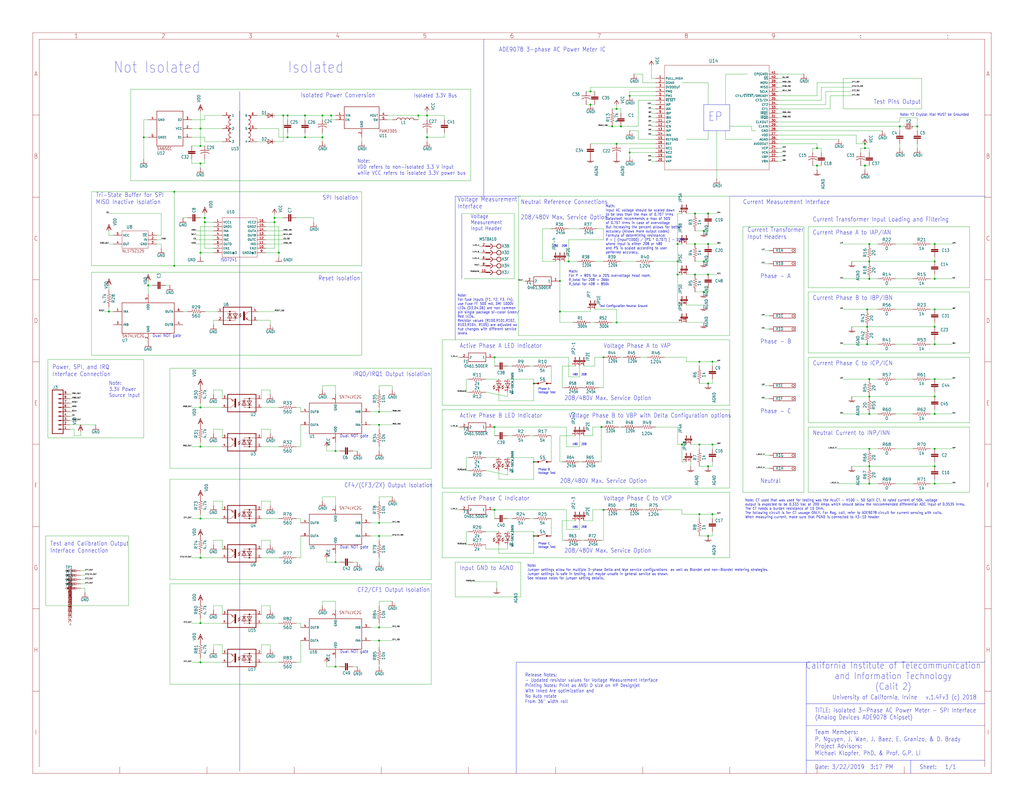
<source format=kicad_sch>
(kicad_sch (version 20220622) (generator eeschema)
  (paper "User" 596.9 469.9)
  (junction (at 63.5 181.61))
  (junction (at 544.83 200.66))
  (junction (at 311.15 223.52))
  (junction (at 506.73 281.94))
  (junction (at 160.02 127))
  (junction (at 116.84 260.35))
  (junction (at 162.56 147.32))
  (junction (at 326.39 181.61))
  (junction (at 177.8 80.01))
  (junction (at 356.87 73.66))
  (junction (at 116.84 147.32))
  (junction (at 193.04 67.31))
  (junction (at 101.6 111.76))
  (junction (at 544.83 190.5))
  (junction (at 248.92 67.31))
  (junction (at 119.38 127))
  (junction (at 506.73 162.56))
  (junction (at 405.13 124.46))
  (junction (at 331.47 152.4))
  (junction (at 220.98 304.8))
  (junction (at 177.8 67.31))
  (junction (at 167.64 80.01))
  (junction (at 476.25 96.52))
  (junction (at 544.83 281.94))
  (junction (at 288.29 297.18))
  (junction (at 351.79 208.28))
  (junction (at 506.73 152.4))
  (junction (at 544.83 220.98))
  (junction (at 220.98 312.42))
  (junction (at 544.83 162.56))
  (junction (at 415.29 259.08))
  (junction (at 544.83 261.62))
  (junction (at 415.29 210.82))
  (junction (at 361.95 73.66))
  (junction (at 544.83 241.3))
  (junction (at 506.73 261.62))
  (junction (at 288.29 248.92))
  (junction (at 505.46 180.34))
  (junction (at 367.03 55.88))
  (junction (at 544.83 231.14))
  (junction (at 394.97 142.24))
  (junction (at 397.51 259.08))
  (junction (at 412.75 124.46))
  (junction (at 504.19 96.52))
  (junction (at 220.98 365.76))
  (junction (at 220.98 240.03))
  (junction (at 326.39 163.83))
  (junction (at 160.02 129.54))
  (junction (at 506.73 271.78))
  (junction (at 116.84 237.49))
  (junction (at 506.73 220.98))
  (junction (at 350.52 248.92))
  (junction (at 544.83 142.24))
  (junction (at 405.13 160.02))
  (junction (at 119.38 129.54))
  (junction (at 544.83 180.34))
  (junction (at 410.21 170.18))
  (junction (at 359.41 83.82))
  (junction (at 412.75 271.78))
  (junction (at 415.29 299.72))
  (junction (at 101.6 154.94))
  (junction (at 116.84 95.25))
  (junction (at 220.98 373.38))
  (junction (at 504.19 86.36))
  (junction (at 412.75 160.02))
  (junction (at 476.25 86.36))
  (junction (at 367.03 88.9))
  (junction (at 344.17 53.34))
  (junction (at 506.73 231.14))
  (junction (at 248.92 80.01))
  (junction (at 351.79 297.18))
  (junction (at 407.67 259.08))
  (junction (at 288.29 208.28))
  (junction (at 359.41 63.5))
  (junction (at 165.1 67.31))
  (junction (at 505.46 200.66))
  (junction (at 116.84 325.12))
  (junction (at 394.97 152.4))
  (junction (at 116.84 85.09))
  (junction (at 116.84 386.08))
  (junction (at 506.73 241.3))
  (junction (at 524.51 73.66))
  (junction (at 86.36 166.37))
  (junction (at 544.83 271.78))
  (junction (at 311.15 269.24))
  (junction (at 412.75 142.24))
  (junction (at 405.13 142.24))
  (junction (at 220.98 247.65))
  (junction (at 410.21 152.4))
  (junction (at 195.58 262.89))
  (junction (at 243.84 67.31))
  (junction (at 506.73 142.24))
  (junction (at 407.67 210.82))
  (junction (at 394.97 160.02))
  (junction (at 359.41 187.96))
  (junction (at 187.96 80.01))
  (junction (at 195.58 388.62))
  (junction (at 311.15 312.42))
  (junction (at 407.67 299.72))
  (junction (at 116.84 302.26))
  (junction (at 116.84 363.22))
  (junction (at 534.67 73.66))
  (junction (at 195.58 327.66))
  (junction (at 344.17 60.96))
  (junction (at 167.64 67.31))
  (junction (at 187.96 67.31))
  (junction (at 505.46 190.5))
  (junction (at 544.83 152.4))
  (junction (at 83.82 80.01))
  (junction (at 116.84 74.93))
  (junction (at 412.75 312.42))
  (junction (at 504.19 83.82))
  (junction (at 412.75 223.52))
  (junction (at 410.21 134.62))
  (polyline (pts (xy 300.99 450.85) (xy 300.99 386.08)))
  (wire (pts (xy 116.84 325.12) (xy 111.76 325.12)))
  (wire (pts (xy 93.98 124.46) (xy 63.5 124.46)))
  (wire (pts (xy 124.46 227.33) (xy 124.46 229.87)))
  (wire (pts (xy 425.45 287.02) (xy 425.45 325.12)))
  (wire (pts (xy 119.38 124.46) (xy 119.38 127)))
  (wire (pts (xy 327.66 226.06) (xy 327.66 213.36)))
  (wire (pts (xy 412.75 134.62) (xy 412.75 132.08)))
  (wire (pts (xy 471.17 132.08) (xy 471.17 167.64)))
  (wire (pts (xy 534.67 68.58) (xy 534.67 73.66)))
  (wire (pts (xy 220.98 365.76) (xy 228.6 365.76)))
  (wire (pts (xy 321.31 312.42) (xy 321.31 302.26)))
  (wire (pts (xy 271.78 309.88) (xy 271.78 317.5)))
  (wire (pts (xy 154.94 129.54) (xy 160.02 129.54)))
  (wire (pts (xy 40.64 247.65) (xy 55.88 247.65)))
  (wire (pts (xy 195.58 383.54) (xy 195.58 388.62)))
  (wire (pts (xy 195.58 388.62) (xy 190.5 388.62)))
  (wire (pts (xy 422.91 81.28) (xy 438.15 81.28)))
  (wire (pts (xy 27.94 255.27) (xy 27.94 209.55)))
  (wire (pts (xy 382.27 91.44) (xy 379.73 91.44)))
  (wire (pts (xy 534.67 83.82) (xy 534.67 86.36)))
  (wire (pts (xy 344.17 50.8) (xy 344.17 53.34)))
  (polyline (pts (xy 469.9 410.21) (xy 469.9 422.91)))
  (wire (pts (xy 46.99 335.28) (xy 49.53 335.28)))
  (wire (pts (xy 326.39 187.96) (xy 334.01 187.96)))
  (wire (pts (xy 295.91 231.14) (xy 283.21 228.6)))
  (wire (pts (xy 544.83 271.78) (xy 544.83 269.24)))
  (wire (pts (xy 172.72 237.49) (xy 175.26 237.49)))
  (wire (pts (xy 382.27 58.42) (xy 372.11 58.42)))
  (wire (pts (xy 542.29 241.3) (xy 544.83 241.3)))
  (wire (pts (xy 289.56 339.09) (xy 276.86 339.09)))
  (wire (pts (xy 394.97 177.8) (xy 397.51 177.8)))
  (wire (pts (xy 280.67 154.94) (xy 279.4 154.94)))
  (wire (pts (xy 415.29 299.72) (xy 417.83 299.72)))
  (wire (pts (xy 532.13 241.3) (xy 521.97 241.3)))
  (wire (pts (xy 501.65 86.36) (xy 504.19 86.36)))
  (wire (pts (xy 415.29 271.78) (xy 415.29 269.24)))
  (wire (pts (xy 160.02 67.31) (xy 165.1 67.31)))
  (wire (pts (xy 129.54 260.35) (xy 116.84 260.35)))
  (wire (pts (xy 382.27 63.5) (xy 379.73 63.5)))
  (wire (pts (xy 335.28 303.53) (xy 327.66 303.53)))
  (wire (pts (xy 394.97 142.24) (xy 394.97 124.46)))
  (wire (pts (xy 511.81 241.3) (xy 506.73 241.3)))
  (wire (pts (xy 63.5 137.16) (xy 63.5 134.62)))
  (wire (pts (xy 476.25 55.88) (xy 476.25 48.26)))
  (wire (pts (xy 210.82 111.76) (xy 210.82 154.94)))
  (wire (pts (xy 152.4 386.08) (xy 162.56 386.08)))
  (wire (pts (xy 511.81 180.34) (xy 505.46 180.34)))
  (wire (pts (xy 417.83 76.2) (xy 417.83 104.14)))
  (wire (pts (xy 471.17 170.18) (xy 471.17 205.74)))
  (wire (pts (xy 129.54 227.33) (xy 124.46 227.33)))
  (wire (pts (xy 129.54 292.1) (xy 124.46 292.1)))
  (wire (pts (xy 344.17 181.61) (xy 326.39 181.61)))
  (wire (pts (xy 351.79 133.35) (xy 351.79 139.7)))
  (wire (pts (xy 311.15 220.98) (xy 295.91 220.98)))
  (wire (pts (xy 471.17 208.28) (xy 471.17 246.38)))
  (wire (pts (xy 228.6 224.79) (xy 220.98 224.79)))
  (wire (pts (xy 172.72 325.12) (xy 175.26 325.12)))
  (wire (pts (xy 274.32 52.07) (xy 274.32 105.41)))
  (wire (pts (xy 83.82 69.85) (xy 86.36 69.85)))
  (wire (pts (xy 331.47 139.7) (xy 331.47 152.4)))
  (wire (pts (xy 175.26 365.76) (xy 175.26 363.22)))
  (wire (pts (xy 220.98 224.79) (xy 220.98 227.33)))
  (wire (pts (xy 99.06 337.82) (xy 99.06 279.4)))
  (wire (pts (xy 311.15 269.24) (xy 311.15 266.7)))
  (wire (pts (xy 152.4 314.96) (xy 157.48 314.96)))
  (wire (pts (xy 328.93 226.06) (xy 327.66 226.06)))
  (wire (pts (xy 453.39 83.82) (xy 476.25 83.82)))
  (wire (pts (xy 335.28 213.36) (xy 327.66 213.36)))
  (wire (pts (xy 374.65 48.26) (xy 374.65 43.18)))
  (wire (pts (xy 220.98 304.8) (xy 220.98 302.26)))
  (wire (pts (xy 453.39 93.98) (xy 455.93 93.98)))
  (wire (pts (xy 124.46 134.62) (xy 114.3 134.62)))
  (wire (pts (xy 187.96 292.1) (xy 187.96 289.56)))
  (wire (pts (xy 152.4 260.35) (xy 162.56 260.35)))
  (wire (pts (xy 453.39 45.72) (xy 455.93 45.72)))
  (wire (pts (xy 160.02 144.78) (xy 160.02 129.54)))
  (wire (pts (xy 453.39 43.18) (xy 468.63 43.18)))
  (wire (pts (xy 248.92 80.01) (xy 248.92 77.47)))
  (wire (pts (xy 152.4 227.33) (xy 157.48 227.33)))
  (wire (pts (xy 453.39 71.12) (xy 524.51 71.12)))
  (wire (pts (xy 271.78 266.7) (xy 271.78 274.32)))
  (wire (pts (xy 288.29 297.18) (xy 330.2 297.18)))
  (wire (pts (xy 152.4 255.27) (xy 152.4 250.19)))
  (wire (pts (xy 257.81 236.22) (xy 425.45 236.22)))
  (wire (pts (xy 425.45 114.3) (xy 302.26 114.3)))
  (wire (pts (xy 210.82 158.75) (xy 210.82 207.01)))
  (wire (pts (xy 382.27 50.8) (xy 344.17 50.8)))
  (wire (pts (xy 116.84 74.93) (xy 116.84 64.77)))
  (wire (pts (xy 410.21 170.18) (xy 412.75 170.18)))
  (polyline (pts (xy 469.9 410.21) (xy 574.04 410.21)))
  (wire (pts (xy 532.13 261.62) (xy 521.97 261.62)))
  (wire (pts (xy 43.18 254) (xy 46.99 254)))
  (wire (pts (xy 220.98 289.56) (xy 220.98 292.1)))
  (wire (pts (xy 544.83 261.62) (xy 554.99 261.62)))
  (wire (pts (xy 415.29 223.52) (xy 415.29 220.98)))
  (wire (pts (xy 187.96 80.01) (xy 187.96 77.47)))
  (wire (pts (xy 251.46 214.63) (xy 251.46 273.05)))
  (wire (pts (xy 129.54 297.18) (xy 129.54 292.1)))
  (wire (pts (xy 210.82 207.01) (xy 53.34 207.01)))
  (wire (pts (xy 74.93 353.06) (xy 26.67 353.06)))
  (wire (pts (xy 496.57 271.78) (xy 506.73 271.78)))
  (wire (pts (xy 455.93 53.34) (xy 453.39 53.34)))
  (wire (pts (xy 46.99 332.74) (xy 49.53 332.74)))
  (wire (pts (xy 481.33 60.96) (xy 481.33 53.34)))
  (wire (pts (xy 124.46 292.1) (xy 124.46 294.64)))
  (wire (pts (xy 109.22 127) (xy 106.68 127)))
  (wire (pts (xy 405.13 142.24) (xy 412.75 142.24)))
  (wire (pts (xy 346.71 152.4) (xy 351.79 152.4)))
  (wire (pts (xy 326.39 152.4) (xy 326.39 163.83)))
  (wire (pts (xy 53.34 111.76) (xy 101.6 111.76)))
  (wire (pts (xy 524.51 71.12) (xy 524.51 68.58)))
  (wire (pts (xy 220.98 325.12) (xy 220.98 327.66)))
  (wire (pts (xy 195.58 388.62) (xy 198.12 388.62)))
  (wire (pts (xy 99.06 279.4) (xy 251.46 279.4)))
  (wire (pts (xy 267.97 297.18) (xy 266.7 297.18)))
  (wire (pts (xy 116.84 386.08) (xy 111.76 386.08)))
  (wire (pts (xy 119.38 67.31) (xy 129.54 67.31)))
  (wire (pts (xy 195.58 262.89) (xy 198.12 262.89)))
  (wire (pts (xy 257.81 238.76) (xy 257.81 284.48)))
  (wire (pts (xy 532.13 142.24) (xy 521.97 142.24)))
  (wire (pts (xy 220.98 304.8) (xy 215.9 304.8)))
  (wire (pts (xy 407.67 299.72) (xy 415.29 299.72)))
  (wire (pts (xy 344.17 180.34) (xy 344.17 181.61)))
  (wire (pts (xy 425.45 73.66) (xy 438.15 73.66)))
  (wire (pts (xy 215.9 365.76) (xy 220.98 365.76)))
  (wire (pts (xy 321.31 223.52) (xy 321.31 213.36)))
  (wire (pts (xy 544.83 198.12) (xy 544.83 200.66)))
  (wire (pts (xy 187.96 350.52) (xy 187.96 353.06)))
  (wire (pts (xy 119.38 127) (xy 116.84 127)))
  (wire (pts (xy 422.91 76.2) (xy 422.91 81.28)))
  (wire (pts (xy 46.99 340.36) (xy 49.53 340.36)))
  (wire (pts (xy 129.54 353.06) (xy 124.46 353.06)))
  (wire (pts (xy 453.39 91.44) (xy 455.93 91.44)))
  (wire (pts (xy 116.84 386.08) (xy 129.54 386.08)))
  (wire (pts (xy 476.25 83.82) (xy 476.25 86.36)))
  (wire (pts (xy 157.48 186.69) (xy 157.48 189.23)))
  (wire (pts (xy 394.97 124.46) (xy 397.51 124.46)))
  (wire (pts (xy 220.98 387.35) (xy 220.98 388.62)))
  (wire (pts (xy 345.44 248.92) (xy 350.52 248.92)))
  (polyline (pts (xy 469.9 443.23) (xy 530.86 443.23)))
  (wire (pts (xy 544.83 142.24) (xy 554.99 142.24)))
  (wire (pts (xy 505.46 190.5) (xy 544.83 190.5)))
  (wire (pts (xy 511.81 220.98) (xy 506.73 220.98)))
  (polyline (pts (xy 281.94 22.86) (xy 281.94 114.3)))
  (wire (pts (xy 101.6 111.76) (xy 101.6 154.94)))
  (wire (pts (xy 346.71 213.36) (xy 346.71 208.28)))
  (wire (pts (xy 273.05 309.88) (xy 271.78 309.88)))
  (wire (pts (xy 532.13 162.56) (xy 521.97 162.56)))
  (wire (pts (xy 187.96 227.33) (xy 187.96 224.79)))
  (wire (pts (xy 359.41 63.5) (xy 361.95 63.5)))
  (wire (pts (xy 394.97 248.92) (xy 394.97 259.08)))
  (wire (pts (xy 382.27 68.58) (xy 379.73 68.58)))
  (wire (pts (xy 532.13 281.94) (xy 521.97 281.94)))
  (wire (pts (xy 471.17 287.02) (xy 565.15 287.02)))
  (wire (pts (xy 339.09 314.96) (xy 340.36 314.96)))
  (wire (pts (xy 351.79 139.7) (xy 331.47 139.7)))
  (wire (pts (xy 257.81 284.48) (xy 425.45 284.48)))
  (wire (pts (xy 40.64 240.03) (xy 41.91 240.03)))
  (wire (pts (xy 574.04 114.3) (xy 574.04 115.57)))
  (wire (pts (xy 542.29 162.56) (xy 544.83 162.56)))
  (wire (pts (xy 400.05 142.24) (xy 405.13 142.24)))
  (wire (pts (xy 506.73 86.36) (xy 506.73 88.9)))
  (wire (pts (xy 154.94 134.62) (xy 165.1 134.62)))
  (wire (pts (xy 210.82 82.55) (xy 210.82 80.01)))
  (wire (pts (xy 425.45 195.58) (xy 425.45 114.3)))
  (wire (pts (xy 116.84 302.26) (xy 116.84 299.72)))
  (wire (pts (xy 290.83 233.68) (xy 290.83 228.6)))
  (wire (pts (xy 162.56 149.86) (xy 162.56 147.32)))
  (wire (pts (xy 415.29 213.36) (xy 415.29 210.82)))
  (wire (pts (xy 501.65 88.9) (xy 501.65 86.36)))
  (wire (pts (xy 471.17 205.74) (xy 565.15 205.74)))
  (wire (pts (xy 152.4 381) (xy 152.4 375.92)))
  (wire (pts (xy 346.71 60.96) (xy 344.17 60.96)))
  (wire (pts (xy 565.15 167.64) (xy 565.15 132.08)))
  (wire (pts (xy 506.73 231.14) (xy 544.83 231.14)))
  (wire (pts (xy 167.64 67.31) (xy 177.8 67.31)))
  (wire (pts (xy 351.79 314.96) (xy 351.79 297.18)))
  (wire (pts (xy 271.78 228.6) (xy 273.05 228.6)))
  (wire (pts (xy 220.98 247.65) (xy 228.6 247.65)))
  (wire (pts (xy 394.97 160.02) (xy 397.51 160.02)))
  (wire (pts (xy 290.83 279.4) (xy 290.83 274.32)))
  (wire (pts (xy 243.84 67.31) (xy 243.84 69.85)))
  (wire (pts (xy 412.75 142.24) (xy 417.83 142.24)))
  (wire (pts (xy 127 186.69) (xy 124.46 186.69)))
  (wire (pts (xy 40.64 232.41) (xy 41.91 232.41)))
  (wire (pts (xy 425.45 325.12) (xy 257.81 325.12)))
  (wire (pts (xy 228.6 350.52) (xy 220.98 350.52)))
  (polyline (pts (xy 469.9 450.85) (xy 469.9 443.23)))
  (wire (pts (xy 448.31 146.05) (xy 445.77 146.05)))
  (wire (pts (xy 478.79 86.36) (xy 478.79 88.9)))
  (wire (pts (xy 295.91 320.04) (xy 283.21 320.04)))
  (wire (pts (xy 511.81 261.62) (xy 506.73 261.62)))
  (wire (pts (xy 149.86 186.69) (xy 157.48 186.69)))
  (wire (pts (xy 152.4 250.19) (xy 157.48 250.19)))
  (wire (pts (xy 116.84 325.12) (xy 129.54 325.12)))
  (polyline (pts (xy 469.9 386.08) (xy 574.04 386.08)))
  (wire (pts (xy 152.4 302.26) (xy 162.56 302.26)))
  (wire (pts (xy 453.39 73.66) (xy 524.51 73.66)))
  (wire (pts (xy 407.67 312.42) (xy 412.75 312.42)))
  (wire (pts (xy 251.46 337.82) (xy 99.06 337.82)))
  (wire (pts (xy 175.26 302.26) (xy 175.26 304.8)))
  (wire (pts (xy 299.72 124.46) (xy 299.72 162.56)))
  (wire (pts (xy 251.46 279.4) (xy 251.46 337.82)))
  (wire (pts (xy 129.54 255.27) (xy 129.54 250.19)))
  (wire (pts (xy 116.84 147.32) (xy 116.84 132.08)))
  (wire (pts (xy 511.81 281.94) (xy 506.73 281.94)))
  (wire (pts (xy 265.43 347.98) (xy 265.43 327.66)))
  (wire (pts (xy 152.4 358.14) (xy 152.4 353.06)))
  (wire (pts (xy 532.13 200.66) (xy 521.97 200.66)))
  (wire (pts (xy 506.73 271.78) (xy 544.83 271.78)))
  (wire (pts (xy 111.76 92.71) (xy 111.76 95.25)))
  (wire (pts (xy 154.94 139.7) (xy 165.1 139.7)))
  (wire (pts (xy 415.29 309.88) (xy 415.29 312.42)))
  (wire (pts (xy 88.9 166.37) (xy 86.36 166.37)))
  (wire (pts (xy 574.04 384.81) (xy 574.04 386.08)))
  (wire (pts (xy 402.59 269.24) (xy 402.59 271.78)))
  (wire (pts (xy 248.92 82.55) (xy 248.92 80.01)))
  (wire (pts (xy 407.67 271.78) (xy 412.75 271.78)))
  (wire (pts (xy 340.36 303.53) (xy 345.44 303.53)))
  (wire (pts (xy 129.54 250.19) (xy 124.46 250.19)))
  (wire (pts (xy 302.26 195.58) (xy 425.45 195.58)))
  (wire (pts (xy 288.29 208.28) (xy 331.47 208.28)))
  (wire (pts (xy 351.79 226.06) (xy 351.79 208.28)))
  (wire (pts (xy 405.13 134.62) (xy 410.21 134.62)))
  (wire (pts (xy 394.97 160.02) (xy 394.97 177.8)))
  (wire (pts (xy 288.29 254) (xy 288.29 248.92)))
  (wire (pts (xy 382.27 45.72) (xy 379.73 45.72)))
  (wire (pts (xy 195.58 262.89) (xy 190.5 262.89)))
  (wire (pts (xy 152.4 353.06) (xy 157.48 353.06)))
  (wire (pts (xy 504.19 83.82) (xy 504.19 86.36)))
  (polyline (pts (xy 139.7 53.34) (xy 139.7 449.58)))
  (wire (pts (xy 544.83 279.4) (xy 544.83 281.94)))
  (wire (pts (xy 119.38 95.25) (xy 119.38 92.71)))
  (wire (pts (xy 257.81 325.12) (xy 257.81 287.02)))
  (wire (pts (xy 347.98 133.35) (xy 351.79 133.35)))
  (polyline (pts (xy 469.9 422.91) (xy 574.04 422.91)))
  (wire (pts (xy 544.83 142.24) (xy 542.29 142.24)))
  (wire (pts (xy 295.91 276.86) (xy 283.21 274.32)))
  (wire (pts (xy 382.27 55.88) (xy 367.03 55.88)))
  (wire (pts (xy 162.56 74.93) (xy 162.56 80.01)))
  (wire (pts (xy 208.28 262.89) (xy 205.74 262.89)))
  (wire (pts (xy 483.87 63.5) (xy 483.87 55.88)))
  (wire (pts (xy 367.03 86.36) (xy 367.03 88.9)))
  (wire (pts (xy 109.22 181.61) (xy 106.68 181.61)))
  (wire (pts (xy 215.9 312.42) (xy 220.98 312.42)))
  (wire (pts (xy 129.54 237.49) (xy 116.84 237.49)))
  (wire (pts (xy 346.71 180.34) (xy 359.41 180.34)))
  (wire (pts (xy 544.83 220.98) (xy 542.29 220.98)))
  (wire (pts (xy 295.91 317.5) (xy 295.91 320.04)))
  (wire (pts (xy 220.98 350.52) (xy 220.98 353.06)))
  (wire (pts (xy 379.73 45.72) (xy 379.73 38.1)))
  (wire (pts (xy 405.13 124.46) (xy 412.75 124.46)))
  (wire (pts (xy 499.11 78.74) (xy 499.11 83.82)))
  (wire (pts (xy 91.44 139.7) (xy 93.98 139.7)))
  (wire (pts (xy 271.78 274.32) (xy 273.05 274.32)))
  (wire (pts (xy 511.81 162.56) (xy 506.73 162.56)))
  (wire (pts (xy 412.75 124.46) (xy 417.83 124.46)))
  (wire (pts (xy 116.84 95.25) (xy 119.38 95.25)))
  (wire (pts (xy 453.39 66.04) (xy 455.93 66.04)))
  (wire (pts (xy 478.79 50.8) (xy 496.57 50.8)))
  (wire (pts (xy 471.17 246.38) (xy 565.15 246.38)))
  (wire (pts (xy 397.51 269.24) (xy 397.51 259.08)))
  (wire (pts (xy 544.83 160.02) (xy 544.83 162.56)))
  (wire (pts (xy 83.82 255.27) (xy 27.94 255.27)))
  (wire (pts (xy 438.15 76.2) (xy 440.69 76.2)))
  (wire (pts (xy 412.75 81.28) (xy 400.05 81.28)))
  (wire (pts (xy 288.29 297.18) (xy 288.29 302.26)))
  (wire (pts (xy 116.84 234.95) (xy 116.84 237.49)))
  (wire (pts (xy 316.23 133.35) (xy 321.31 133.35)))
  (wire (pts (xy 116.84 360.68) (xy 116.84 363.22)))
  (wire (pts (xy 220.98 247.65) (xy 220.98 250.19)))
  (wire (pts (xy 49.53 342.9) (xy 49.53 345.44)))
  (wire (pts (xy 99.06 273.05) (xy 99.06 214.63)))
  (wire (pts (xy 116.84 257.81) (xy 116.84 260.35)))
  (wire (pts (xy 165.1 82.55) (xy 165.1 67.31)))
  (wire (pts (xy 410.21 152.4) (xy 412.75 152.4)))
  (wire (pts (xy 290.83 279.4) (xy 311.15 279.4)))
  (wire (pts (xy 46.99 342.9) (xy 49.53 342.9)))
  (wire (pts (xy 149.86 74.93) (xy 162.56 74.93)))
  (wire (pts (xy 360.68 248.92) (xy 361.95 248.92)))
  (wire (pts (xy 290.83 233.68) (xy 311.15 233.68)))
  (polyline (pts (xy 469.9 422.91) (xy 469.9 443.23)))
  (wire (pts (xy 544.83 281.94) (xy 554.99 281.94)))
  (wire (pts (xy 40.64 242.57) (xy 41.91 242.57)))
  (wire (pts (xy 527.05 73.66) (xy 524.51 73.66)))
  (wire (pts (xy 226.06 69.85) (xy 228.6 69.85)))
  (wire (pts (xy 152.4 292.1) (xy 157.48 292.1)))
  (wire (pts (xy 195.58 350.52) (xy 187.96 350.52)))
  (wire (pts (xy 372.11 76.2) (xy 367.03 76.2)))
  (wire (pts (xy 397.51 297.18) (xy 397.51 299.72)))
  (wire (pts (xy 565.15 248.92) (xy 471.17 248.92)))
  (wire (pts (xy 149.86 67.31) (xy 154.94 67.31)))
  (wire (pts (xy 93.98 144.78) (xy 93.98 142.24)))
  (wire (pts (xy 257.81 287.02) (xy 425.45 287.02)))
  (wire (pts (xy 91.44 137.16) (xy 93.98 137.16)))
  (wire (pts (xy 331.47 208.28) (xy 331.47 219.71)))
  (wire (pts (xy 157.48 292.1) (xy 157.48 294.64)))
  (wire (pts (xy 412.75 312.42) (xy 415.29 312.42)))
  (wire (pts (xy 337.82 219.71) (xy 337.82 213.36)))
  (wire (pts (xy 382.27 83.82) (xy 359.41 83.82)))
  (wire (pts (xy 565.15 246.38) (xy 565.15 208.28)))
  (wire (pts (xy 290.83 322.58) (xy 311.15 322.58)))
  (wire (pts (xy 415.29 302.26) (xy 415.29 299.72)))
  (wire (pts (xy 453.39 78.74) (xy 499.11 78.74)))
  (wire (pts (xy 412.75 48.26) (xy 412.75 60.96)))
  (polyline (pts (xy 425.45 60.96) (xy 410.21 60.96)))
  (wire (pts (xy 116.84 132.08) (xy 124.46 132.08)))
  (wire (pts (xy 116.84 237.49) (xy 111.76 237.49)))
  (wire (pts (xy 422.91 43.18) (xy 435.61 43.18)))
  (wire (pts (xy 511.81 200.66) (xy 505.46 200.66)))
  (wire (pts (xy 323.85 152.4) (xy 316.23 152.4)))
  (wire (pts (xy 340.36 213.36) (xy 346.71 213.36)))
  (wire (pts (xy 280.67 147.32) (xy 279.4 147.32)))
  (wire (pts (xy 66.04 142.24) (xy 63.5 142.24)))
  (wire (pts (xy 124.46 147.32) (xy 116.84 147.32)))
  (wire (pts (xy 565.15 170.18) (xy 471.17 170.18)))
  (polyline (pts (xy 265.43 198.12) (xy 265.43 114.3)))
  (wire (pts (xy 345.44 254) (xy 345.44 248.92)))
  (wire (pts (xy 116.84 363.22) (xy 129.54 363.22)))
  (wire (pts (xy 116.84 383.54) (xy 116.84 386.08)))
  (wire (pts (xy 93.98 137.16) (xy 93.98 124.46)))
  (wire (pts (xy 124.46 137.16) (xy 114.3 137.16)))
  (wire (pts (xy 119.38 144.78) (xy 124.46 144.78)))
  (wire (pts (xy 544.83 190.5) (xy 544.83 187.96)))
  (wire (pts (xy 152.4 375.92) (xy 157.48 375.92)))
  (wire (pts (xy 172.72 386.08) (xy 175.26 386.08)))
  (wire (pts (xy 386.08 297.18) (xy 397.51 297.18)))
  (wire (pts (xy 397.51 299.72) (xy 407.67 299.72)))
  (wire (pts (xy 453.39 55.88) (xy 476.25 55.88)))
  (wire (pts (xy 387.35 208.28) (xy 400.05 208.28)))
  (wire (pts (xy 124.46 186.69) (xy 124.46 189.23)))
  (wire (pts (xy 330.2 308.61) (xy 337.82 308.61)))
  (wire (pts (xy 308.61 302.26) (xy 311.15 302.26)))
  (wire (pts (xy 119.38 82.55) (xy 129.54 82.55)))
  (wire (pts (xy 215.9 247.65) (xy 220.98 247.65)))
  (wire (pts (xy 295.91 276.86) (xy 295.91 274.32)))
  (wire (pts (xy 46.99 337.82) (xy 49.53 337.82)))
  (wire (pts (xy 453.39 88.9) (xy 455.93 88.9)))
  (polyline (pts (xy 469.9 410.21) (xy 469.9 386.08)))
  (wire (pts (xy 27.94 209.55) (xy 83.82 209.55)))
  (wire (pts (xy 83.82 92.71) (xy 83.82 80.01)))
  (wire (pts (xy 425.45 284.48) (xy 425.45 238.76)))
  (wire (pts (xy 308.61 254) (xy 311.15 254)))
  (wire (pts (xy 99.06 214.63) (xy 251.46 214.63)))
  (wire (pts (xy 190.5 388.62) (xy 190.5 386.08)))
  (polyline (pts (xy 530.86 450.85) (xy 530.86 443.23)))
  (wire (pts (xy 330.2 297.18) (xy 330.2 308.61)))
  (wire (pts (xy 311.15 223.52) (xy 311.15 233.68)))
  (polyline (pts (xy 300.99 386.08) (xy 469.9 386.08)))
  (wire (pts (xy 295.91 302.26) (xy 298.45 302.26)))
  (wire (pts (xy 412.75 48.26) (xy 397.51 48.26)))
  (wire (pts (xy 205.74 388.62) (xy 208.28 388.62)))
  (wire (pts (xy 220.98 304.8) (xy 228.6 304.8)))
  (wire (pts (xy 448.31 191.77) (xy 445.77 191.77)))
  (wire (pts (xy 83.82 80.01) (xy 83.82 69.85)))
  (wire (pts (xy 177.8 80.01) (xy 187.96 80.01)))
  (wire (pts (xy 478.79 58.42) (xy 478.79 50.8)))
  (wire (pts (xy 149.86 82.55) (xy 154.94 82.55)))
  (wire (pts (xy 506.73 281.94) (xy 488.95 281.94)))
  (wire (pts (xy 433.07 287.02) (xy 468.63 287.02)))
  (wire (pts (xy 175.26 260.35) (xy 175.26 247.65)))
  (wire (pts (xy 215.9 373.38) (xy 220.98 373.38)))
  (wire (pts (xy 299.72 162.56) (xy 270.51 162.56)))
  (wire (pts (xy 228.6 289.56) (xy 220.98 289.56)))
  (wire (pts (xy 330.2 248.92) (xy 330.2 260.35)))
  (wire (pts (xy 407.67 261.62) (xy 407.67 259.08)))
  (wire (pts (xy 220.98 312.42) (xy 228.6 312.42)))
  (wire (pts (xy 504.19 86.36) (xy 506.73 86.36)))
  (wire (pts (xy 243.84 67.31) (xy 248.92 67.31)))
  (wire (pts (xy 198.12 327.66) (xy 195.58 327.66)))
  (wire (pts (xy 356.87 63.5) (xy 359.41 63.5)))
  (wire (pts (xy 299.72 124.46) (xy 269.24 124.46)))
  (wire (pts (xy 394.97 259.08) (xy 397.51 259.08)))
  (wire (pts (xy 448.31 224.79) (xy 445.77 224.79)))
  (wire (pts (xy 361.95 63.5) (xy 361.95 66.04)))
  (wire (pts (xy 400.05 187.96) (xy 410.21 187.96)))
  (wire (pts (xy 116.84 260.35) (xy 111.76 260.35)))
  (wire (pts (xy 124.46 353.06) (xy 124.46 355.6)))
  (wire (pts (xy 382.27 78.74) (xy 379.73 78.74)))
  (wire (pts (xy 175.26 363.22) (xy 172.72 363.22)))
  (wire (pts (xy 473.71 96.52) (xy 476.25 96.52)))
  (wire (pts (xy 382.27 60.96) (xy 379.73 60.96)))
  (wire (pts (xy 76.2 52.07) (xy 274.32 52.07)))
  (wire (pts (xy 438.15 73.66) (xy 438.15 76.2)))
  (wire (pts (xy 86.36 163.83) (xy 86.36 166.37)))
  (wire (pts (xy 157.48 250.19) (xy 157.48 252.73)))
  (wire (pts (xy 412.75 160.02) (xy 417.83 160.02)))
  (wire (pts (xy 116.84 322.58) (xy 116.84 325.12)))
  (wire (pts (xy 210.82 154.94) (xy 101.6 154.94)))
  (wire (pts (xy 537.21 45.72) (xy 491.49 45.72)))
  (wire (pts (xy 99.06 166.37) (xy 96.52 166.37)))
  (wire (pts (xy 220.98 363.22) (xy 220.98 365.76)))
  (wire (pts (xy 66.04 137.16) (xy 63.5 137.16)))
  (wire (pts (xy 63.5 181.61) (xy 66.04 181.61)))
  (wire (pts (xy 220.98 260.35) (xy 220.98 262.89)))
  (wire (pts (xy 129.54 320.04) (xy 129.54 314.96)))
  (wire (pts (xy 448.31 265.43) (xy 445.77 265.43)))
  (wire (pts (xy 226.06 67.31) (xy 243.84 67.31)))
  (wire (pts (xy 259.08 67.31) (xy 259.08 69.85)))
  (wire (pts (xy 453.39 63.5) (xy 483.87 63.5)))
  (wire (pts (xy 524.51 68.58) (xy 534.67 68.58)))
  (wire (pts (xy 195.58 224.79) (xy 195.58 229.87)))
  (wire (pts (xy 152.4 320.04) (xy 152.4 314.96)))
  (wire (pts (xy 453.39 68.58) (xy 455.93 68.58)))
  (wire (pts (xy 359.41 187.96) (xy 397.51 187.96)))
  (wire (pts (xy 412.75 76.2) (xy 412.75 81.28)))
  (wire (pts (xy 501.65 96.52) (xy 504.19 96.52)))
  (wire (pts (xy 195.58 289.56) (xy 195.58 294.64)))
  (wire (pts (xy 505.46 200.66) (xy 491.49 200.66)))
  (wire (pts (xy 46.99 254) (xy 46.99 251.46)))
  (wire (pts (xy 448.31 273.05) (xy 445.77 273.05)))
  (wire (pts (xy 331.47 152.4) (xy 336.55 152.4)))
  (wire (pts (xy 99.06 398.78) (xy 99.06 340.36)))
  (wire (pts (xy 259.08 77.47) (xy 259.08 80.01)))
  (wire (pts (xy 544.83 180.34) (xy 554.99 180.34)))
  (wire (pts (xy 152.4 232.41) (xy 152.4 227.33)))
  (wire (pts (xy 542.29 281.94) (xy 544.83 281.94)))
  (wire (pts (xy 327.66 269.24) (xy 326.39 269.24)))
  (wire (pts (xy 532.13 73.66) (xy 534.67 73.66)))
  (wire (pts (xy 129.54 375.92) (xy 124.46 375.92)))
  (wire (pts (xy 283.21 317.5) (xy 283.21 320.04)))
  (wire (pts (xy 157.48 375.92) (xy 157.48 378.46)))
  (wire (pts (xy 544.83 162.56) (xy 554.99 162.56)))
  (wire (pts (xy 367.03 55.88) (xy 367.03 53.34)))
  (wire (pts (xy 251.46 398.78) (xy 99.06 398.78)))
  (wire (pts (xy 483.87 55.88) (xy 496.57 55.88)))
  (wire (pts (xy 382.27 66.04) (xy 379.73 66.04)))
  (wire (pts (xy 267.97 208.28) (xy 266.7 208.28)))
  (wire (pts (xy 190.5 262.89) (xy 190.5 260.35)))
  (wire (pts (xy 267.97 248.92) (xy 266.7 248.92)))
  (polyline (pts (xy 281.94 114.3) (xy 303.53 114.3)))
  (wire (pts (xy 344.17 60.96) (xy 341.63 60.96)))
  (wire (pts (xy 407.67 223.52) (xy 412.75 223.52)))
  (wire (pts (xy 425.45 238.76) (xy 257.81 238.76)))
  (wire (pts (xy 83.82 209.55) (xy 83.82 255.27)))
  (wire (pts (xy 506.73 220.98) (xy 491.49 220.98)))
  (wire (pts (xy 187.96 67.31) (xy 193.04 67.31)))
  (wire (pts (xy 400.05 124.46) (xy 405.13 124.46)))
  (wire (pts (xy 397.51 259.08) (xy 400.05 259.08)))
  (wire (pts (xy 361.95 297.18) (xy 364.49 297.18)))
  (wire (pts (xy 326.39 269.24) (xy 326.39 254)))
  (wire (pts (xy 86.36 80.01) (xy 83.82 80.01)))
  (wire (pts (xy 175.26 373.38) (xy 175.26 386.08)))
  (wire (pts (xy 350.52 269.24) (xy 350.52 248.92)))
  (wire (pts (xy 129.54 314.96) (xy 124.46 314.96)))
  (wire (pts (xy 491.49 45.72) (xy 491.49 63.5)))
  (wire (pts (xy 476.25 86.36) (xy 478.79 86.36)))
  (wire (pts (xy 400.05 208.28) (xy 400.05 210.82)))
  (wire (pts (xy 407.67 210.82) (xy 415.29 210.82)))
  (polyline (pts (xy 269.24 124.46) (xy 269.24 162.56)))
  (wire (pts (xy 327.66 314.96) (xy 327.66 303.53)))
  (wire (pts (xy 496.57 152.4) (xy 506.73 152.4)))
  (wire (pts (xy 468.63 287.02) (xy 468.63 132.08)))
  (wire (pts (xy 40.64 237.49) (xy 41.91 237.49)))
  (wire (pts (xy 177.8 69.85) (xy 177.8 67.31)))
  (wire (pts (xy 481.33 53.34) (xy 496.57 53.34)))
  (polyline (pts (xy 265.43 114.3) (xy 281.94 114.3)))
  (wire (pts (xy 220.98 312.42) (xy 220.98 314.96)))
  (wire (pts (xy 400.05 210.82) (xy 407.67 210.82)))
  (wire (pts (xy 195.58 69.85) (xy 193.04 69.85)))
  (wire (pts (xy 382.27 76.2) (xy 379.73 76.2)))
  (wire (pts (xy 382.27 71.12) (xy 379.73 71.12)))
  (wire (pts (xy 116.84 85.09) (xy 119.38 85.09)))
  (wire (pts (xy 311.15 269.24) (xy 311.15 279.4)))
  (wire (pts (xy 544.83 231.14) (xy 544.83 228.6)))
  (wire (pts (xy 251.46 340.36) (xy 251.46 398.78)))
  (wire (pts (xy 415.29 261.62) (xy 415.29 259.08)))
  (wire (pts (xy 303.53 327.66) (xy 303.53 347.98)))
  (wire (pts (xy 544.83 200.66) (xy 554.99 200.66)))
  (wire (pts (xy 491.49 63.5) (xy 537.21 63.5)))
  (wire (pts (xy 124.46 250.19) (xy 124.46 252.73)))
  (wire (pts (xy 412.75 223.52) (xy 415.29 223.52)))
  (wire (pts (xy 321.31 254) (xy 321.31 269.24)))
  (wire (pts (xy 257.81 198.12) (xy 257.81 236.22)))
  (wire (pts (xy 506.73 162.56) (xy 491.49 162.56)))
  (wire (pts (xy 565.15 132.08) (xy 471.17 132.08)))
  (wire (pts (xy 116.84 363.22) (xy 111.76 363.22)))
  (wire (pts (xy 359.41 180.34) (xy 359.41 187.96)))
  (wire (pts (xy 349.25 269.24) (xy 350.52 269.24)))
  (wire (pts (xy 175.26 237.49) (xy 175.26 240.03)))
  (wire (pts (xy 407.67 302.26) (xy 407.67 299.72)))
  (wire (pts (xy 382.27 53.34) (xy 367.03 53.34)))
  (wire (pts (xy 116.84 74.93) (xy 116.84 85.09)))
  (wire (pts (xy 119.38 127) (xy 119.38 129.54)))
  (wire (pts (xy 172.72 302.26) (xy 175.26 302.26)))
  (wire (pts (xy 116.84 85.09) (xy 111.76 85.09)))
  (wire (pts (xy 154.94 147.32) (xy 162.56 147.32)))
  (wire (pts (xy 172.72 260.35) (xy 175.26 260.35)))
  (wire (pts (xy 499.11 83.82) (xy 504.19 83.82)))
  (wire (pts (xy 506.73 152.4) (xy 544.83 152.4)))
  (wire (pts (xy 306.07 163.83) (xy 304.8 163.83)))
  (wire (pts (xy 119.38 129.54) (xy 119.38 144.78)))
  (wire (pts (xy 182.88 127) (xy 182.88 129.54)))
  (wire (pts (xy 544.83 180.34) (xy 542.29 180.34)))
  (wire (pts (xy 331.47 152.4) (xy 328.93 152.4)))
  (wire (pts (xy 544.83 238.76) (xy 544.83 241.3)))
  (wire (pts (xy 544.83 261.62) (xy 542.29 261.62)))
  (wire (pts (xy 160.02 124.46) (xy 160.02 127)))
  (wire (pts (xy 195.58 322.58) (xy 195.58 327.66)))
  (wire (pts (xy 248.92 67.31) (xy 259.08 67.31)))
  (wire (pts (xy 283.21 220.98) (xy 290.83 220.98)))
  (wire (pts (xy 152.4 363.22) (xy 162.56 363.22)))
  (wire (pts (xy 190.5 327.66) (xy 190.5 325.12)))
  (wire (pts (xy 205.74 327.66) (xy 208.28 327.66)))
  (wire (pts (xy 303.53 347.98) (xy 265.43 347.98)))
  (wire (pts (xy 167.64 80.01) (xy 177.8 80.01)))
  (wire (pts (xy 290.83 322.58) (xy 290.83 317.5)))
  (wire (pts (xy 382.27 88.9) (xy 367.03 88.9)))
  (wire (pts (xy 193.04 67.31) (xy 195.58 67.31)))
  (wire (pts (xy 187.96 67.31) (xy 187.96 69.85)))
  (wire (pts (xy 86.36 166.37) (xy 86.36 171.45)))
  (wire (pts (xy 111.76 95.25) (xy 116.84 95.25)))
  (wire (pts (xy 372.11 58.42) (xy 372.11 73.66)))
  (wire (pts (xy 476.25 48.26) (xy 496.57 48.26)))
  (wire (pts (xy 400.05 160.02) (xy 405.13 160.02)))
  (wire (pts (xy 195.58 257.81) (xy 195.58 262.89)))
  (wire (pts (xy 280.67 151.13) (xy 279.4 151.13)))
  (wire (pts (xy 119.38 181.61) (xy 127 181.61)))
  (wire (pts (xy 425.45 236.22) (xy 425.45 198.12)))
  (wire (pts (xy 63.5 166.37) (xy 63.5 168.91)))
  (wire (pts (xy 340.36 254) (xy 345.44 254)))
  (wire (pts (xy 394.97 152.4) (xy 394.97 160.02)))
  (wire (pts (xy 407.67 213.36) (xy 407.67 210.82)))
  (wire (pts (xy 453.39 50.8) (xy 455.93 50.8)))
  (wire (pts (xy 43.18 250.19) (xy 43.18 254)))
  (wire (pts (xy 124.46 314.96) (xy 124.46 317.5)))
  (wire (pts (xy 468.63 132.08) (xy 433.07 132.08)))
  (wire (pts (xy 40.64 245.11) (xy 41.91 245.11)))
  (wire (pts (xy 394.97 152.4) (xy 394.97 142.24)))
  (wire (pts (xy 40.64 234.95) (xy 41.91 234.95)))
  (wire (pts (xy 111.76 69.85) (xy 119.38 69.85)))
  (wire (pts (xy 274.32 105.41) (xy 76.2 105.41)))
  (wire (pts (xy 116.84 302.26) (xy 111.76 302.26)))
  (wire (pts (xy 400.05 177.8) (xy 410.21 177.8)))
  (wire (pts (xy 328.93 314.96) (xy 327.66 314.96)))
  (wire (pts (xy 412.75 170.18) (xy 412.75 167.64)))
  (wire (pts (xy 544.83 152.4) (xy 544.83 149.86)))
  (wire (pts (xy 101.6 111.76) (xy 210.82 111.76)))
  (wire (pts (xy 345.44 303.53) (xy 345.44 297.18)))
  (wire (pts (xy 187.96 82.55) (xy 187.96 80.01)))
  (wire (pts (xy 162.56 80.01) (xy 167.64 80.01)))
  (wire (pts (xy 308.61 213.36) (xy 311.15 213.36)))
  (wire (pts (xy 295.91 228.6) (xy 295.91 231.14)))
  (wire (pts (xy 295.91 213.36) (xy 298.45 213.36)))
  (wire (pts (xy 565.15 287.02) (xy 565.15 248.92)))
  (wire (pts (xy 361.95 208.28) (xy 363.22 208.28)))
  (wire (pts (xy 473.71 86.36) (xy 476.25 86.36)))
  (polyline (pts (xy 530.86 443.23) (xy 574.04 443.23)))
  (wire (pts (xy 251.46 273.05) (xy 99.06 273.05)))
  (wire (pts (xy 152.4 297.18) (xy 152.4 292.1)))
  (wire (pts (xy 63.5 181.61) (xy 60.96 181.61)))
  (wire (pts (xy 53.34 207.01) (xy 53.34 158.75)))
  (wire (pts (xy 228.6 240.03) (xy 220.98 240.03)))
  (wire (pts (xy 367.03 88.9) (xy 367.03 91.44)))
  (wire (pts (xy 99.06 340.36) (xy 251.46 340.36)))
  (wire (pts (xy 129.54 381) (xy 129.54 375.92)))
  (wire (pts (xy 193.04 69.85) (xy 193.04 67.31)))
  (wire (pts (xy 496.57 190.5) (xy 505.46 190.5)))
  (wire (pts (xy 425.45 198.12) (xy 257.81 198.12)))
  (wire (pts (xy 407.67 259.08) (xy 415.29 259.08)))
  (wire (pts (xy 505.46 180.34) (xy 491.49 180.34)))
  (wire (pts (xy 344.17 187.96) (xy 346.71 187.96)))
  (wire (pts (xy 537.21 63.5) (xy 537.21 45.72)))
  (wire (pts (xy 337.82 308.61) (xy 337.82 303.53)))
  (wire (pts (xy 111.76 74.93) (xy 116.84 74.93)))
  (wire (pts (xy 337.82 260.35) (xy 337.82 254)))
  (wire (pts (xy 410.21 134.62) (xy 412.75 134.62)))
  (polyline (pts (xy 425.45 114.3) (xy 574.04 114.3)))
  (wire (pts (xy 331.47 133.35) (xy 337.82 133.35)))
  (wire (pts (xy 326.39 163.83) (xy 326.39 181.61)))
  (wire (pts (xy 405.13 170.18) (xy 410.21 170.18)))
  (wire (pts (xy 381 152.4) (xy 394.97 152.4)))
  (wire (pts (xy 101.6 154.94) (xy 53.34 154.94)))
  (wire (pts (xy 220.98 373.38) (xy 220.98 377.19)))
  (wire (pts (xy 534.67 73.66) (xy 534.67 76.2)))
  (wire (pts (xy 337.82 269.24) (xy 339.09 269.24)))
  (wire (pts (xy 532.13 220.98) (xy 521.97 220.98)))
  (wire (pts (xy 373.38 208.28) (xy 377.19 208.28)))
  (wire (pts (xy 433.07 132.08) (xy 433.07 287.02)))
  (wire (pts (xy 111.76 80.01) (xy 119.38 80.01)))
  (wire (pts (xy 311.15 223.52) (xy 311.15 220.98)))
  (wire (pts (xy 405.13 152.4) (xy 410.21 152.4)))
  (wire (pts (xy 382.27 73.66) (xy 379.73 73.66)))
  (wire (pts (xy 187.96 224.79) (xy 195.58 224.79)))
  (wire (pts (xy 53.34 154.94) (xy 53.34 111.76)))
  (wire (pts (xy 157.48 227.33) (xy 157.48 229.87)))
  (wire (pts (xy 448.31 184.15) (xy 445.77 184.15)))
  (wire (pts (xy 289.56 342.9) (xy 289.56 339.09)))
  (wire (pts (xy 53.34 158.75) (xy 210.82 158.75)))
  (wire (pts (xy 330.2 260.35) (xy 337.82 260.35)))
  (wire (pts (xy 311.15 266.7) (xy 295.91 266.7)))
  (wire (pts (xy 63.5 179.07) (xy 63.5 181.61)))
  (wire (pts (xy 152.4 325.12) (xy 162.56 325.12)))
  (wire (pts (xy 504.19 96.52) (xy 506.73 96.52)))
  (wire (pts (xy 382.27 248.92) (xy 394.97 248.92)))
  (wire (pts (xy 91.44 142.24) (xy 93.98 142.24)))
  (wire (pts (xy 259.08 80.01) (xy 248.92 80.01)))
  (wire (pts (xy 448.31 232.41) (xy 445.77 232.41)))
  (wire (pts (xy 295.91 254) (xy 298.45 254)))
  (wire (pts (xy 374.65 43.18) (xy 369.57 43.18)))
  (wire (pts (xy 154.94 137.16) (xy 165.1 137.16)))
  (wire (pts (xy 311.15 312.42) (xy 311.15 322.58)))
  (wire (pts (xy 124.46 129.54) (xy 119.38 129.54)))
  (wire (pts (xy 346.71 53.34) (xy 344.17 53.34)))
  (wire (pts (xy 172.72 127) (xy 182.88 127)))
  (wire (pts (xy 412.75 152.4) (xy 412.75 149.86)))
  (wire (pts (xy 453.39 58.42) (xy 478.79 58.42)))
  (wire (pts (xy 26.67 312.42) (xy 74.93 312.42)))
  (wire (pts (xy 372.11 81.28) (xy 372.11 76.2)))
  (wire (pts (xy 359.41 83.82) (xy 344.17 83.82)))
  (wire (pts (xy 116.84 97.79) (xy 116.84 95.25)))
  (wire (pts (xy 415.29 259.08) (xy 417.83 259.08)))
  (wire (pts (xy 160.02 82.55) (xy 165.1 82.55)))
  (wire (pts (xy 195.58 355.6) (xy 195.58 350.52)))
  (wire (pts (xy 157.48 314.96) (xy 157.48 317.5)))
  (wire (pts (xy 382.27 81.28) (xy 372.11 81.28)))
  (wire (pts (xy 273.05 220.98) (xy 271.78 220.98)))
  (wire (pts (xy 326.39 181.61) (xy 326.39 187.96)))
  (wire (pts (xy 271.78 317.5) (xy 273.05 317.5)))
  (wire (pts (xy 394.97 142.24) (xy 397.51 142.24)))
  (wire (pts (xy 149.86 181.61) (xy 160.02 181.61)))
  (wire (pts (xy 453.39 60.96) (xy 481.33 60.96)))
  (wire (pts (xy 506.73 241.3) (xy 491.49 241.3)))
  (wire (pts (xy 119.38 69.85) (xy 119.38 67.31)))
  (wire (pts (xy 154.94 142.24) (xy 165.1 142.24)))
  (wire (pts (xy 220.98 373.38) (xy 228.6 373.38)))
  (wire (pts (xy 76.2 105.41) (xy 76.2 52.07)))
  (wire (pts (xy 544.83 241.3) (xy 554.99 241.3)))
  (wire (pts (xy 157.48 353.06) (xy 157.48 355.6)))
  (wire (pts (xy 471.17 167.64) (xy 565.15 167.64)))
  (wire (pts (xy 248.92 67.31) (xy 248.92 69.85)))
  (wire (pts (xy 273.05 266.7) (xy 271.78 266.7)))
  (wire (pts (xy 375.92 297.18) (xy 374.65 297.18)))
  (wire (pts (xy 124.46 142.24) (xy 114.3 142.24)))
  (wire (pts (xy 302.26 114.3) (xy 302.26 195.58)))
  (wire (pts (xy 40.64 250.19) (xy 43.18 250.19)))
  (wire (pts (xy 415.29 210.82) (xy 417.83 210.82)))
  (wire (pts (xy 453.39 76.2) (xy 514.35 76.2)))
  (wire (pts (xy 228.6 227.33) (xy 228.6 224.79)))
  (wire (pts (xy 344.17 53.34) (xy 341.63 53.34)))
  (wire (pts (xy 165.1 67.31) (xy 167.64 67.31)))
  (wire (pts (xy 412.75 271.78) (xy 415.29 271.78)))
  (wire (pts (xy 311.15 309.88) (xy 295.91 309.88)))
  (wire (pts (xy 162.56 147.32) (xy 162.56 132.08)))
  (wire (pts (xy 290.83 309.88) (xy 283.21 309.88)))
  (wire (pts (xy 542.29 200.66) (xy 544.83 200.66)))
  (wire (pts (xy 26.67 353.06) (xy 26.67 312.42)))
  (polyline (pts (xy 410.21 60.96) (xy 410.21 76.2)))
  (wire (pts (xy 335.28 254) (xy 326.39 254)))
  (polyline (pts (xy 410.21 76.2) (xy 425.45 76.2)))
  (wire (pts (xy 372.11 73.66) (xy 361.95 73.66)))
  (wire (pts (xy 356.87 187.96) (xy 359.41 187.96)))
  (wire (pts (xy 311.15 312.42) (xy 311.15 309.88)))
  (wire (pts (xy 177.8 80.01) (xy 177.8 77.47)))
  (wire (pts (xy 524.51 73.66) (xy 524.51 76.2)))
  (wire (pts (xy 154.94 144.78) (xy 160.02 144.78)))
  (wire (pts (xy 129.54 232.41) (xy 129.54 227.33)))
  (wire (pts (xy 402.59 259.08) (xy 407.67 259.08)))
  (wire (pts (xy 280.67 143.51) (xy 279.4 143.51)))
  (wire (pts (xy 167.64 69.85) (xy 167.64 67.31)))
  (wire (pts (xy 162.56 132.08) (xy 154.94 132.08)))
  (wire (pts (xy 453.39 48.26) (xy 455.93 48.26)))
  (wire (pts (xy 167.64 80.01) (xy 167.64 77.47)))
  (wire (pts (xy 350.52 314.96) (xy 351.79 314.96)))
  (wire (pts (xy 476.25 96.52) (xy 476.25 99.06)))
  (wire (pts (xy 215.9 240.03) (xy 220.98 240.03)))
  (wire (pts (xy 405.13 160.02) (xy 412.75 160.02)))
  (wire (pts (xy 400.05 269.24) (xy 397.51 269.24)))
  (wire (pts (xy 565.15 208.28) (xy 471.17 208.28)))
  (wire (pts (xy 471.17 248.92) (xy 471.17 287.02)))
  (wire (pts (xy 116.84 74.93) (xy 129.54 74.93)))
  (wire (pts (xy 453.39 86.36) (xy 455.93 86.36)))
  (wire (pts (xy 331.47 219.71) (xy 337.82 219.71)))
  (wire (pts (xy 565.15 205.74) (xy 565.15 170.18)))
  (wire (pts (xy 265.43 327.66) (xy 303.53 327.66)))
  (wire (pts (xy 119.38 80.01) (xy 119.38 82.55)))
  (wire (pts (xy 283.21 266.7) (xy 290.83 266.7)))
  (wire (pts (xy 160.02 127) (xy 160.02 129.54)))
  (wire (pts (xy 356.87 73.66) (xy 354.33 73.66)))
  (wire (pts (xy 506.73 142.24) (xy 491.49 142.24)))
  (wire (pts (xy 504.19 96.52) (xy 504.19 99.06)))
  (wire (pts (xy 476.25 96.52) (xy 478.79 96.52)))
  (wire (pts (xy 280.67 158.75) (xy 279.4 158.75)))
  (wire (pts (xy 544.83 220.98) (xy 554.99 220.98)))
  (polyline (pts (xy 425.45 76.2) (xy 425.45 60.96)))
  (wire (pts (xy 473.71 88.9) (xy 473.71 86.36)))
  (wire (pts (xy 359.41 63.5) (xy 359.41 60.96)))
  (wire (pts (xy 448.31 153.67) (xy 445.77 153.67)))
  (wire (pts (xy 316.23 152.4) (xy 316.23 133.35)))
  (wire (pts (xy 496.57 231.14) (xy 506.73 231.14)))
  (wire (pts (xy 288.29 208.28) (xy 288.29 213.36)))
  (wire (pts (xy 506.73 261.62) (xy 487.68 261.62)))
  (wire (pts (xy 524.51 83.82) (xy 524.51 86.36)))
  (wire (pts (xy 116.84 149.86) (xy 116.84 147.32)))
  (wire (pts (xy 346.71 208.28) (xy 351.79 208.28)))
  (wire (pts (xy 129.54 358.14) (xy 129.54 353.06)))
  (wire (pts (xy 382.27 48.26) (xy 374.65 48.26)))
  (wire (pts (xy 124.46 375.92) (xy 124.46 378.46)))
  (wire (pts (xy 187.96 289.56) (xy 195.58 289.56)))
  (wire (pts (xy 453.39 81.28) (xy 488.95 81.28)))
  (wire (pts (xy 41.91 229.87) (xy 40.64 229.87)))
  (wire (pts (xy 74.93 312.42) (xy 74.93 353.06)))
  (wire (pts (xy 248.92 67.31) (xy 248.92 64.77)))
  (wire (pts (xy 195.58 327.66) (xy 190.5 327.66)))
  (wire (pts (xy 177.8 67.31) (xy 187.96 67.31)))
  (wire (pts (xy 382.27 93.98) (xy 379.73 93.98)))
  (wire (pts (xy 422.91 60.96) (xy 422.91 43.18)))
  (wire (pts (xy 345.44 297.18) (xy 351.79 297.18)))
  (wire (pts (xy 511.81 142.24) (xy 506.73 142.24)))
  (wire (pts (xy 129.54 302.26) (xy 116.84 302.26)))
  (wire (pts (xy 271.78 220.98) (xy 271.78 228.6)))
  (wire (pts (xy 165.1 127) (xy 160.02 127)))
  (wire (pts (xy 220.98 240.03) (xy 220.98 237.49)))
  (wire (pts (xy 370.84 152.4) (xy 361.95 152.4)))
  (wire (pts (xy 124.46 139.7) (xy 114.3 139.7)))
  (wire (pts (xy 288.29 248.92) (xy 330.2 248.92)))
  (wire (pts (xy 349.25 226.06) (xy 351.79 226.06)))
  (wire (pts (xy 175.26 325.12) (xy 175.26 312.42)))
  (wire (pts (xy 532.13 180.34) (xy 521.97 180.34)))
  (wire (pts (xy 382.27 86.36) (xy 367.03 86.36)))
  (wire (pts (xy 361.95 73.66) (xy 356.87 73.66)))
  (wire (pts (xy 152.4 237.49) (xy 162.56 237.49)))
  (text "Active Phase A LED Indicator" (at 267.97 203.2 0) (effects (font (size 2.54 2.159)) (justify left bottom)))
  (text "Current Transformer Input Loading and Filtering" (at 473.71 129.54 0) (effects (font (size 2.54 2.159)) (justify left bottom)))
  (text "Phase - A" (at 443.23 162.56 0) (effects (font (size 2.54 2.159)) (justify left bottom)))
  (text "CF4/(CF3/ZX) Output Isolation" (at 200.66 284.48 0) (effects (font (size 2.54 2.159)) (justify left bottom)))
  (text "Dual NOT gate" (at 198.12 255.27 0) (effects (font (size 1.778 1.5113)) (justify left bottom)))
  (text "Current Transformer\nInput Headers" (at 435.61 139.7 0) (effects (font (size 2.54 2.159)) (justify left bottom)))
  (text "208" (at 340.36 307.34 0) (effects (font (size 1.27 1.0795))))
  (text "Isolated 3.3V Bus" (at 241.3 57.15 0) (effects (font (size 2.1844 1.8567)) (justify left bottom)))
  (text "Test Pins Output" (at 509.27 60.96 0) (effects (font (size 2.54 2.159)) (justify left bottom)))
  (text "Phase C\nVoltage Test" (at 313.69 316.23 0) (effects (font (size 1.27 1.0795)) (justify left top)))
  (text "Note:\nJumper settings allow for multiple 3-phase Delta and Wye service configurations  as well as Blondel and non-Blondel metering strategies.\nJumper settings is safe in testing, but maybe unsafe in general service as drawn.\nSee release notes for jumper setting details." (at 307.34 328.93 0) (effects (font (size 1.524 1.2954)) (justify left top)))
  (text "208/480V Max. Service Option" (at 328.93 233.68 0) (effects (font (size 2.54 2.159)) (justify left bottom)))
  (text "Test Configuration Neutral Ground" (at 349.25 177.8 0) (effects (font (size 1.27 1.0795)) (justify left top)))
  (text "EP" (at 412.75 71.12 0) (effects (font (size 5.08 4.318)) (justify left bottom)))
  (text "TITLE: Isolated 3-Phase AC Power Meter - SPI Interface\n(Analog Devices ADE9078 Chipset)" (at 474.98 412.75 0) (effects (font (size 2.54 2.159)) (justify left top)))
  (text "Power, SPI, and IRQ\nInterface Connection" (at 30.48 219.71 0) (effects (font (size 2.54 2.159)) (justify left bottom)))
  (text "208" (at 328.93 143.51 0) (effects (font (size 1.27 1.0795))))
  (text "Release Notes:\n- Updated resistor values for Voltage Measurement Interface\nPrinting Notes: Print as ANSI D size on HP Designjet\nWith Inked Are optimization and\nNo Auto rotate\nFrom 36\" width roll" (at 306.07 392.43 0) (effects (font (size 1.9304 1.6408)) (justify left top)))
  (text "Voltage\nMeasurement\nInput Header" (at 274.32 134.62 0) (effects (font (size 2.1844 1.8567)) (justify left bottom)))
  (text "Current Phase C to ICP/ICN" (at 473.71 213.36 0) (effects (font (size 2.54 2.159)) (justify left bottom)))
  (text "208/480V Max. Service Option" (at 328.93 322.58 0) (effects (font (size 2.54 2.159)) (justify left bottom)))
  (text "208" (at 340.36 218.44 0) (effects (font (size 1.27 1.0795))))
  (text "Neutral Current to INP/INN" (at 473.71 254 0) (effects (font (size 2.54 2.159)) (justify left bottom)))
  (text "208/480V Max. Service Option" (at 326.39 281.94 0) (effects (font (size 2.54 2.159)) (justify left bottom)))
  (text "Current Phase A to IAP/IAN" (at 473.71 137.16 0) (effects (font (size 2.54 2.159)) (justify left bottom)))
  (text "Input GND to AGND" (at 267.97 332.74 0) (effects (font (size 2.54 2.159)) (justify left bottom)))
  (text "Note:\n3.3V Power\nSource Input" (at 63.5 222.25 0) (effects (font (size 2.1844 1.8567)) (justify left top)))
  (text "Sheet:   1/1" (at 535.94 445.77 0) (effects (font (size 2.54 2.159)) (justify left top)))
  (text "Dual NOT gate" (at 198.12 320.04 0) (effects (font (size 1.778 1.5113)) (justify left bottom)))
  (text "480" (at 335.28 218.44 0) (effects (font (size 1.27 1.0795))))
  (text "Not Isolated" (at 66.04 43.18 0) (effects (font (size 6.4516 5.4838)) (justify left bottom)))
  (text "480" (at 335.28 307.34 0) (effects (font (size 1.27 1.0795))))
  (text "California Institute of Telecommunication\nand Information Technology\n(Calit 2)" (at 520.7 402.59 0) (effects (font (size 3.81 3.2385)) (justify bottom)))
  (text "Note:\nVDD refers to non-isolated 3.3 V input\nwhile VCC refers to isolated 3.3V power bus" (at 208.28 92.71 0) (effects (font (size 2.1844 1.8567)) (justify left top)))
  (text "Isolated" (at 167.64 43.18 0) (effects (font (size 6.4516 5.4838)) (justify left bottom)))
  (text "IRQ0/IRQ1 Output Isolation" (at 205.74 219.71 0) (effects (font (size 2.54 2.159)) (justify left bottom)))
  (text "Math:\nFor P = 80% for a 20% overvoltage head room,\nR_total for 208 = 366k\nR_total for 408 = 850k" (at 331.47 157.48 0) (effects (font (size 1.524 1.2954)) (justify left top)))
  (text "208" (at 340.36 259.08 0) (effects (font (size 1.27 1.0795))))
  (text "480" (at 335.28 259.08 0) (effects (font (size 1.27 1.0795))))
  (text "Date: 3/22/2019  3:17 PM" (at 474.98 445.77 0) (effects (font (size 2.54 2.159)) (justify left top)))
  (text "Phase A\nVoltage Test" (at 313.69 226.06 0) (effects (font (size 1.27 1.0795)) (justify left top)))
  (text "Phase - C" (at 443.23 241.3 0) (effects (font (size 2.54 2.159)) (justify left bottom)))
  (text "Math:\nInput AC voltage should be scaled down\nto be less than the max of 0.707 Vrms\nDatasheet recommends a max of 50%\nof 0.707 Vrms in case of overvoltage\nBut increasing the percent allows for better\naccuracy (Allows more output codes)\nFormula of determining resistance:\nR = [ (Input*1000) / (P% * 0.707) ] - 1000,\nwhere Input is either 208 or 480\nand P% is scaled according to user\nperferred accuracy." (at 353.06 119.38 0) (effects (font (size 1.524 1.2954)) (justify left top)))
  (text "SPI Isolation" (at 187.96 116.84 0) (effects (font (size 2.54 2.159)) (justify left bottom)))
  (text "Phase B\nVoltage Test" (at 313.69 273.05 0) (effects (font (size 1.27 1.0795)) (justify left top)))
  (text "ADE9078 3-phase AC Power Meter IC" (at 290.83 30.48 0) (effects (font (size 2.54 2.159)) (justify left bottom)))
  (text "Reset Isolation" (at 185.42 163.83 0) (effects (font (size 2.54 2.159)) (justify left bottom)))
  (text "Voltage Measurement\nInterface" (at 266.7 121.92 0) (effects (font (size 2.54 2.159)) (justify left bottom)))
  (text "Isolated Power Conversion" (at 175.26 57.15 0) (effects (font (size 2.54 2.159)) (justify left bottom)))
  (text "ISO7241" (at 128.524 152.654 0) (effects (font (size 1.778 1.5113)) (justify left bottom)))
  (text "Voltage Phase C to VCP" (at 351.79 292.1 0) (effects (font (size 2.54 2.159)) (justify left bottom)))
  (text "University of California, Irvine   v.1.4Fv3 (c) 2018" (at 485.14 405.13 0) (effects (font (size 2.54 2.159)) (justify left top)))
  (text "Current Measurement Interface" (at 433.07 119.38 0) (effects (font (size 2.54 2.159)) (justify left bottom)))
  (text "208/480V Max. Service Option" (at 303.53 128.27 0) (effects (font (size 2.54 2.159)) (justify left bottom)))
  (text "Team Members:\nP. Nguyen, J. Wan, J. Baez, E. Granizo, & D. Brady\nProject Advisors:\nMichael Klopfer, PhD. & Prof. G.P. Li" (at 474.98 425.45 0) (effects (font (size 2.54 2.159)) (justify left top)))
  (text "Active Phase B LED Indicator" (at 267.97 243.84 0) (effects (font (size 2.54 2.159)) (justify left bottom)))
  (text "Current Phase B to IBP/IBN" (at 473.71 175.26 0) (effects (font (size 2.54 2.159)) (justify left bottom)))
  (text "Voltage Phase B to VBP with Delta Configuration options" (at 331.47 243.84 0) (effects (font (size 2.54 2.159)) (justify left bottom)))
  (text "480" (at 323.85 143.51 0) (effects (font (size 1.27 1.0795))))
  (text "Active Phase C Indicator" (at 267.97 292.1 0) (effects (font (size 2.54 2.159)) (justify left bottom)))
  (text "CF2/CF1 Output Isolation" (at 208.28 345.44 0) (effects (font (size 2.54 2.159)) (justify left bottom)))
  (text "Dual NOT gate" (at 198.12 381 0) (effects (font (size 1.778 1.5113)) (justify left bottom)))
  (text "Note: CT used that was used for testing was the AcuCT - H100 - 50 Split CT. At rated current of 50A, voltage\noutput is expected to be 0.333 Vac at 200 Amps which should below the reccommended differential ADC input of 0.3535 Vrms.\nThe CT needs a burden resistance of 10 Ohm.\nThe following circuit is for CT usuage ONLY. For Rog. coil, refer to ADE9078 circuit for current sensing with coils.\nWhen measuring current, make sure that PGND is connected to X3-10 header" (at 434.34 290.83 0) (effects (font (size 1.524 1.2954)) (justify left top)))
  (text "Neutral" (at 443.23 281.94 0) (effects (font (size 2.54 2.159)) (justify left bottom)))
  (text "Voltage Phase A to VAP" (at 351.79 203.2 0) (effects (font (size 2.54 2.159)) (justify left bottom)))
  (text "Test and Calibration Output\nInterface Connection" (at 29.21 322.58 0) (effects (font (size 2.54 2.159)) (justify left bottom)))
  (text "Neutral Reference Connections" (at 303.53 119.38 0) (effects (font (size 2.54 2.159)) (justify left bottom)))
  (text "Dual NOT gate" (at 88.9 196.85 0) (effects (font (size 1.778 1.5113)) (justify left bottom)))
  (text "Note: Y2 Crystal Xtal MUST be Grounded" (at 524.51 66.04 0) (effects (font (size 1.524 1.2954)) (justify left top)))
  (text "Tri-State Buffer for SPI\nMISO Inactive Isolation" (at 55.88 119.38 0) (effects (font (size 2.54 2.159)) (justify left bottom)))
  (text "Note:\nFor fuse inputs (F1, F2, F3, F4),\nuse Fuse FF 500 mA, DMI 1000V\nLEDs (D3,D4,D6) are non common\npin single package bi-color Green/\nRed LEDs.\nResistor values (R100,R101,R102,\nR103,R104, R105) are adjusted so\nhue changes with different service\nlevels" (at 266.7 171.45 0) (effects (font (size 1.524 1.2954)) (justify left top)))
  (text "Phase - B" (at 443.23 200.66 0) (effects (font (size 2.54 2.159)) (justify left bottom)))
  (label "SCLK" (at 41.91 240.03 0) (effects (font (size 0.7112 0.7112))))
  (label "IBN" (at 554.99 200.66 0) (effects (font (size 0.7112 0.7112))))
  (label "I2P" (at 445.77 184.15 180) (effects (font (size 0.7112 0.7112))))
  (label "MOSI" (at 41.91 237.49 0) (effects (font (size 0.7112 0.7112))))
  (label "V_PH_B" (at 266.7 248.92 180) (effects (font (size 0.7112 0.7112))))
  (label "INP" (at 379.73 76.2 180) (effects (font (size 0.7112 0.7112))))
  (label "CS" (at 114.3 139.7 180) (effects (font (size 0.7112 0.7112))))
  (label "RESET" (at 41.91 234.95 0) (effects (font (size 0.7112 0.7112))))
  (label "ICN" (at 379.73 73.66 180) (effects (font (size 0.7112 0.7112))))
  (label "MISO" (at 93.98 139.7 0) (effects (font (size 0.7112 0.7112))))
  (label "VBP" (at 455.93 91.44 0) (effects (font (size 0.7112 0.7112))))
  (label "RESET_ISO" (at 160.02 181.61 0) (effects (font (size 0.7112 0.7112))))
  (label "CF4_OUT" (at 49.53 332.74 0) (effects (font (size 0.7112 0.7112))))
  (label "MISO_OUT" (at 63.5 142.24 180) (effects (font (size 0.7112 0.7112))))
  (label "CS_ISO" (at 165.1 139.7 0) (effects (font (size 0.7112 0.7112))))
  (label "CF3/ZX_ISO" (at 228.6 312.42 0) (effects (font (size 0.7112 0.7112))))
  (label "IBP" (at 379.73 66.04 180) (effects (font (size 0.7112 0.7112))))
  (label "INP" (at 554.99 261.62 0) (effects (font (size 0.7112 0.7112))))
  (label "VBN" (at 455.93 93.98 0) (effects (font (size 0.7112 0.7112))))
  (label "I_NEUT_P" (at 487.68 261.62 180) (effects (font (size 0.7112 0.7112))))
  (label "I_NEUT_N" (at 445.77 273.05 180) (effects (font (size 0.7112 0.7112))))
  (label "MISO_ISO" (at 165.1 142.24 0) (effects (font (size 0.7112 0.7112))))
  (label "I1P" (at 491.49 142.24 180) (effects (font (size 0.7112 0.7112))))
  (label "SCLK_ISO" (at 165.1 137.16 0) (effects (font (size 0.7112 0.7112))))
  (label "CF1_ISO" (at 228.6 373.38 0) (effects (font (size 0.7112 0.7112))))
  (label "I_NEUT_N" (at 488.95 281.94 180) (effects (font (size 0.7112 0.7112))))
  (label "IRQ1_OUT" (at 111.76 260.35 180) (effects (font (size 0.7112 0.7112))))
  (label "VAP" (at 379.73 93.98 180) (effects (font (size 0.7112 0.7112))))
  (label "MOSI" (at 114.3 134.62 180) (effects (font (size 0.7112 0.7112))))
  (label "MISO_OUT" (at 41.91 245.11 0) (effects (font (size 0.7112 0.7112))))
  (label "CS" (at 41.91 242.57 0) (effects (font (size 0.7112 0.7112))))
  (label "IBP" (at 554.99 180.34 0) (effects (font (size 0.7112 0.7112))))
  (label "VBN" (at 417.83 142.24 0) (effects (font (size 0.7112 0.7112))))
  (label "CF3/ZX_ISO" (at 496.57 50.8 0) (effects (font (size 0.7112 0.7112))))
  (label "PGROUND" (at 279.4 158.75 180) (effects (font (size 0.7112 0.7112))))
  (label "VCP" (at 455.93 86.36 0) (effects (font (size 0.7112 0.7112))))
  (label "VAN" (at 417.83 124.46 0) (effects (font (size 0.7112 0.7112))))
  (label "CF1_ISO" (at 496.57 55.88 0) (effects (font (size 0.7112 0.7112))))
  (label "PGROUND" (at 271.78 317.5 180) (effects (font (size 0.7112 0.7112))))
  (label "IAN" (at 379.73 63.5 180) (effects (font (size 0.7112 0.7112))))
  (label "SCLK" (at 114.3 137.16 180) (effects (font (size 0.7112 0.7112))))
  (label "I1N" (at 445.77 153.67 180) (effects (font (size 0.7112 0.7112))))
  (label "V_PH_A" (at 266.7 208.28 180) (effects (font (size 0.7112 0.7112))))
  (label "PGROUND" (at 271.78 274.32 180) (effects (font (size 0.7112 0.7112))))
  (label "IAP\\" (at 379.73 60.96 180) (effects (font (size 0.7112 0.7112))))
  (label "I2N" (at 445.77 191.77 180) (effects (font (size 0.7112 0.7112))))
  (label "CF4_ISO" (at 228.6 304.8 0) (effects (font (size 0.7112 0.7112))))
  (label "CF1_OUT" (at 49.53 340.36 0) (effects (font (size 0.7112 0.7112))))
  (label "VCN" (at 417.83 160.02 0) (effects (font (size 0.7112 0.7112))))
  (label "I3N" (at 445.77 232.41 180) (effects (font (size 0.7112 0.7112))))
  (label "NEUT" (at 304.8 163.83 180) (effects (font (size 0.7112 0.7112))))
  (label "IRQ0_OUT" (at 41.91 232.41 0) (effects (font (size 0.7112 0.7112))))
  (label "I_NEUT_P" (at 445.77 265.43 180) (effects (font (size 0.7112 0.7112))))
  (label "IRQ0_OUT" (at 111.76 237.49 180) (effects (font (size 0.7112 0.7112))))
  (label "ICP" (at 379.73 71.12 180) (effects (font (size 0.7112 0.7112))))
  (label "MISO_ISO" (at 455.93 50.8 0) (effects (font (size 0.7112 0.7112))))
  (label "VCP" (at 417.83 299.72 0) (effects (font (size 0.7112 0.7112))))
  (label "CF2_ISO" (at 228.6 365.76 0) (effects (font (size 0.7112 0.7112))))
  (label "I3P" (at 445.77 224.79 180) (effects (font (size 0.7112 0.7112))))
  (label "MOSI_ISO" (at 165.1 134.62 0) (effects (font (size 0.7112 0.7112))))
  (label "IAN" (at 554.99 162.56 0) (effects (font (size 0.7112 0.7112))))
  (label "CS_ISO" (at 455.93 45.72 0) (effects (font (size 0.7112 0.7112))))
  (label "V_PH_B" (at 279.4 147.32 180) (effects (font (size 0.7112 0.7112))))
  (label "I3N" (at 491.49 241.3 180) (effects (font (size 0.7112 0.7112))))
  (label "INN" (at 379.73 78.74 180) (effects (font (size 0.7112 0.7112))))
  (label "IAP\\" (at 554.99 142.24 0) (effects (font (size 0.7112 0.7112))))
  (label "IRQ0_ISO" (at 228.6 240.03 0) (effects (font (size 0.7112 0.7112))))
  (label "CF3/ZX_OUT" (at 49.53 335.28 0) (effects (font (size 0.7112 0.7112))))
  (label "I2N" (at 491.49 200.66 180) (effects (font (size 0.7112 0.7112))))
  (label "I3P" (at 491.49 220.98 180) (effects (font (size 0.7112 0.7112))))
  (label "I1P" (at 445.77 146.05 180) (effects (font (size 0.7112 0.7112))))
  (label "VBP" (at 417.83 259.08 0) (effects (font (size 0.7112 0.7112))))
  (label "MISO" (at 114.3 142.24 180) (effects (font (size 0.7112 0.7112))))
  (label "PGROUND" (at 276.86 339.09 180) (effects (font (size 0.7112 0.7112))))
  (label "CF4_OUT" (at 111.76 302.26 180) (effects (font (size 0.7112 0.7112))))
  (label "ICP" (at 554.99 220.98 0) (effects (font (size 0.7112 0.7112))))
  (label "SCLK_ISO" (at 455.93 53.34 0) (effects (font (size 0.7112 0.7112))))
  (label "CF1_OUT" (at 111.76 386.08 180) (effects (font (size 0.7112 0.7112))))
  (label "VCN" (at 455.93 88.9 0) (effects (font (size 0.7112 0.7112))))
  (label "CF3/ZX_OUT" (at 111.76 325.12 180) (effects (font (size 0.7112 0.7112))))
  (label "CF2_ISO" (at 496.57 53.34 0) (effects (font (size 0.7112 0.7112))))
  (label "IRQ1_ISO" (at 455.93 66.04 0) (effects (font (size 0.7112 0.7112))))
  (label "V_PH_C" (at 266.7 297.18 180) (effects (font (size 0.7112 0.7112))))
  (label "CS" (at 63.5 124.46 180) (effects (font (size 0.7112 0.7112))))
  (label "CF2_OUT" (at 49.53 337.82 0) (effects (font (size 0.7112 0.7112))))
  (label "CF2_OUT" (at 111.76 363.22 180) (effects (font (size 0.7112 0.7112))))
  (label "INN" (at 554.99 281.94 0) (effects (font (size 0.7112 0.7112))))
  (label "IRQ1_OUT" (at 41.91 229.87 0) (effects (font (size 0.7112 0.7112))))
  (label "VAP" (at 417.83 210.82 0) (effects (font (size 0.7112 0.7112))))
  (label "ICN" (at 554.99 241.3 0) (effects (font (size 0.7112 0.7112))))
  (label "VAN" (at 379.73 91.44 180) (effects (font (size 0.7112 0.7112))))
  (label "CF4_ISO" (at 496.57 48.26 0) (effects (font (size 0.7112 0.7112))))
  (label "V_PH_A" (at 279.4 143.51 180) (effects (font (size 0.7112 0.7112))))
  (label "V_PH_C" (at 279.4 151.13 180) (effects (font (size 0.7112 0.7112))))
  (label "RESET" (at 60.96 181.61 180) (effects (font (size 0.7112 0.7112))))
  (label "IBN" (at 379.73 68.58 180) (effects (font (size 0.7112 0.7112))))
  (label "I2P" (at 491.49 180.34 180) (effects (font (size 0.7112 0.7112))))
  (label "NEUT" (at 279.4 154.94 180) (effects (font (size 0.7112 0.7112))))
  (label "PGROUND" (at 271.78 228.6 180) (effects (font (size 0.7112 0.7112))))
  (label "IRQ0_ISO" (at 455.93 68.58 0) (effects (font (size 0.7112 0.7112))))
  (label "I1N" (at 491.49 162.56 180) (effects (font (size 0.7112 0.7112))))
  (label "RESET_ISO" (at 354.33 73.66 180) (effects (font (size 0.7112 0.7112))))
  (label "IRQ1_ISO" (at 228.6 247.65 0) (effects (font (size 0.7112 0.7112))))
  (label "MOSI_ISO" (at 455.93 48.26 0) (effects (font (size 0.7112 0.7112))))
  (symbol (lib_id "1.4Fv3-eagle-import:0402-CAP") (at 180.34 72.39 180) (unit 1)
    (default_instance (reference "U") (unit 1) (value "") (footprint ""))
    (property "Reference" "C26" (at 183.896 70.231 0) (effects (font (size 1.778 1.5113)) (justify left bottom)))
    (property "Value" "0.1u" (at 183.896 75.311 0) (effects (font (size 1.778 1.5113)) (justify left bottom)))
    (property "Footprint" "1.4Fv3:0402-CAP" (effects hide))
    (property "Value" "0.1u" (effects hide))
    (property "Value" "0.1u" (effects hide))
  )
  (symbol (lib_id "1.4Fv3-eagle-import:AGND") (at 410.21 190.5 0) (unit 1)
    (default_instance (reference "U") (unit 1) (value "") (footprint ""))
    (property "Reference" "#AGND15" (effects hide))
    (property "Value" "AGND" (at 412.75 190.5 90) (effects (font (size 1.778 1.5113)) (justify left bottom)))
    (property "Footprint" "1.4Fv3:" (effects hide))
  )
  (symbol (lib_id "1.4Fv3-eagle-import:GNDI") (at 367.03 78.74 0) (unit 1)
    (default_instance (reference "U") (unit 1) (value "") (footprint ""))
    (property "Reference" "#GNDI22" (effects hide))
    (property "Value" "GNDI" (at 364.49 81.28 0) (effects (font (size 1.778 1.5113)) (justify left bottom)))
    (property "Footprint" "1.4Fv3:" (effects hide))
  )
  (symbol (lib_id "1.4Fv3-eagle-import:AGND") (at 412.75 226.06 0) (unit 1)
    (default_instance (reference "U") (unit 1) (value "") (footprint ""))
    (property "Reference" "#AGND14" (effects hide))
    (property "Value" "AGND" (at 415.29 228.6 90) (effects (font (size 1.778 1.5113)) (justify right top)))
    (property "Footprint" "1.4Fv3:" (effects hide))
  )
  (symbol (lib_id "1.4Fv3-eagle-import:R_2010") (at 344.17 226.06 0) (unit 1)
    (default_instance (reference "U") (unit 1) (value "") (footprint ""))
    (property "Reference" "R59" (at 341.63 224.4725 0) (effects (font (size 1.778 1.5113)) (justify left bottom)))
    (property "Value" "245k" (at 341.63 229.235 0) (effects (font (size 1.778 1.5113)) (justify left bottom)))
    (property "Footprint" "1.4Fv3:R2010" (effects hide))
  )
  (symbol (lib_id "1.4Fv3-eagle-import:0402-CAP") (at 547.37 233.68 180) (unit 1)
    (default_instance (reference "U") (unit 1) (value "") (footprint ""))
    (property "Reference" "C45" (at 548.132 236.347 0) (effects (font (size 1.778 1.5113)) (justify right top)))
    (property "Value" "22n" (at 548.894 238.379 0) (effects (font (size 1.778 1.5113)) (justify right top)))
    (property "Footprint" "1.4Fv3:0402-CAP" (effects hide))
    (property "Value" "22n" (effects hide))
    (property "Value" "22n" (effects hide))
    (property "Value" "22n" (effects hide))
  )
  (symbol (lib_id "1.4Fv3-eagle-import:GNDI") (at 157.48 232.41 0) (unit 1)
    (default_instance (reference "U") (unit 1) (value "") (footprint ""))
    (property "Reference" "#GNDI9" (effects hide))
    (property "Value" "GNDI" (at 154.94 234.95 0) (effects (font (size 1.778 1.5113)) (justify left bottom)))
    (property "Footprint" "1.4Fv3:" (effects hide))
  )
  (symbol (lib_id "1.4Fv3-eagle-import:GNDI") (at 514.35 78.74 0) (unit 1)
    (default_instance (reference "U") (unit 1) (value "") (footprint ""))
    (property "Reference" "#GNDI18" (effects hide))
    (property "Value" "GNDI" (at 511.81 81.28 0) (effects (font (size 1.778 1.5113)) (justify left bottom)))
    (property "Footprint" "1.4Fv3:" (effects hide))
  )
  (symbol (lib_id "1.4Fv3-eagle-import:AGND") (at 412.75 274.32 0) (unit 1)
    (default_instance (reference "U") (unit 1) (value "") (footprint ""))
    (property "Reference" "#AGND10" (effects hide))
    (property "Value" "AGND" (at 415.29 276.86 90) (effects (font (size 1.778 1.5113)) (justify right top)))
    (property "Footprint" "1.4Fv3:" (effects hide))
  )
  (symbol (lib_id "1.4Fv3-eagle-import:0402-CAP") (at 527.05 78.74 180) (unit 1)
    (default_instance (reference "U") (unit 1) (value "") (footprint ""))
    (property "Reference" "C4" (at 522.986 76.581 0) (effects (font (size 1.778 1.5113)) (justify left bottom)))
    (property "Value" "30p" (at 522.986 81.661 0) (effects (font (size 1.778 1.5113)) (justify left bottom)))
    (property "Footprint" "1.4Fv3:0402-CAP" (effects hide))
    (property "Value" "30p" (effects hide))
    (property "Value" "30p" (effects hide))
  )
  (symbol (lib_id "1.4Fv3-eagle-import:0402-CAP") (at 412.75 266.7 0) (unit 1)
    (default_instance (reference "U") (unit 1) (value "") (footprint ""))
    (property "Reference" "C16" (at 416.814 263.779 0) (effects (font (size 1.778 1.5113)) (justify left bottom)))
    (property "Value" "22n" (at 416.814 268.859 0) (effects (font (size 1.778 1.5113)) (justify left bottom)))
    (property "Footprint" "1.4Fv3:0402-CAP" (effects hide))
    (property "Value" "22n" (effects hide))
    (property "Value" "22n" (effects hide))
    (property "Value" "22n" (effects hide))
  )
  (symbol (lib_id "1.4Fv3-eagle-import:R_2010") (at 369.57 297.18 0) (unit 1)
    (default_instance (reference "U") (unit 1) (value "") (footprint ""))
    (property "Reference" "R51" (at 367.03 295.5925 0) (effects (font (size 1.778 1.5113)) (justify left bottom)))
    (property "Value" "120k" (at 367.03 300.355 0) (effects (font (size 1.778 1.5113)) (justify left bottom)))
    (property "Footprint" "1.4Fv3:R2010" (effects hide))
  )
  (symbol (lib_id "1.4Fv3-eagle-import:0402-CAP") (at 170.18 72.39 180) (unit 1)
    (default_instance (reference "U") (unit 1) (value "") (footprint ""))
    (property "Reference" "C25" (at 173.736 70.231 0) (effects (font (size 1.778 1.5113)) (justify left bottom)))
    (property "Value" "1u" (at 171.196 75.311 0) (effects (font (size 1.778 1.5113)) (justify left bottom)))
    (property "Footprint" "1.4Fv3:0402-CAP" (effects hide))
    (property "Value" "1u" (effects hide))
    (property "Value" "1u" (effects hide))
  )
  (symbol (lib_id "1.4Fv3-eagle-import:RESISTOR0603") (at 375.92 152.4 0) (unit 1)
    (default_instance (reference "U") (unit 1) (value "") (footprint ""))
    (property "Reference" "R40" (at 375.92 150.876 0) (effects (font (size 1.778 1.778)) (justify bottom)))
    (property "Value" "120k" (at 375.92 153.924 0) (effects (font (size 1.778 1.778)) (justify top)))
    (property "Footprint" "1.4Fv3:0603" (effects hide))
  )
  (symbol (lib_id "1.4Fv3-eagle-import:GNDI") (at 220.98 391.16 0) (unit 1)
    (default_instance (reference "U") (unit 1) (value "") (footprint ""))
    (property "Reference" "#GNDI35" (effects hide))
    (property "Value" "GNDI" (at 218.44 393.7 0) (effects (font (size 1.778 1.5113)) (justify left bottom)))
    (property "Footprint" "1.4Fv3:" (effects hide))
  )
  (symbol (lib_id "1.4Fv3-eagle-import:SN74LVC") (at 210.82 299.72 180) (unit 1)
    (default_instance (reference "U") (unit 1) (value "") (footprint ""))
    (property "Reference" "U5" (at 180.34 320.04 0) (effects (font (size 1.778 1.5113)) (justify right top)))
    (property "Value" "SN74LVC" (effects hide))
    (property "Footprint" "1.4Fv3:DCKT" (effects hide))
    (property "Value" "SN74LVC" (effects hide))
    (property "Value" "SN74LVC" (effects hide))
    (property "Value" "SN74LVC" (effects hide))
  )
  (symbol (lib_id "1.4Fv3-eagle-import:0402-CAP") (at 481.33 91.44 180) (unit 1)
    (default_instance (reference "U") (unit 1) (value "") (footprint ""))
    (property "Reference" "C18" (at 484.886 94.361 0) (effects (font (size 1.778 1.5113)) (justify left bottom)))
    (property "Value" "0.22u" (at 487.426 89.281 0) (effects (font (size 1.778 1.5113)) (justify left bottom)))
    (property "Footprint" "1.4Fv3:0402-CAP" (effects hide))
    (property "Value" "0.22u" (effects hide))
    (property "Value" "0.22u" (effects hide))
  )
  (symbol (lib_id "1.4Fv3-eagle-import:0402-CAP") (at 410.21 129.54 0) (unit 1)
    (default_instance (reference "U") (unit 1) (value "") (footprint ""))
    (property "Reference" "C19" (at 416.814 129.159 0) (effects (font (size 1.778 1.5113)) (justify left bottom)))
    (property "Value" "22n" (at 416.814 131.699 0) (effects (font (size 1.778 1.5113)) (justify left bottom)))
    (property "Footprint" "1.4Fv3:0402-CAP" (effects hide))
    (property "Value" "22n" (effects hide))
    (property "Value" "22n" (effects hide))
    (property "Value" "22n" (effects hide))
  )
  (symbol (lib_id "1.4Fv3-eagle-import:GND") (at 124.46 381 0) (unit 1)
    (default_instance (reference "U") (unit 1) (value "") (footprint ""))
    (property "Reference" "#GND15" (effects hide))
    (property "Value" "GND" (at 121.92 383.54 0) (effects (font (size 1.778 1.5113)) (justify left bottom)))
    (property "Footprint" "1.4Fv3:" (effects hide))
  )
  (symbol (lib_id "1.4Fv3-eagle-import:PS2505") (at 142.24 299.72 180) (unit 1)
    (default_instance (reference "U") (unit 1) (value "") (footprint ""))
    (property "Reference" "U4" (at 149.225 305.435 0) (effects (font (size 1.778 1.5113)) (justify left bottom)))
    (property "Value" "PS2505" (at 149.225 292.1 0) (effects (font (size 1.778 1.5113)) (justify left bottom)))
    (property "Footprint" "1.4Fv3:PS2505" (effects hide))
    (property "Value" "PS2505" (effects hide))
    (property "Value" "PS2505" (effects hide))
  )
  (symbol (lib_id "1.4Fv3-eagle-import:VDD") (at 63.5 132.08 0) (unit 1)
    (default_instance (reference "U") (unit 1) (value "") (footprint ""))
    (property "Reference" "#VDD9" (effects hide))
    (property "Value" "VDD" (at 66.04 127 90) (effects (font (size 1.778 1.5113)) (justify right top)))
    (property "Footprint" "1.4Fv3:" (effects hide))
  )
  (symbol (lib_id "1.4Fv3-eagle-import:WL-SBCW_0606") (at 293.37 269.24 90) (unit 1)
    (default_instance (reference "U") (unit 1) (value "") (footprint ""))
    (property "Reference" "D4" (at 299.138 273.312 90) (effects (font (size 1.27 1.0795)) (justify left bottom)))
    (property "Value" "WL-SBCW_0606" (at 299.378 275.708 0) (effects (font (size 1.27 1.0795)) (justify left bottom)))
    (property "Footprint" "1.4Fv3:WL-SBCW_0606" (effects hide))
  )
  (symbol (lib_id "1.4Fv3-eagle-import:GNDI") (at 488.95 83.82 0) (unit 1)
    (default_instance (reference "U") (unit 1) (value "") (footprint ""))
    (property "Reference" "#GNDI8" (effects hide))
    (property "Value" "GNDI" (at 486.41 86.36 0) (effects (font (size 1.778 1.5113)) (justify left bottom)))
    (property "Footprint" "1.4Fv3:" (effects hide))
  )
  (symbol (lib_id "1.4Fv3-eagle-import:RESISTOR0603") (at 167.64 325.12 0) (unit 1)
    (default_instance (reference "U") (unit 1) (value "") (footprint ""))
    (property "Reference" "R77" (at 167.64 323.596 0) (effects (font (size 1.778 1.778)) (justify bottom)))
    (property "Value" " 560" (at 167.64 326.644 0) (effects (font (size 1.778 1.778)) (justify top)))
    (property "Footprint" "1.4Fv3:0603" (effects hide))
  )
  (symbol (lib_id "1.4Fv3-eagle-import:GNDI") (at 344.17 63.5 0) (unit 1)
    (default_instance (reference "U") (unit 1) (value "") (footprint ""))
    (property "Reference" "#GNDI1" (effects hide))
    (property "Value" "GNDI" (at 341.63 66.04 0) (effects (font (size 1.778 1.5113)) (justify left bottom)))
    (property "Footprint" "1.4Fv3:" (effects hide))
  )
  (symbol (lib_id "1.4Fv3-eagle-import:GNDI") (at 157.48 358.14 0) (unit 1)
    (default_instance (reference "U") (unit 1) (value "") (footprint ""))
    (property "Reference" "#GNDI26" (effects hide))
    (property "Value" "GNDI" (at 154.94 360.68 0) (effects (font (size 1.778 1.5113)) (justify left bottom)))
    (property "Footprint" "1.4Fv3:" (effects hide))
  )
  (symbol (lib_id "1.4Fv3-eagle-import:NL17SZ125") (at 78.74 139.7 0) (unit 1)
    (default_instance (reference "U") (unit 1) (value "") (footprint ""))
    (property "Reference" "U8" (at 73.66 133.35 0) (effects (font (size 1.9304 1.6408)) (justify left bottom)))
    (property "Value" "NL17SZ125" (effects hide))
    (property "Footprint" "1.4Fv3:NL17SZ125" (effects hide))
    (property "Value" "NL17SZ125" (effects hide))
    (property "Value" "NL17SZ125" (effects hide))
  )
  (symbol (lib_id "1.4Fv3-eagle-import:GNDI") (at 157.48 191.77 0) (unit 1)
    (default_instance (reference "U") (unit 1) (value "") (footprint ""))
    (property "Reference" "#GNDI7" (effects hide))
    (property "Value" "GNDI" (at 154.94 194.31 0) (effects (font (size 1.778 1.5113)) (justify left bottom)))
    (property "Footprint" "1.4Fv3:" (effects hide))
  )
  (symbol (lib_id "1.4Fv3-eagle-import:RESISTOR0603") (at 220.98 320.04 90) (unit 1)
    (default_instance (reference "U") (unit 1) (value "") (footprint ""))
    (property "Reference" "R79" (at 219.456 320.04 0) (effects (font (size 1.778 1.778)) (justify bottom)))
    (property "Value" " 10k" (at 222.504 320.04 0) (effects (font (size 1.778 1.778)) (justify top)))
    (property "Footprint" "1.4Fv3:0603" (effects hide))
  )
  (symbol (lib_id "1.4Fv3-eagle-import:RESISTOR0603") (at 278.13 274.32 180) (unit 1)
    (default_instance (reference "U") (unit 1) (value "") (footprint ""))
    (property "Reference" "R20" (at 278.13 275.844 0) (effects (font (size 1.778 1.778)) (justify bottom)))
    (property "Value" "2k" (at 278.13 272.796 0) (effects (font (size 1.778 1.778)) (justify top)))
    (property "Footprint" "1.4Fv3:0603" (effects hide))
  )
  (symbol (lib_id "1.4Fv3-eagle-import:GND") (at 55.88 250.19 0) (unit 1)
    (default_instance (reference "U") (unit 1) (value "") (footprint ""))
    (property "Reference" "#GND1" (effects hide))
    (property "Value" "GND" (at 53.34 252.73 0) (effects (font (size 1.778 1.5113)) (justify left bottom)))
    (property "Footprint" "1.4Fv3:" (effects hide))
  )
  (symbol (lib_id "1.4Fv3-eagle-import:GNDI") (at 504.19 101.6 0) (unit 1)
    (default_instance (reference "U") (unit 1) (value "") (footprint ""))
    (property "Reference" "#GNDI10" (effects hide))
    (property "Value" "GNDI" (at 501.65 104.14 0) (effects (font (size 1.778 1.5113)) (justify left bottom)))
    (property "Footprint" "1.4Fv3:" (effects hide))
  )
  (symbol (lib_id "1.4Fv3-eagle-import:RESISTOR0603") (at 316.23 254 0) (unit 1)
    (default_instance (reference "U") (unit 1) (value "") (footprint ""))
    (property "Reference" "R17" (at 316.23 252.476 0) (effects (font (size 1.778 1.778)) (justify bottom)))
    (property "Value" "5k" (at 316.23 255.524 0) (effects (font (size 1.778 1.778)) (justify top)))
    (property "Footprint" "1.4Fv3:0603" (effects hide))
  )
  (symbol (lib_id "1.4Fv3-eagle-import:GNDI") (at 228.6 353.06 0) (unit 1)
    (default_instance (reference "U") (unit 1) (value "") (footprint ""))
    (property "Reference" "#GNDI36" (effects hide))
    (property "Value" "GNDI" (at 226.06 355.6 0) (effects (font (size 1.778 1.5113)) (justify left bottom)))
    (property "Footprint" "1.4Fv3:" (effects hide))
  )
  (symbol (lib_id "1.4Fv3-eagle-import:RESISTOR0603") (at 516.89 220.98 0) (unit 1)
    (default_instance (reference "U") (unit 1) (value "") (footprint ""))
    (property "Reference" "R57" (at 516.89 219.456 0) (effects (font (size 1.778 1.778)) (justify bottom)))
    (property "Value" " 0" (at 516.89 222.504 0) (effects (font (size 1.778 1.778)) (justify top)))
    (property "Footprint" "1.4Fv3:0603" (effects hide))
  )
  (symbol (lib_id "1.4Fv3-eagle-import:SN74LVC") (at 210.82 234.95 180) (unit 1)
    (default_instance (reference "U") (unit 1) (value "") (footprint ""))
    (property "Reference" "U1" (at 180.34 255.27 0) (effects (font (size 1.778 1.5113)) (justify right top)))
    (property "Value" "SN74LVC" (effects hide))
    (property "Footprint" "1.4Fv3:DCKT" (effects hide))
    (property "Value" "SN74LVC" (effects hide))
    (property "Value" "SN74LVC" (effects hide))
    (property "Value" "SN74LVC" (effects hide))
  )
  (symbol (lib_id "1.4Fv3-eagle-import:RESISTOR0603") (at 303.53 254 0) (unit 1)
    (default_instance (reference "U") (unit 1) (value "") (footprint ""))
    (property "Reference" "R2" (at 303.53 252.476 0) (effects (font (size 1.778 1.778)) (justify bottom)))
    (property "Value" "5k" (at 303.53 255.524 0) (effects (font (size 1.778 1.778)) (justify top)))
    (property "Footprint" "1.4Fv3:0603" (effects hide))
  )
  (symbol (lib_id "1.4Fv3-eagle-import:PS2505") (at 137.16 184.15 0) (unit 1)
    (default_instance (reference "U") (unit 1) (value "") (footprint ""))
    (property "Reference" "U6" (at 130.175 178.435 0) (effects (font (size 1.778 1.5113)) (justify left bottom)))
    (property "Value" "PS2505" (at 130.429 191.262 0) (effects (font (size 1.778 1.5113)) (justify left bottom)))
    (property "Footprint" "1.4Fv3:PS2505" (effects hide))
    (property "Value" "PS2505" (effects hide))
    (property "Value" "PS2505" (effects hide))
  )
  (symbol (lib_id "1.4Fv3-eagle-import:PTR1B1,27") (at 44.45 337.82 270) (unit 1)
    (default_instance (reference "U") (unit 1) (value "") (footprint ""))
    (property "Reference" "TP3" (at 38.1 336.804 90) (effects (font (size 1.778 1.5113)) (justify left bottom)))
    (property "Value" "PTR1B1,27" (effects hide))
    (property "Footprint" "1.4Fv3:B1,27" (effects hide))
  )
  (symbol (lib_id "1.4Fv3-eagle-import:RESISTOR0603") (at 316.23 213.36 0) (unit 1)
    (default_instance (reference "U") (unit 1) (value "") (footprint ""))
    (property "Reference" "R10" (at 316.23 211.836 0) (effects (font (size 1.778 1.778)) (justify bottom)))
    (property "Value" "5k" (at 316.23 214.884 0) (effects (font (size 1.778 1.778)) (justify top)))
    (property "Footprint" "1.4Fv3:0603" (effects hide))
  )
  (symbol (lib_id "1.4Fv3-eagle-import:R_2010") (at 367.03 248.92 0) (unit 1)
    (default_instance (reference "U") (unit 1) (value "") (footprint ""))
    (property "Reference" "R48" (at 364.49 247.3325 0) (effects (font (size 1.778 1.5113)) (justify left bottom)))
    (property "Value" "120k" (at 364.49 252.095 0) (effects (font (size 1.778 1.5113)) (justify left bottom)))
    (property "Footprint" "1.4Fv3:R2010" (effects hide))
  )
  (symbol (lib_id "1.4Fv3-eagle-import:0402-CAP") (at 547.37 193.04 180) (unit 1)
    (default_instance (reference "U") (unit 1) (value "") (footprint ""))
    (property "Reference" "C23" (at 548.132 193.167 0) (effects (font (size 1.778 1.5113)) (justify right top)))
    (property "Value" "22n" (at 548.894 195.199 0) (effects (font (size 1.778 1.5113)) (justify right top)))
    (property "Footprint" "1.4Fv3:0402-CAP" (effects hide))
    (property "Value" "22n" (effects hide))
    (property "Value" "22n" (effects hide))
    (property "Value" "22n" (effects hide))
  )
  (symbol (lib_id "1.4Fv3-eagle-import:RESISTOR0603") (at 220.98 297.18 90) (unit 1)
    (default_instance (reference "U") (unit 1) (value "") (footprint ""))
    (property "Reference" "R78" (at 219.456 297.18 0) (effects (font (size 1.778 1.778)) (justify bottom)))
    (property "Value" " 10k" (at 222.504 297.18 0) (effects (font (size 1.778 1.778)) (justify top)))
    (property "Footprint" "1.4Fv3:0603" (effects hide))
  )
  (symbol (lib_id "1.4Fv3-eagle-import:R_2010") (at 334.01 226.06 0) (unit 1)
    (default_instance (reference "U") (unit 1) (value "") (footprint ""))
    (property "Reference" "R58" (at 331.47 224.4725 0) (effects (font (size 1.778 1.5113)) (justify left bottom)))
    (property "Value" "245k" (at 331.47 229.235 0) (effects (font (size 1.778 1.5113)) (justify left bottom)))
    (property "Footprint" "1.4Fv3:R2010" (effects hide))
  )
  (symbol (lib_id "1.4Fv3-eagle-import:GNDI") (at 220.98 265.43 0) (unit 1)
    (default_instance (reference "U") (unit 1) (value "") (footprint ""))
    (property "Reference" "#GNDI31" (effects hide))
    (property "Value" "GNDI" (at 218.44 267.97 0) (effects (font (size 1.778 1.5113)) (justify left bottom)))
    (property "Footprint" "1.4Fv3:" (effects hide))
  )
  (symbol (lib_id "1.4Fv3-eagle-import:PS2505") (at 142.24 360.68 180) (unit 1)
    (default_instance (reference "U") (unit 1) (value "") (footprint ""))
    (property "Reference" "U15" (at 149.225 366.395 0) (effects (font (size 1.778 1.5113)) (justify left bottom)))
    (property "Value" "PS2505" (at 149.225 353.06 0) (effects (font (size 1.778 1.5113)) (justify left bottom)))
    (property "Footprint" "1.4Fv3:PS2505" (effects hide))
    (property "Value" "PS2505" (effects hide))
    (property "Value" "PS2505" (effects hide))
  )
  (symbol (lib_id "1.4Fv3-eagle-import:RESISTOR0603") (at 377.19 248.92 0) (unit 1)
    (default_instance (reference "U") (unit 1) (value "") (footprint ""))
    (property "Reference" "R49" (at 377.19 247.396 0) (effects (font (size 1.778 1.778)) (justify bottom)))
    (property "Value" "120k" (at 377.19 251.714 0) (effects (font (size 1.778 1.778)) (justify top)))
    (property "Footprint" "1.4Fv3:0603" (effects hide))
  )
  (symbol (lib_id "1.4Fv3-eagle-import:AGND") (at 410.21 137.16 0) (unit 1)
    (default_instance (reference "U") (unit 1) (value "") (footprint ""))
    (property "Reference" "#AGND19" (effects hide))
    (property "Value" "AGND" (at 412.75 137.16 90) (effects (font (size 1.778 1.5113)) (justify left bottom)))
    (property "Footprint" "1.4Fv3:" (effects hide))
  )
  (symbol (lib_id "1.4Fv3-eagle-import:RESISTOR0603") (at 537.21 200.66 0) (unit 1)
    (default_instance (reference "U") (unit 1) (value "") (footprint ""))
    (property "Reference" "R53" (at 537.21 199.136 0) (effects (font (size 1.778 1.778)) (justify bottom)))
    (property "Value" " 1k" (at 537.21 202.184 0) (effects (font (size 1.778 1.778)) (justify top)))
    (property "Footprint" "1.4Fv3:0603" (effects hide))
  )
  (symbol (lib_id "1.4Fv3-eagle-import:GNDI") (at 157.48 320.04 0) (unit 1)
    (default_instance (reference "U") (unit 1) (value "") (footprint ""))
    (property "Reference" "#GNDI24" (effects hide))
    (property "Value" "GNDI" (at 154.94 322.58 0) (effects (font (size 1.778 1.5113)) (justify left bottom)))
    (property "Footprint" "1.4Fv3:" (effects hide))
  )
  (symbol (lib_id "1.4Fv3-eagle-import:PS2505") (at 142.24 257.81 180) (unit 1)
    (default_instance (reference "U") (unit 1) (value "") (footprint ""))
    (property "Reference" "U3" (at 149.225 263.525 0) (effects (font (size 1.778 1.5113)) (justify left bottom)))
    (property "Value" "PS2505" (at 149.225 250.19 0) (effects (font (size 1.778 1.5113)) (justify left bottom)))
    (property "Footprint" "1.4Fv3:PS2505" (effects hide))
    (property "Value" "PS2505" (effects hide))
    (property "Value" "PS2505" (effects hide))
  )
  (symbol (lib_id "1.4Fv3-eagle-import:RESISTOR0603") (at 356.87 68.58 90) (unit 1)
    (default_instance (reference "U") (unit 1) (value "") (footprint ""))
    (property "Reference" "R13" (at 355.346 68.58 0) (effects (font (size 1.778 1.778)) (justify bottom)))
    (property "Value" " 4.7k" (at 358.394 68.58 0) (effects (font (size 1.778 1.778)) (justify top)))
    (property "Footprint" "1.4Fv3:0603" (effects hide))
  )
  (symbol (lib_id "1.4Fv3-eagle-import:MBR0520LT") (at 157.48 82.55 0) (unit 1)
    (default_instance (reference "U") (unit 1) (value "") (footprint ""))
    (property "Reference" "D2" (at 152.4 82.0674 0) (effects (font (size 1.778 1.5113)) (justify left bottom)))
    (property "Value" "MBR0520LT" (at 157.48 87.4014 0) (effects (font (size 1.778 1.5113)) (justify left bottom)))
    (property "Footprint" "1.4Fv3:SOD123" (effects hide))
    (property "Value" "MBR0520LT" (effects hide))
    (property "Value" "MBR0520LT" (effects hide))
  )
  (symbol (lib_id "1.4Fv3-eagle-import:RESISTOR0603") (at 516.89 162.56 0) (unit 1)
    (default_instance (reference "U") (unit 1) (value "") (footprint ""))
    (property "Reference" "R14" (at 516.89 161.036 0) (effects (font (size 1.778 1.778)) (justify bottom)))
    (property "Value" " 0" (at 516.89 164.084 0) (effects (font (size 1.778 1.778)) (justify top)))
    (property "Footprint" "1.4Fv3:0603" (effects hide))
  )
  (symbol (lib_id "1.4Fv3-eagle-import:GNDI") (at 210.82 85.09 0) (unit 1)
    (default_instance (reference "U") (unit 1) (value "") (footprint ""))
    (property "Reference" "#GNDI3" (effects hide))
    (property "Value" "GNDI" (at 208.28 87.63 0) (effects (font (size 1.778 1.5113)) (justify left bottom)))
    (property "Footprint" "1.4Fv3:" (effects hide))
  )
  (symbol (lib_id "1.4Fv3-eagle-import:JP2E") (at 337.82 210.82 0) (unit 1)
    (default_instance (reference "U") (unit 1) (value "") (footprint ""))
    (property "Reference" "JP2-1" (at 335.28 207.01 90) (effects (font (size 1.778 1.5113)) (justify left bottom)))
    (property "Value" "JP2E" (at 343.535 210.82 90) (effects (font (size 1.778 1.5113)) (justify left bottom)))
    (property "Footprint" "1.4Fv3:JP2" (effects hide))
  )
  (symbol (lib_id "1.4Fv3-eagle-import:RESISTOR0603") (at 303.53 213.36 0) (unit 1)
    (default_instance (reference "U") (unit 1) (value "") (footprint ""))
    (property "Reference" "R9" (at 303.53 211.836 0) (effects (font (size 1.778 1.778)) (justify bottom)))
    (property "Value" "5k" (at 303.53 214.884 0) (effects (font (size 1.778 1.778)) (justify top)))
    (property "Footprint" "1.4Fv3:0603" (effects hide))
  )
  (symbol (lib_id "1.4Fv3-eagle-import:RESISTOR0603") (at 116.84 378.46 270) (unit 1)
    (default_instance (reference "U") (unit 1) (value "") (footprint ""))
    (property "Reference" "R81" (at 113.284 378.46 0) (effects (font (size 1.778 1.778)) (justify bottom)))
    (property "Value" " 4.7k" (at 120.396 378.46 0) (effects (font (size 1.778 1.778)) (justify top)))
    (property "Footprint" "1.4Fv3:0603" (effects hide))
  )
  (symbol (lib_id "1.4Fv3-eagle-import:GNDI") (at 208.28 391.16 0) (unit 1)
    (default_instance (reference "U") (unit 1) (value "") (footprint ""))
    (property "Reference" "#GNDI29" (effects hide))
    (property "Value" "GNDI" (at 205.74 393.7 0) (effects (font (size 1.778 1.5113)) (justify left bottom)))
    (property "Footprint" "1.4Fv3:" (effects hide))
  )
  (symbol (lib_id "1.4Fv3-eagle-import:0402-CAP") (at 293.37 215.9 90) (unit 1)
    (default_instance (reference "U") (unit 1) (value "") (footprint ""))
    (property "Reference" "C38" (at 294.386 216.281 90) (effects (font (size 1.778 1.5113)) (justify left bottom)))
    (property "Value" "50n" (at 294.386 208.661 90) (effects (font (size 1.778 1.5113)) (justify left bottom)))
    (property "Footprint" "1.4Fv3:0402-CAP" (effects hide))
    (property "Value" "50n" (effects hide))
    (property "Value" "50n" (effects hide))
    (property "Value" "50n" (effects hide))
  )
  (symbol (lib_id "1.4Fv3-eagle-import:JP2QE") (at 400.05 266.7 0) (unit 2)
    (default_instance (reference "U") (unit 1) (value "") (footprint ""))
    (property "Reference" "JP4" (at 400.05 262.89 90) (effects (font (size 1.778 1.5113)) (justify left bottom)))
    (property "Value" "JP2QE" (at 405.765 266.7 90) (effects (font (size 1.778 1.5113)) (justify left bottom)))
    (property "Footprint" "1.4Fv3:JP2Q" (effects hide))
    (property "Value" "JP2QE" (effects hide))
    (property "Value" "JP2QE" (effects hide))
    (property "Value" "JP2QE" (effects hide))
  )
  (symbol (lib_id "1.4Fv3-eagle-import:0402-CAP") (at 200.66 260.35 270) (unit 1)
    (default_instance (reference "U") (unit 1) (value "") (footprint ""))
    (property "Reference" "C6" (at 199.644 267.589 90) (effects (font (size 1.778 1.5113)) (justify left bottom)))
    (property "Value" "0.1u" (at 199.644 270.129 90) (effects (font (size 1.778 1.5113)) (justify left bottom)))
    (property "Footprint" "1.4Fv3:0402-CAP" (effects hide))
    (property "Value" "0.1u" (effects hide))
    (property "Value" "0.1u" (effects hide))
  )
  (symbol (lib_id "1.4Fv3-eagle-import:AGND") (at 402.59 274.32 0) (unit 1)
    (default_instance (reference "U") (unit 1) (value "") (footprint ""))
    (property "Reference" "#AGND11" (effects hide))
    (property "Value" "AGND" (at 405.13 276.86 90) (effects (font (size 1.778 1.5113)) (justify right top)))
    (property "Footprint" "1.4Fv3:" (effects hide))
  )
  (symbol (lib_id "1.4Fv3-eagle-import:0402-CAP") (at 93.98 168.91 90) (unit 1)
    (default_instance (reference "U") (unit 1) (value "") (footprint ""))
    (property "Reference" "C3" (at 93.599 162.306 0) (effects (font (size 1.778 1.5113)) (justify left bottom)))
    (property "Value" "0.1u" (at 96.139 164.846 0) (effects (font (size 1.778 1.5113)) (justify left bottom)))
    (property "Footprint" "1.4Fv3:0402-CAP" (effects hide))
    (property "Value" "0.1u" (effects hide))
    (property "Value" "0.1u" (effects hide))
  )
  (symbol (lib_id "1.4Fv3-eagle-import:GNDI") (at 157.48 297.18 0) (unit 1)
    (default_instance (reference "U") (unit 1) (value "") (footprint ""))
    (property "Reference" "#GNDI21" (effects hide))
    (property "Value" "GNDI" (at 154.94 299.72 0) (effects (font (size 1.778 1.5113)) (justify left bottom)))
    (property "Footprint" "1.4Fv3:" (effects hide))
  )
  (symbol (lib_id "1.4Fv3-eagle-import:0402-CAP") (at 547.37 182.88 180) (unit 1)
    (default_instance (reference "U") (unit 1) (value "") (footprint ""))
    (property "Reference" "C31" (at 548.894 185.039 0) (effects (font (size 1.778 1.5113)) (justify right top)))
    (property "Value" "22n" (at 548.894 187.579 0) (effects (font (size 1.778 1.5113)) (justify right top)))
    (property "Footprint" "1.4Fv3:0402-CAP" (effects hide))
    (property "Value" "22n" (effects hide))
    (property "Value" "22n" (effects hide))
    (property "Value" "22n" (effects hide))
  )
  (symbol (lib_id "1.4Fv3-eagle-import:MOMENTARY-SWITCH-SPST-SMD-4.5MM") (at 316.23 312.42 0) (unit 1)
    (default_instance (reference "U") (unit 1) (value "") (footprint ""))
    (property "Reference" "S4" (at 316.23 310.896 0) (effects (font (size 1.778 1.778)) (justify bottom)))
    (property "Value" "MOMENTARY-SWITCH-SPST-SMD-4.5MM" (effects hide))
    (property "Footprint" "1.4Fv3:TACTILE_SWITCH_SMD_4.5MM" (effects hide))
  )
  (symbol (lib_id "1.4Fv3-eagle-import:C-USC0603") (at 473.71 91.44 0) (unit 1)
    (default_instance (reference "U") (unit 1) (value "") (footprint ""))
    (property "Reference" "C15" (at 470.154 89.535 0) (effects (font (size 1.778 1.5113)) (justify right top)))
    (property "Value" "4.7uF" (at 470.154 92.329 0) (effects (font (size 1.778 1.5113)) (justify right top)))
    (property "Footprint" "1.4Fv3:C0603" (effects hide))
    (property "Value" "4.7uF" (effects hide))
    (property "Value" "4.7uF" (effects hide))
  )
  (symbol (lib_id "1.4Fv3-eagle-import:RESISTOR0603") (at 167.64 363.22 0) (unit 1)
    (default_instance (reference "U") (unit 1) (value "") (footprint ""))
    (property "Reference" "R82" (at 167.64 361.696 0) (effects (font (size 1.778 1.778)) (justify bottom)))
    (property "Value" " 560" (at 167.64 364.744 0) (effects (font (size 1.778 1.778)) (justify top)))
    (property "Footprint" "1.4Fv3:0603" (effects hide))
  )
  (symbol (lib_id "1.4Fv3-eagle-import:AGND") (at 410.21 154.94 0) (unit 1)
    (default_instance (reference "U") (unit 1) (value "") (footprint ""))
    (property "Reference" "#AGND18" (effects hide))
    (property "Value" "AGND" (at 412.75 154.94 90) (effects (font (size 1.778 1.5113)) (justify left bottom)))
    (property "Footprint" "1.4Fv3:" (effects hide))
  )
  (symbol (lib_id "1.4Fv3-eagle-import:GNDI") (at 220.98 330.2 0) (unit 1)
    (default_instance (reference "U") (unit 1) (value "") (footprint ""))
    (property "Reference" "#GNDI34" (effects hide))
    (property "Value" "GNDI" (at 218.44 332.74 0) (effects (font (size 1.778 1.5113)) (justify left bottom)))
    (property "Footprint" "1.4Fv3:" (effects hide))
  )
  (symbol (lib_id "1.4Fv3-eagle-import:C-USC0603") (at 501.65 91.44 0) (unit 1)
    (default_instance (reference "U") (unit 1) (value "") (footprint ""))
    (property "Reference" "C33" (at 498.094 89.535 0) (effects (font (size 1.778 1.5113)) (justify right top)))
    (property "Value" "10uF" (at 498.094 92.329 0) (effects (font (size 1.778 1.5113)) (justify right top)))
    (property "Footprint" "1.4Fv3:C0603" (effects hide))
    (property "Value" "10uF" (effects hide))
    (property "Value" "10uF" (effects hide))
  )
  (symbol (lib_id "1.4Fv3-eagle-import:1751303") (at 450.85 273.05 0) (unit 8)
    (default_instance (reference "U") (unit 1) (value "") (footprint ""))
    (property "Reference" "X1" (at 452.12 273.939 0) (effects (font (size 1.778 1.5113)) (justify left bottom)))
    (property "Value" "1751303" (effects hide))
    (property "Footprint" "1.4Fv3:1751303" (effects hide))
  )
  (symbol (lib_id "1.4Fv3-eagle-import:AGND") (at 289.56 345.44 0) (unit 1)
    (default_instance (reference "U") (unit 1) (value "") (footprint ""))
    (property "Reference" "#AGND7" (effects hide))
    (property "Value" "AGND" (at 299.72 345.44 90) (effects (font (size 1.778 1.5113)) (justify right top)))
    (property "Footprint" "1.4Fv3:" (effects hide))
  )
  (symbol (lib_id "1.4Fv3-eagle-import:RESISTOR0603") (at 516.89 142.24 0) (unit 1)
    (default_instance (reference "U") (unit 1) (value "") (footprint ""))
    (property "Reference" "R22" (at 516.89 140.716 0) (effects (font (size 1.778 1.778)) (justify bottom)))
    (property "Value" " 0" (at 516.89 143.764 0) (effects (font (size 1.778 1.778)) (justify top)))
    (property "Footprint" "1.4Fv3:0603" (effects hide))
  )
  (symbol (lib_id "1.4Fv3-eagle-import:RESISTOR0603") (at 506.73 236.22 270) (unit 1)
    (default_instance (reference "U") (unit 1) (value "") (footprint ""))
    (property "Reference" "R55" (at 508.254 236.22 0) (effects (font (size 1.778 1.778)) (justify bottom)))
    (property "Value" "20" (at 505.206 236.22 0) (effects (font (size 1.778 1.778)) (justify top)))
    (property "Footprint" "1.4Fv3:0603" (effects hide))
  )
  (symbol (lib_id "1.4Fv3-eagle-import:R_2010") (at 356.87 297.18 0) (unit 1)
    (default_instance (reference "U") (unit 1) (value "") (footprint ""))
    (property "Reference" "R50" (at 354.33 295.5925 0) (effects (font (size 1.778 1.5113)) (justify left bottom)))
    (property "Value" "120k" (at 354.33 300.355 0) (effects (font (size 1.778 1.5113)) (justify left bottom)))
    (property "Footprint" "1.4Fv3:R2010" (effects hide))
  )
  (symbol (lib_id "1.4Fv3-eagle-import:1751303") (at 450.85 224.79 0) (unit 5)
    (default_instance (reference "U") (unit 1) (value "") (footprint ""))
    (property "Reference" "X1" (at 452.12 225.679 0) (effects (font (size 1.778 1.5113)) (justify left bottom)))
    (property "Value" "1751303" (effects hide))
    (property "Footprint" "1.4Fv3:1751303" (effects hide))
  )
  (symbol (lib_id "1.4Fv3-eagle-import:VCC") (at 359.41 58.42 0) (unit 1)
    (default_instance (reference "U") (unit 1) (value "") (footprint ""))
    (property "Reference" "#P+3" (effects hide))
    (property "Value" "VCC" (at 361.95 55.88 90) (effects (font (size 1.778 1.5113)) (justify right top)))
    (property "Footprint" "1.4Fv3:" (effects hide))
  )
  (symbol (lib_id "1.4Fv3-eagle-import:VDD") (at 119.38 121.92 0) (unit 1)
    (default_instance (reference "U") (unit 1) (value "") (footprint ""))
    (property "Reference" "#VDD3" (effects hide))
    (property "Value" "VDD" (at 121.92 116.84 90) (effects (font (size 1.778 1.5113)) (justify right top)))
    (property "Footprint" "1.4Fv3:" (effects hide))
  )
  (symbol (lib_id "1.4Fv3-eagle-import:RESISTOR0603") (at 505.46 185.42 90) (unit 1)
    (default_instance (reference "U") (unit 1) (value "") (footprint ""))
    (property "Reference" "R43" (at 503.936 185.42 0) (effects (font (size 1.778 1.778)) (justify bottom)))
    (property "Value" "20" (at 506.984 185.42 0) (effects (font (size 1.778 1.778)) (justify top)))
    (property "Footprint" "1.4Fv3:0603" (effects hide))
  )
  (symbol (lib_id "1.4Fv3-eagle-import:GNDI") (at 534.67 88.9 0) (unit 1)
    (default_instance (reference "U") (unit 1) (value "") (footprint ""))
    (property "Reference" "#GNDI15" (effects hide))
    (property "Value" "GNDI" (at 532.13 91.44 0) (effects (font (size 1.778 1.5113)) (justify left bottom)))
    (property "Footprint" "1.4Fv3:" (effects hide))
  )
  (symbol (lib_id "1.4Fv3-eagle-import:RESISTOR0603") (at 167.64 386.08 0) (unit 1)
    (default_instance (reference "U") (unit 1) (value "") (footprint ""))
    (property "Reference" "R83" (at 167.64 384.556 0) (effects (font (size 1.778 1.778)) (justify bottom)))
    (property "Value" " 560" (at 167.64 387.604 0) (effects (font (size 1.778 1.778)) (justify top)))
    (property "Footprint" "1.4Fv3:0603" (effects hide))
  )
  (symbol (lib_id "1.4Fv3-eagle-import:PS2505") (at 142.24 383.54 180) (unit 1)
    (default_instance (reference "U") (unit 1) (value "") (footprint ""))
    (property "Reference" "U17" (at 149.225 389.255 0) (effects (font (size 1.778 1.5113)) (justify left bottom)))
    (property "Value" "PS2505" (at 149.225 375.92 0) (effects (font (size 1.778 1.5113)) (justify left bottom)))
    (property "Footprint" "1.4Fv3:PS2505" (effects hide))
    (property "Value" "PS2505" (effects hide))
    (property "Value" "PS2505" (effects hide))
  )
  (symbol (lib_id "1.4Fv3-eagle-import:RESISTOR0603") (at 278.13 228.6 180) (unit 1)
    (default_instance (reference "U") (unit 1) (value "") (footprint ""))
    (property "Reference" "R12" (at 278.13 230.124 0) (effects (font (size 1.778 1.778)) (justify bottom)))
    (property "Value" "2k" (at 278.13 227.076 0) (effects (font (size 1.778 1.778)) (justify top)))
    (property "Footprint" "1.4Fv3:0603" (effects hide))
  )
  (symbol (lib_id "1.4Fv3-eagle-import:RESISTOR0603") (at 116.84 252.73 90) (unit 1)
    (default_instance (reference "U") (unit 1) (value "") (footprint ""))
    (property "Reference" "R31" (at 115.316 252.73 0) (effects (font (size 1.778 1.778)) (justify bottom)))
    (property "Value" " 4.7k" (at 118.364 252.73 0) (effects (font (size 1.778 1.778)) (justify top)))
    (property "Footprint" "1.4Fv3:0603" (effects hide))
  )
  (symbol (lib_id "1.4Fv3-eagle-import:R_2010") (at 334.01 314.96 0) (unit 1)
    (default_instance (reference "U") (unit 1) (value "") (footprint ""))
    (property "Reference" "R63" (at 331.47 313.3725 0) (effects (font (size 1.778 1.5113)) (justify left bottom)))
    (property "Value" "245k" (at 331.47 318.135 0) (effects (font (size 1.778 1.5113)) (justify left bottom)))
    (property "Footprint" "1.4Fv3:R2010" (effects hide))
  )
  (symbol (lib_id "1.4Fv3-eagle-import:GND") (at 83.82 95.25 0) (unit 1)
    (default_instance (reference "U") (unit 1) (value "") (footprint ""))
    (property "Reference" "#GND4" (effects hide))
    (property "Value" "GND" (at 81.28 97.79 0) (effects (font (size 1.778 1.5113)) (justify left bottom)))
    (property "Footprint" "1.4Fv3:" (effects hide))
  )
  (symbol (lib_id "1.4Fv3-eagle-import:R_2010") (at 345.44 314.96 0) (unit 1)
    (default_instance (reference "U") (unit 1) (value "") (footprint ""))
    (property "Reference" "R72" (at 342.9 313.3725 0) (effects (font (size 1.778 1.5113)) (justify left bottom)))
    (property "Value" "245k" (at 342.9 318.135 0) (effects (font (size 1.778 1.5113)) (justify left bottom)))
    (property "Footprint" "1.4Fv3:R2010" (effects hide))
  )
  (symbol (lib_id "1.4Fv3-eagle-import:C-USC0603") (at 119.38 87.63 0) (unit 1)
    (default_instance (reference "U") (unit 1) (value "") (footprint ""))
    (property "Reference" "C29" (at 120.396 86.995 0) (effects (font (size 1.778 1.5113)) (justify left bottom)))
    (property "Value" "10uF TANT" (at 120.396 91.821 0) (effects (font (size 1.778 1.5113)) (justify left bottom)))
    (property "Footprint" "1.4Fv3:C0603" (effects hide))
    (property "Value" "10uF TANT" (effects hide))
    (property "Value" "10uF TANT" (effects hide))
    (property "Value" "10uF TANT" (effects hide))
  )
  (symbol (lib_id "1.4Fv3-eagle-import:WL-SBCW_0606") (at 293.37 312.42 90) (unit 1)
    (default_instance (reference "U") (unit 1) (value "") (footprint ""))
    (property "Reference" "D6" (at 299.138 316.492 90) (effects (font (size 1.27 1.0795)) (justify left bottom)))
    (property "Value" "WL-SBCW_0606" (at 299.378 318.888 0) (effects (font (size 1.27 1.0795)) (justify left bottom)))
    (property "Footprint" "1.4Fv3:WL-SBCW_0606" (effects hide))
  )
  (symbol (lib_id "1.4Fv3-eagle-import:AGND") (at 410.21 172.72 0) (unit 1)
    (default_instance (reference "U") (unit 1) (value "") (footprint ""))
    (property "Reference" "#AGND17" (effects hide))
    (property "Value" "AGND" (at 412.75 172.72 90) (effects (font (size 1.778 1.5113)) (justify left bottom)))
    (property "Footprint" "1.4Fv3:" (effects hide))
  )
  (symbol (lib_id "1.4Fv3-eagle-import:0402-CAP") (at 349.25 55.88 180) (unit 1)
    (default_instance (reference "U") (unit 1) (value "") (footprint ""))
    (property "Reference" "C35" (at 350.774 58.039 0) (effects (font (size 1.778 1.5113)) (justify right top)))
    (property "Value" "0.22u" (at 350.774 60.579 0) (effects (font (size 1.778 1.5113)) (justify right top)))
    (property "Footprint" "1.4Fv3:0402-CAP" (effects hide))
    (property "Value" "0.22u" (effects hide))
    (property "Value" "0.22u" (effects hide))
  )
  (symbol (lib_id "1.4Fv3-eagle-import:0461.500ER") (at 288.29 208.28 180) (unit 1)
    (default_instance (reference "U") (unit 1) (value "") (footprint ""))
    (property "Reference" "F1" (at 273.05 210.82 0) (effects (font (size 1.778 1.5113)) (justify left)))
    (property "Value" "0461.500ER" (at 270.51 213.36 0) (effects (font (size 1.778 1.5113)) (justify right)))
    (property "Footprint" "1.4Fv3:FUSC10131X312N" (effects hide))
  )
  (symbol (lib_id "1.4Fv3-eagle-import:RESISTOR0603") (at 407.67 307.34 90) (unit 1)
    (default_instance (reference "U") (unit 1) (value "") (footprint ""))
    (property "Reference" "R8" (at 406.146 307.34 0) (effects (font (size 1.778 1.778)) (justify bottom)))
    (property "Value" " 1k" (at 409.194 307.34 0) (effects (font (size 1.778 1.778)) (justify top)))
    (property "Footprint" "1.4Fv3:0603" (effects hide))
  )
  (symbol (lib_id "1.4Fv3-eagle-import:VCC") (at 190.5 257.81 0) (unit 1)
    (default_instance (reference "U") (unit 1) (value "") (footprint ""))
    (property "Reference" "#P+5" (effects hide))
    (property "Value" "VCC" (at 190.5 255.27 90) (effects (font (size 1.778 1.5113)) (justify right top)))
    (property "Footprint" "1.4Fv3:" (effects hide))
  )
  (symbol (lib_id "1.4Fv3-eagle-import:RESISTOR0603") (at 407.67 266.7 90) (unit 1)
    (default_instance (reference "U") (unit 1) (value "") (footprint ""))
    (property "Reference" "R7" (at 406.146 266.7 0) (effects (font (size 1.778 1.778)) (justify bottom)))
    (property "Value" " 1k" (at 409.194 266.7 0) (effects (font (size 1.778 1.778)) (justify top)))
    (property "Footprint" "1.4Fv3:0603" (effects hide))
  )
  (symbol (lib_id "1.4Fv3-eagle-import:GNDI") (at 228.6 292.1 0) (unit 1)
    (default_instance (reference "U") (unit 1) (value "") (footprint ""))
    (property "Reference" "#GNDI33" (effects hide))
    (property "Value" "GNDI" (at 226.06 294.64 0) (effects (font (size 1.778 1.5113)) (justify left bottom)))
    (property "Footprint" "1.4Fv3:" (effects hide))
  )
  (symbol (lib_id "1.4Fv3-eagle-import:VDD") (at 116.84 62.23 0) (unit 1)
    (default_instance (reference "U") (unit 1) (value "") (footprint ""))
    (property "Reference" "#VDD2" (effects hide))
    (property "Value" "VDD" (at 116.84 59.69 90) (effects (font (size 1.778 1.5113)) (justify left bottom)))
    (property "Footprint" "1.4Fv3:" (effects hide))
  )
  (symbol (lib_id "1.4Fv3-eagle-import:MSTBA10") (at 285.75 143.51 180) (unit 2)
    (default_instance (reference "U") (unit 1) (value "") (footprint ""))
    (property "Reference" "X3" (at 292.354 144.399 0) (effects (font (size 1.778 1.5113)) (justify right top)))
    (property "Value" "MSTBA10" (effects hide))
    (property "Footprint" "1.4Fv3:MSTBA10" (effects hide))
  )
  (symbol (lib_id "1.4Fv3-eagle-import:GND") (at 124.46 320.04 0) (unit 1)
    (default_instance (reference "U") (unit 1) (value "") (footprint ""))
    (property "Reference" "#GND12" (effects hide))
    (property "Value" "GND" (at 121.92 322.58 0) (effects (font (size 1.778 1.5113)) (justify left bottom)))
    (property "Footprint" "1.4Fv3:" (effects hide))
  )
  (symbol (lib_id "1.4Fv3-eagle-import:ISO7241") (at 137.16 134.62 0) (unit 1)
    (default_instance (reference "U") (unit 1) (value "") (footprint ""))
    (property "Reference" "U10" (at 132.08 124.46 0) (effects (font (size 1.778 1.5113)) (justify left bottom)))
    (property "Value" "ISO7241" (effects hide))
    (property "Footprint" "1.4Fv3:16-SOIC" (effects hide))
    (property "Value" "ISO7241" (effects hide))
    (property "Value" "ISO7241" (effects hide))
  )
  (symbol (lib_id "1.4Fv3-eagle-import:0461.500ER") (at 326.39 163.83 180) (unit 1)
    (default_instance (reference "U") (unit 1) (value "") (footprint ""))
    (property "Reference" "F4" (at 309.88 165.1 0) (effects (font (size 1.778 1.5113)) (justify left)))
    (property "Value" "0461.500ER" (at 307.34 167.64 0) (effects (font (size 1.778 1.5113)) (justify right)))
    (property "Footprint" "1.4Fv3:FUSC10131X312N" (effects hide))
  )
  (symbol (lib_id "1.4Fv3-eagle-import:WL-SBCW_0606") (at 293.37 223.52 90) (unit 1)
    (default_instance (reference "U") (unit 1) (value "") (footprint ""))
    (property "Reference" "D3" (at 299.138 227.592 90) (effects (font (size 1.27 1.0795)) (justify left bottom)))
    (property "Value" "WL-SBCW_0606" (at 299.378 229.988 0) (effects (font (size 1.27 1.0795)) (justify left bottom)))
    (property "Footprint" "1.4Fv3:WL-SBCW_0606" (effects hide))
  )
  (symbol (lib_id "1.4Fv3-eagle-import:C-USC0603") (at 359.41 86.36 0) (unit 1)
    (default_instance (reference "U") (unit 1) (value "") (footprint ""))
    (property "Reference" "C22" (at 355.854 86.995 0) (effects (font (size 1.778 1.5113)) (justify right top)))
    (property "Value" "4.7uF" (at 355.854 89.789 0) (effects (font (size 1.778 1.5113)) (justify right top)))
    (property "Footprint" "1.4Fv3:C0603" (effects hide))
    (property "Value" "4.7uF" (effects hide))
    (property "Value" "4.7uF" (effects hide))
  )
  (symbol (lib_id "1.4Fv3-eagle-import:FRAME_C_L") (at 19.05 450.85 0) (unit 1)
    (default_instance (reference "U") (unit 1) (value "") (footprint ""))
    (property "Reference" "#FRAME1" (effects hide))
    (property "Value" "FRAME_C_L" (effects hide))
    (property "Footprint" "1.4Fv3:" (effects hide))
  )
  (symbol (lib_id "1.4Fv3-eagle-import:1751303") (at 450.85 191.77 0) (unit 4)
    (default_instance (reference "U") (unit 1) (value "") (footprint ""))
    (property "Reference" "X1" (at 452.12 192.659 0) (effects (font (size 1.778 1.5113)) (justify left bottom)))
    (property "Value" "1751303" (effects hide))
    (property "Footprint" "1.4Fv3:1751303" (effects hide))
  )
  (symbol (lib_id "1.4Fv3-eagle-import:GNDI") (at 208.28 330.2 0) (unit 1)
    (default_instance (reference "U") (unit 1) (value "") (footprint ""))
    (property "Reference" "#GNDI25" (effects hide))
    (property "Value" "GNDI" (at 205.74 332.74 0) (effects (font (size 1.778 1.5113)) (justify left bottom)))
    (property "Footprint" "1.4Fv3:" (effects hide))
  )
  (symbol (lib_id "1.4Fv3-eagle-import:0461.500ER") (at 288.29 248.92 180) (unit 1)
    (default_instance (reference "U") (unit 1) (value "") (footprint ""))
    (property "Reference" "F2" (at 273.05 250.19 0) (effects (font (size 1.778 1.5113)) (justify left)))
    (property "Value" "0461.500ER" (at 270.51 252.73 0) (effects (font (size 1.778 1.5113)) (justify right)))
    (property "Footprint" "1.4Fv3:FUSC10131X312N" (effects hide))
  )
  (symbol (lib_id "1.4Fv3-eagle-import:RESISTOR0603") (at 381 297.18 0) (unit 1)
    (default_instance (reference "U") (unit 1) (value "") (footprint ""))
    (property "Reference" "R75" (at 381 295.656 0) (effects (font (size 1.778 1.778)) (justify bottom)))
    (property "Value" "120k" (at 381 298.704 0) (effects (font (size 1.778 1.778)) (justify top)))
    (property "Footprint" "1.4Fv3:0603" (effects hide))
  )
  (symbol (lib_id "1.4Fv3-eagle-import:ADE9078") (at 379.73 45.72 0) (unit 1)
    (default_instance (reference "U") (unit 1) (value "") (footprint ""))
    (property "Reference" "U14" (at 413.1056 36.6014 0) (effects (font (size 2.0828 1.7703)) (justify left bottom)))
    (property "Value" "ADE9078" (at 412.4706 34.0614 0) (effects (font (size 2.0828 1.7703)) (justify left bottom)))
    (property "Footprint" "1.4Fv3:CP_40_7" (effects hide))
    (property "Value" "ADE9078" (effects hide))
    (property "Value" "ADE9078" (effects hide))
  )
  (symbol (lib_id "1.4Fv3-eagle-import:0402-CAP") (at 412.75 307.34 0) (unit 1)
    (default_instance (reference "U") (unit 1) (value "") (footprint ""))
    (property "Reference" "C17" (at 416.814 304.419 0) (effects (font (size 1.778 1.5113)) (justify left bottom)))
    (property "Value" "22n" (at 416.814 309.499 0) (effects (font (size 1.778 1.5113)) (justify left bottom)))
    (property "Footprint" "1.4Fv3:0402-CAP" (effects hide))
    (property "Value" "22n" (effects hide))
    (property "Value" "22n" (effects hide))
    (property "Value" "22n" (effects hide))
  )
  (symbol (lib_id "1.4Fv3-eagle-import:R_2010") (at 326.39 133.35 0) (unit 1)
    (default_instance (reference "U") (unit 1) (value "") (footprint ""))
    (property "Reference" "R36" (at 323.85 131.7625 0) (effects (font (size 1.778 1.5113)) (justify left bottom)))
    (property "Value" "245k" (at 323.85 136.525 0) (effects (font (size 1.778 1.5113)) (justify left bottom)))
    (property "Footprint" "1.4Fv3:R2010" (effects hide))
  )
  (symbol (lib_id "1.4Fv3-eagle-import:RESISTOR0603") (at 405.13 165.1 90) (unit 1)
    (default_instance (reference "U") (unit 1) (value "") (footprint ""))
    (property "Reference" "R5" (at 403.606 165.1 0) (effects (font (size 1.778 1.778)) (justify bottom)))
    (property "Value" " 1k" (at 406.654 165.1 0) (effects (font (size 1.778 1.778)) (justify top)))
    (property "Footprint" "1.4Fv3:0603" (effects hide))
  )
  (symbol (lib_id "1.4Fv3-eagle-import:VCC") (at 190.5 322.58 0) (unit 1)
    (default_instance (reference "U") (unit 1) (value "") (footprint ""))
    (property "Reference" "#P+9" (effects hide))
    (property "Value" "VCC" (at 190.5 320.04 90) (effects (font (size 1.778 1.5113)) (justify right top)))
    (property "Footprint" "1.4Fv3:" (effects hide))
  )
  (symbol (lib_id "1.4Fv3-eagle-import:1751303") (at 450.85 146.05 0) (unit 1)
    (default_instance (reference "U") (unit 1) (value "") (footprint ""))
    (property "Reference" "X1" (at 452.12 146.939 0) (effects (font (size 1.778 1.5113)) (justify left bottom)))
    (property "Value" "1751303" (effects hide))
    (property "Footprint" "1.4Fv3:1751303" (effects hide))
  )
  (symbol (lib_id "1.4Fv3-eagle-import:RESISTOR0603") (at 405.13 129.54 90) (unit 1)
    (default_instance (reference "U") (unit 1) (value "") (footprint ""))
    (property "Reference" "R3" (at 403.606 129.54 0) (effects (font (size 1.778 1.778)) (justify bottom)))
    (property "Value" " 1k" (at 406.654 129.54 0) (effects (font (size 1.778 1.778)) (justify top)))
    (property "Footprint" "1.4Fv3:0603" (effects hide))
  )
  (symbol (lib_id "1.4Fv3-eagle-import:JP5QE") (at 397.51 175.26 0) (unit 4)
    (default_instance (reference "U") (unit 1) (value "") (footprint ""))
    (property "Reference" "JP5" (at 397.51 171.45 90) (effects (font (size 1.778 1.5113)) (justify left bottom)))
    (property "Value" "JP5QE" (at 403.225 175.26 90) (effects (font (size 1.778 1.5113)) (justify left bottom)))
    (property "Footprint" "1.4Fv3:JP5Q" (effects hide))
    (property "Value" "JP5QE" (effects hide))
    (property "Value" "JP5QE" (effects hide))
    (property "Value" "JP5QE" (effects hide))
  )
  (symbol (lib_id "1.4Fv3-eagle-import:RESISTOR0603") (at 506.73 226.06 90) (unit 1)
    (default_instance (reference "U") (unit 1) (value "") (footprint ""))
    (property "Reference" "R54" (at 505.206 226.06 0) (effects (font (size 1.778 1.778)) (justify bottom)))
    (property "Value" "20" (at 508.254 226.06 0) (effects (font (size 1.778 1.778)) (justify top)))
    (property "Footprint" "1.4Fv3:0603" (effects hide))
  )
  (symbol (lib_id "1.4Fv3-eagle-import:10NF-0603-50V-10%") (at 361.95 71.12 0) (unit 1)
    (default_instance (reference "U") (unit 1) (value "") (footprint ""))
    (property "Reference" "C1" (at 366.014 68.199 0) (effects (font (size 1.778 1.778)) (justify left bottom)))
    (property "Value" "1uF" (at 366.014 70.739 0) (effects (font (size 1.778 1.778)) (justify left bottom)))
    (property "Footprint" "1.4Fv3:0603" (effects hide))
    (property "Value" "1uF" (effects hide))
    (property "Value" "1uF" (effects hide))
  )
  (symbol (lib_id "1.4Fv3-eagle-import:GND") (at 124.46 232.41 0) (unit 1)
    (default_instance (reference "U") (unit 1) (value "") (footprint ""))
    (property "Reference" "#GND9" (effects hide))
    (property "Value" "GND" (at 121.92 234.95 0) (effects (font (size 1.778 1.5113)) (justify left bottom)))
    (property "Footprint" "1.4Fv3:" (effects hide))
  )
  (symbol (lib_id "1.4Fv3-eagle-import:JP1E") (at 344.17 177.8 0) (unit 1)
    (default_instance (reference "U") (unit 1) (value "") (footprint ""))
    (property "Reference" "JP7" (at 344.17 173.99 90) (effects (font (size 1.778 1.5113)) (justify left bottom)))
    (property "Value" "JP1E" (at 349.885 177.8 90) (effects (font (size 1.778 1.5113)) (justify left bottom)))
    (property "Footprint" "1.4Fv3:JP1" (effects hide))
  )
  (symbol (lib_id "1.4Fv3-eagle-import:RESISTOR0603") (at 537.21 180.34 0) (unit 1)
    (default_instance (reference "U") (unit 1) (value "") (footprint ""))
    (property "Reference" "R23" (at 537.21 178.816 0) (effects (font (size 1.778 1.778)) (justify bottom)))
    (property "Value" " 1k" (at 537.21 181.864 0) (effects (font (size 1.778 1.778)) (justify top)))
    (property "Footprint" "1.4Fv3:0603" (effects hide))
  )
  (symbol (lib_id "1.4Fv3-eagle-import:GNDI") (at 187.96 355.6 0) (unit 1)
    (default_instance (reference "U") (unit 1) (value "") (footprint ""))
    (property "Reference" "#GNDI27" (effects hide))
    (property "Value" "GNDI" (at 185.42 358.14 0) (effects (font (size 1.778 1.5113)) (justify left bottom)))
    (property "Footprint" "1.4Fv3:" (effects hide))
  )
  (symbol (lib_id "1.4Fv3-eagle-import:SN74LVC") (at 71.12 194.31 0) (unit 1)
    (default_instance (reference "U") (unit 1) (value "") (footprint ""))
    (property "Reference" "U7" (at 71.12 199.39 0) (effects (font (size 1.778 1.5113)) (justify left bottom)))
    (property "Value" "SN74LVC" (effects hide))
    (property "Footprint" "1.4Fv3:DCKT" (effects hide))
    (property "Value" "SN74LVC" (effects hide))
    (property "Value" "SN74LVC" (effects hide))
    (property "Value" "SN74LVC" (effects hide))
    (property "Value" "SN74LVC" (effects hide))
  )
  (symbol (lib_id "1.4Fv3-eagle-import:RESISTOR0603") (at 220.98 255.27 90) (unit 1)
    (default_instance (reference "U") (unit 1) (value "") (footprint ""))
    (property "Reference" "R34" (at 219.456 255.27 0) (effects (font (size 1.778 1.778)) (justify bottom)))
    (property "Value" " 10k" (at 222.504 255.27 0) (effects (font (size 1.778 1.778)) (justify top)))
    (property "Footprint" "1.4Fv3:0603" (effects hide))
  )
  (symbol (lib_id "1.4Fv3-eagle-import:GNDI") (at 182.88 132.08 0) (unit 1)
    (default_instance (reference "U") (unit 1) (value "") (footprint ""))
    (property "Reference" "#GNDI5" (effects hide))
    (property "Value" "GNDI" (at 180.34 134.62 0) (effects (font (size 1.778 1.5113)) (justify left bottom)))
    (property "Footprint" "1.4Fv3:" (effects hide))
  )
  (symbol (lib_id "1.4Fv3-eagle-import:RESISTOR0603") (at 506.73 157.48 90) (unit 1)
    (default_instance (reference "U") (unit 1) (value "") (footprint ""))
    (property "Reference" "R18" (at 505.206 157.48 0) (effects (font (size 1.778 1.778)) (justify bottom)))
    (property "Value" "20" (at 508.254 157.48 0) (effects (font (size 1.778 1.778)) (justify top)))
    (property "Footprint" "1.4Fv3:0603" (effects hide))
  )
  (symbol (lib_id "1.4Fv3-eagle-import:0402-CAP") (at 547.37 154.94 180) (unit 1)
    (default_instance (reference "U") (unit 1) (value "") (footprint ""))
    (property "Reference" "C14" (at 548.132 155.067 0) (effects (font (size 1.778 1.5113)) (justify right top)))
    (property "Value" "22n" (at 548.894 157.099 0) (effects (font (size 1.778 1.5113)) (justify right top)))
    (property "Footprint" "1.4Fv3:0402-CAP" (effects hide))
    (property "Value" "22n" (effects hide))
    (property "Value" "22n" (effects hide))
    (property "Value" "22n" (effects hide))
  )
  (symbol (lib_id "1.4Fv3-eagle-import:JP2QE") (at 400.05 256.54 0) (unit 1)
    (default_instance (reference "U") (unit 1) (value "") (footprint ""))
    (property "Reference" "JP4" (at 397.51 252.73 90) (effects (font (size 1.778 1.5113)) (justify left bottom)))
    (property "Value" "JP2QE" (at 405.765 256.54 90) (effects (font (size 1.778 1.5113)) (justify left bottom)))
    (property "Footprint" "1.4Fv3:JP2Q" (effects hide))
    (property "Value" "JP2QE" (effects hide))
    (property "Value" "JP2QE" (effects hide))
    (property "Value" "JP2QE" (effects hide))
  )
  (symbol (lib_id "1.4Fv3-eagle-import:JP5QE") (at 397.51 139.7 0) (unit 2)
    (default_instance (reference "U") (unit 1) (value "") (footprint ""))
    (property "Reference" "JP5" (at 397.51 135.89 90) (effects (font (size 1.778 1.5113)) (justify left bottom)))
    (property "Value" "JP5QE" (at 403.225 139.7 90) (effects (font (size 1.778 1.5113)) (justify left bottom)))
    (property "Footprint" "1.4Fv3:JP5Q" (effects hide))
    (property "Value" "JP5QE" (effects hide))
    (property "Value" "JP5QE" (effects hide))
    (property "Value" "JP5QE" (effects hide))
  )
  (symbol (lib_id "1.4Fv3-eagle-import:RESISTOR0603") (at 505.46 195.58 90) (unit 1)
    (default_instance (reference "U") (unit 1) (value "") (footprint ""))
    (property "Reference" "R42" (at 503.936 195.58 0) (effects (font (size 1.778 1.778)) (justify bottom)))
    (property "Value" "20" (at 506.984 195.58 0) (effects (font (size 1.778 1.778)) (justify top)))
    (property "Footprint" "1.4Fv3:0603" (effects hide))
  )
  (symbol (lib_id "1.4Fv3-eagle-import:GND") (at 116.84 152.4 0) (unit 1)
    (default_instance (reference "U") (unit 1) (value "") (footprint ""))
    (property "Reference" "#GND3" (effects hide))
    (property "Value" "GND" (at 109.22 152.4 0) (effects (font (size 1.778 1.5113)) (justify left bottom)))
    (property "Footprint" "1.4Fv3:" (effects hide))
  )
  (symbol (lib_id "1.4Fv3-eagle-import:0402-CAP") (at 293.37 304.8 90) (unit 1)
    (default_instance (reference "U") (unit 1) (value "") (footprint ""))
    (property "Reference" "C40" (at 294.386 305.181 90) (effects (font (size 1.778 1.5113)) (justify left bottom)))
    (property "Value" "50n" (at 294.386 297.561 90) (effects (font (size 1.778 1.5113)) (justify left bottom)))
    (property "Footprint" "1.4Fv3:0402-CAP" (effects hide))
    (property "Value" "50n" (effects hide))
    (property "Value" "50n" (effects hide))
    (property "Value" "50n" (effects hide))
  )
  (symbol (lib_id "1.4Fv3-eagle-import:RESISTOR0603") (at 537.21 281.94 0) (unit 1)
    (default_instance (reference "U") (unit 1) (value "") (footprint ""))
    (property "Reference" "R71" (at 537.21 280.416 0) (effects (font (size 1.778 1.778)) (justify bottom)))
    (property "Value" " 1k" (at 537.21 283.464 0) (effects (font (size 1.778 1.778)) (justify top)))
    (property "Footprint" "1.4Fv3:0603" (effects hide))
  )
  (symbol (lib_id "1.4Fv3-eagle-import:VCC") (at 248.92 62.23 0) (unit 1)
    (default_instance (reference "U") (unit 1) (value "") (footprint ""))
    (property "Reference" "#P+1" (effects hide))
    (property "Value" "VCC" (at 251.46 59.69 90) (effects (font (size 1.778 1.5113)) (justify right top)))
    (property "Footprint" "1.4Fv3:" (effects hide))
  )
  (symbol (lib_id "1.4Fv3-eagle-import:PTR1B1,27") (at 44.45 332.74 270) (unit 1)
    (default_instance (reference "U") (unit 1) (value "") (footprint ""))
    (property "Reference" "TP1" (at 38.1 331.724 90) (effects (font (size 1.778 1.5113)) (justify left bottom)))
    (property "Value" "PTR1B1,27" (effects hide))
    (property "Footprint" "1.4Fv3:B1,27" (effects hide))
  )
  (symbol (lib_id "1.4Fv3-eagle-import:VDD") (at 116.84 309.88 0) (unit 1)
    (default_instance (reference "U") (unit 1) (value "") (footprint ""))
    (property "Reference" "#VDD10" (effects hide))
    (property "Value" "VDD" (at 114.3 312.42 90) (effects (font (size 1.778 1.5113)) (justify left bottom)))
    (property "Footprint" "1.4Fv3:" (effects hide))
  )
  (symbol (lib_id "1.4Fv3-eagle-import:R_2010") (at 356.87 152.4 0) (unit 1)
    (default_instance (reference "U") (unit 1) (value "") (footprint ""))
    (property "Reference" "R39" (at 354.33 150.8125 0) (effects (font (size 1.778 1.5113)) (justify left bottom)))
    (property "Value" "120k" (at 354.33 155.575 0) (effects (font (size 1.778 1.5113)) (justify left bottom)))
    (property "Footprint" "1.4Fv3:R2010" (effects hide))
  )
  (symbol (lib_id "1.4Fv3-eagle-import:JP2E") (at 337.82 300.99 0) (unit 1)
    (default_instance (reference "U") (unit 1) (value "") (footprint ""))
    (property "Reference" "JP2-3" (at 335.28 297.18 90) (effects (font (size 1.778 1.5113)) (justify left bottom)))
    (property "Value" "JP2E" (at 343.535 300.99 90) (effects (font (size 1.778 1.5113)) (justify left bottom)))
    (property "Footprint" "1.4Fv3:JP2" (effects hide))
  )
  (symbol (lib_id "1.4Fv3-eagle-import:PS2505") (at 142.24 322.58 180) (unit 1)
    (default_instance (reference "U") (unit 1) (value "") (footprint ""))
    (property "Reference" "U9" (at 149.225 328.295 0) (effects (font (size 1.778 1.5113)) (justify left bottom)))
    (property "Value" "PS2505" (at 149.225 314.96 0) (effects (font (size 1.778 1.5113)) (justify left bottom)))
    (property "Footprint" "1.4Fv3:PS2505" (effects hide))
    (property "Value" "PS2505" (effects hide))
    (property "Value" "PS2505" (effects hide))
  )
  (symbol (lib_id "1.4Fv3-eagle-import:RESISTOR0603") (at 537.21 261.62 0) (unit 1)
    (default_instance (reference "U") (unit 1) (value "") (footprint ""))
    (property "Reference" "R70" (at 537.21 260.096 0) (effects (font (size 1.778 1.778)) (justify bottom)))
    (property "Value" " 1k" (at 537.21 263.144 0) (effects (font (size 1.778 1.778)) (justify top)))
    (property "Footprint" "1.4Fv3:0603" (effects hide))
  )
  (symbol (lib_id "1.4Fv3-eagle-import:0461.500ER") (at 288.29 297.18 180) (unit 1)
    (default_instance (reference "U") (unit 1) (value "") (footprint ""))
    (property "Reference" "F3" (at 273.05 298.45 0) (effects (font (size 1.778 1.5113)) (justify left)))
    (property "Value" "0461.500ER" (at 270.51 300.99 0) (effects (font (size 1.778 1.5113)) (justify right)))
    (property "Footprint" "1.4Fv3:FUSC10131X312N" (effects hide))
  )
  (symbol (lib_id "1.4Fv3-eagle-import:0402-CAP") (at 410.21 147.32 0) (unit 1)
    (default_instance (reference "U") (unit 1) (value "") (footprint ""))
    (property "Reference" "C20" (at 416.814 146.939 0) (effects (font (size 1.778 1.5113)) (justify left bottom)))
    (property "Value" "22n" (at 416.814 149.479 0) (effects (font (size 1.778 1.5113)) (justify left bottom)))
    (property "Footprint" "1.4Fv3:0402-CAP" (effects hide))
    (property "Value" "22n" (effects hide))
    (property "Value" "22n" (effects hide))
    (property "Value" "22n" (effects hide))
  )
  (symbol (lib_id "1.4Fv3-eagle-import:GND") (at 116.84 100.33 0) (unit 1)
    (default_instance (reference "U") (unit 1) (value "") (footprint ""))
    (property "Reference" "#GND2" (effects hide))
    (property "Value" "GND" (at 114.3 102.87 0) (effects (font (size 1.778 1.5113)) (justify left bottom)))
    (property "Footprint" "1.4Fv3:" (effects hide))
  )
  (symbol (lib_id "1.4Fv3-eagle-import:RESISTOR0603") (at 382.27 208.28 0) (unit 1)
    (default_instance (reference "U") (unit 1) (value "") (footprint ""))
    (property "Reference" "R46" (at 382.27 206.756 0) (effects (font (size 1.778 1.778)) (justify bottom)))
    (property "Value" "120k" (at 382.27 209.804 0) (effects (font (size 1.778 1.778)) (justify top)))
    (property "Footprint" "1.4Fv3:0603" (effects hide))
  )
  (symbol (lib_id "1.4Fv3-eagle-import:AGND") (at 344.17 93.98 0) (unit 1)
    (default_instance (reference "U") (unit 1) (value "") (footprint ""))
    (property "Reference" "#AGND3" (effects hide))
    (property "Value" "AGND" (at 346.71 96.52 90) (effects (font (size 1.778 1.5113)) (justify right top)))
    (property "Footprint" "1.4Fv3:" (effects hide))
  )
  (symbol (lib_id "1.4Fv3-eagle-import:VDD") (at 116.84 222.25 0) (unit 1)
    (default_instance (reference "U") (unit 1) (value "") (footprint ""))
    (property "Reference" "#VDD7" (effects hide))
    (property "Value" "VDD" (at 114.3 219.71 90) (effects (font (size 1.778 1.5113)) (justify left bottom)))
    (property "Footprint" "1.4Fv3:" (effects hide))
  )
  (symbol (lib_id "1.4Fv3-eagle-import:VDD") (at 116.84 245.11 0) (unit 1)
    (default_instance (reference "U") (unit 1) (value "") (footprint ""))
    (property "Reference" "#VDD5" (effects hide))
    (property "Value" "VDD" (at 114.3 242.57 90) (effects (font (size 1.778 1.5113)) (justify left bottom)))
    (property "Footprint" "1.4Fv3:" (effects hide))
  )
  (symbol (lib_id "1.4Fv3-eagle-import:0402-CAP") (at 547.37 144.78 180) (unit 1)
    (default_instance (reference "U") (unit 1) (value "") (footprint ""))
    (property "Reference" "C13" (at 548.894 146.939 0) (effects (font (size 1.778 1.5113)) (justify right top)))
    (property "Value" "22n" (at 548.894 149.479 0) (effects (font (size 1.778 1.5113)) (justify right top)))
    (property "Footprint" "1.4Fv3:0402-CAP" (effects hide))
    (property "Value" "22n" (effects hide))
    (property "Value" "22n" (effects hide))
    (property "Value" "22n" (effects hide))
  )
  (symbol (lib_id "1.4Fv3-eagle-import:GND") (at 124.46 255.27 0) (unit 1)
    (default_instance (reference "U") (unit 1) (value "") (footprint ""))
    (property "Reference" "#GND10" (effects hide))
    (property "Value" "GND" (at 121.92 257.81 0) (effects (font (size 1.778 1.5113)) (justify left bottom)))
    (property "Footprint" "1.4Fv3:" (effects hide))
  )
  (symbol (lib_id "1.4Fv3-eagle-import:JP2E") (at 326.39 149.86 0) (unit 1)
    (default_instance (reference "U") (unit 1) (value "") (footprint ""))
    (property "Reference" "JP2-4" (at 323.85 146.05 90) (effects (font (size 1.778 1.5113)) (justify left bottom)))
    (property "Value" "JP2E" (at 332.105 149.86 90) (effects (font (size 1.778 1.5113)) (justify left bottom)))
    (property "Footprint" "1.4Fv3:JP2" (effects hide))
  )
  (symbol (lib_id "1.4Fv3-eagle-import:VDD") (at 116.84 370.84 0) (unit 1)
    (default_instance (reference "U") (unit 1) (value "") (footprint ""))
    (property "Reference" "#VDD12" (effects hide))
    (property "Value" "VDD" (at 114.3 373.38 90) (effects (font (size 1.778 1.5113)) (justify left bottom)))
    (property "Footprint" "1.4Fv3:" (effects hide))
  )
  (symbol (lib_id "1.4Fv3-eagle-import:RESISTOR0603") (at 537.21 142.24 0) (unit 1)
    (default_instance (reference "U") (unit 1) (value "") (footprint ""))
    (property "Reference" "R21" (at 537.21 140.716 0) (effects (font (size 1.778 1.778)) (justify bottom)))
    (property "Value" " 1k" (at 537.21 143.764 0) (effects (font (size 1.778 1.778)) (justify top)))
    (property "Footprint" "1.4Fv3:0603" (effects hide))
  )
  (symbol (lib_id "1.4Fv3-eagle-import:RESISTOR0603") (at 278.13 317.5 0) (unit 1)
    (default_instance (reference "U") (unit 1) (value "") (footprint ""))
    (property "Reference" "R27" (at 278.13 315.976 0) (effects (font (size 1.778 1.778)) (justify bottom)))
    (property "Value" "2k" (at 278.13 319.024 0) (effects (font (size 1.778 1.778)) (justify top)))
    (property "Footprint" "1.4Fv3:0603" (effects hide))
  )
  (symbol (lib_id "1.4Fv3-eagle-import:R_2010") (at 332.74 269.24 0) (unit 1)
    (default_instance (reference "U") (unit 1) (value "") (footprint ""))
    (property "Reference" "R64" (at 330.2 267.6525 0) (effects (font (size 1.778 1.5113)) (justify left bottom)))
    (property "Value" "245k" (at 330.2 272.415 0) (effects (font (size 1.778 1.5113)) (justify left bottom)))
    (property "Footprint" "1.4Fv3:R2010" (effects hide))
  )
  (symbol (lib_id "1.4Fv3-eagle-import:GNDI") (at 228.6 229.87 0) (unit 1)
    (default_instance (reference "U") (unit 1) (value "") (footprint ""))
    (property "Reference" "#GNDI32" (effects hide))
    (property "Value" "GNDI" (at 226.06 232.41 0) (effects (font (size 1.778 1.5113)) (justify left bottom)))
    (property "Footprint" "1.4Fv3:" (effects hide))
  )
  (symbol (lib_id "1.4Fv3-eagle-import:VDD") (at 63.5 163.83 0) (unit 1)
    (default_instance (reference "U") (unit 1) (value "") (footprint ""))
    (property "Reference" "#VDD4" (effects hide))
    (property "Value" "VDD" (at 60.96 163.83 90) (effects (font (size 1.778 1.5113)) (justify right top)))
    (property "Footprint" "1.4Fv3:" (effects hide))
  )
  (symbol (lib_id "1.4Fv3-eagle-import:CRYSTAL-12.288MHZ{dblquote}") (at 529.59 73.66 0) (unit 1)
    (default_instance (reference "U") (unit 1) (value "") (footprint ""))
    (property "Reference" "Y2" (at 529.59 71.628 0) (effects (font (size 1.778 1.778)) (justify bottom)))
    (property "Value" "12.288MHz" (at 529.59 75.692 0) (effects (font (size 1.778 1.778)) (justify top)))
    (property "Footprint" "1.4Fv3:CRYSTAL-SMD-5X3.2-4PAD" (effects hide))
    (property "Value" "12.288MHz" (effects hide))
  )
  (symbol (lib_id "1.4Fv3-eagle-import:GNDI") (at 367.03 93.98 0) (unit 1)
    (default_instance (reference "U") (unit 1) (value "") (footprint ""))
    (property "Reference" "#GNDI20" (effects hide))
    (property "Value" "GNDI" (at 364.49 96.52 0) (effects (font (size 1.778 1.5113)) (justify left bottom)))
    (property "Footprint" "1.4Fv3:" (effects hide))
  )
  (symbol (lib_id "1.4Fv3-eagle-import:MSTBA10") (at 285.75 151.13 180) (unit 6)
    (default_instance (reference "U") (unit 1) (value "") (footprint ""))
    (property "Reference" "X3" (at 292.354 152.019 0) (effects (font (size 1.778 1.5113)) (justify right top)))
    (property "Value" "MSTBA10" (effects hide))
    (property "Footprint" "1.4Fv3:MSTBA10" (effects hide))
  )
  (symbol (lib_id "1.4Fv3-eagle-import:RESISTOR0603") (at 516.89 281.94 0) (unit 1)
    (default_instance (reference "U") (unit 1) (value "") (footprint ""))
    (property "Reference" "R69" (at 516.89 280.416 0) (effects (font (size 1.778 1.778)) (justify bottom)))
    (property "Value" " 0" (at 516.89 283.464 0) (effects (font (size 1.778 1.778)) (justify top)))
    (property "Footprint" "1.4Fv3:0603" (effects hide))
  )
  (symbol (lib_id "1.4Fv3-eagle-import:AGND") (at 476.25 101.6 0) (unit 1)
    (default_instance (reference "U") (unit 1) (value "") (footprint ""))
    (property "Reference" "#AGND2" (effects hide))
    (property "Value" "AGND" (at 478.79 104.14 90) (effects (font (size 1.778 1.5113)) (justify right top)))
    (property "Footprint" "1.4Fv3:" (effects hide))
  )
  (symbol (lib_id "1.4Fv3-eagle-import:RESISTOR0603") (at 516.89 200.66 0) (unit 1)
    (default_instance (reference "U") (unit 1) (value "") (footprint ""))
    (property "Reference" "R41" (at 516.89 199.136 0) (effects (font (size 1.778 1.778)) (justify bottom)))
    (property "Value" " 0" (at 516.89 202.184 0) (effects (font (size 1.778 1.778)) (justify top)))
    (property "Footprint" "1.4Fv3:0603" (effects hide))
  )
  (symbol (lib_id "1.4Fv3-eagle-import:0402-CAP") (at 532.13 81.28 0) (unit 1)
    (default_instance (reference "U") (unit 1) (value "") (footprint ""))
    (property "Reference" "C5" (at 536.194 78.359 0) (effects (font (size 1.778 1.5113)) (justify left bottom)))
    (property "Value" "30p" (at 536.194 83.439 0) (effects (font (size 1.778 1.5113)) (justify left bottom)))
    (property "Footprint" "1.4Fv3:0402-CAP" (effects hide))
    (property "Value" "30p" (effects hide))
    (property "Value" "30p" (effects hide))
  )
  (symbol (lib_id "1.4Fv3-eagle-import:GNDI") (at 187.96 229.87 0) (unit 1)
    (default_instance (reference "U") (unit 1) (value "") (footprint ""))
    (property "Reference" "#GNDI11" (effects hide))
    (property "Value" "GNDI" (at 185.42 232.41 0) (effects (font (size 1.778 1.5113)) (justify left bottom)))
    (property "Footprint" "1.4Fv3:" (effects hide))
  )
  (symbol (lib_id "1.4Fv3-eagle-import:R_2010") (at 339.09 187.96 0) (unit 1)
    (default_instance (reference "U") (unit 1) (value "") (footprint ""))
    (property "Reference" "R1" (at 336.55 186.3725 0) (effects (font (size 1.778 1.5113)) (justify left bottom)))
    (property "Value" "300k" (at 336.55 191.135 0) (effects (font (size 1.778 1.5113)) (justify left bottom)))
    (property "Footprint" "1.4Fv3:R2010" (effects hide))
  )
  (symbol (lib_id "1.4Fv3-eagle-import:RESISTOR0603") (at 278.13 309.88 0) (unit 1)
    (default_instance (reference "U") (unit 1) (value "") (footprint ""))
    (property "Reference" "R26" (at 278.13 308.356 0) (effects (font (size 1.778 1.778)) (justify bottom)))
    (property "Value" "2k" (at 278.13 311.404 0) (effects (font (size 1.778 1.778)) (justify top)))
    (property "Footprint" "1.4Fv3:0603" (effects hide))
  )
  (symbol (lib_id "1.4Fv3-eagle-import:GNDI") (at 367.03 58.42 0) (unit 1)
    (default_instance (reference "U") (unit 1) (value "") (footprint ""))
    (property "Reference" "#GNDI17" (effects hide))
    (property "Value" "GNDI" (at 364.49 60.96 0) (effects (font (size 1.778 1.5113)) (justify left bottom)))
    (property "Footprint" "1.4Fv3:" (effects hide))
  )
  (symbol (lib_id "1.4Fv3-eagle-import:GND") (at 124.46 358.14 0) (unit 1)
    (default_instance (reference "U") (unit 1) (value "") (footprint ""))
    (property "Reference" "#GND13" (effects hide))
    (property "Value" "GND" (at 121.92 360.68 0) (effects (font (size 1.778 1.5113)) (justify left bottom)))
    (property "Footprint" "1.4Fv3:" (effects hide))
  )
  (symbol (lib_id "1.4Fv3-eagle-import:GND") (at 86.36 201.93 0) (unit 1)
    (default_instance (reference "U") (unit 1) (value "") (footprint ""))
    (property "Reference" "#GND7" (effects hide))
    (property "Value" "GND" (at 83.82 204.47 0) (effects (font (size 1.778 1.5113)) (justify left bottom)))
    (property "Footprint" "1.4Fv3:" (effects hide))
  )
  (symbol (lib_id "1.4Fv3-eagle-import:MSTBA10") (at 285.75 147.32 180) (unit 4)
    (default_instance (reference "U") (unit 1) (value "") (footprint ""))
    (property "Reference" "X3" (at 292.354 148.209 0) (effects (font (size 1.778 1.5113)) (justify right top)))
    (property "Value" "MSTBA10" (effects hide))
    (property "Footprint" "1.4Fv3:MSTBA10" (effects hide))
  )
  (symbol (lib_id "1.4Fv3-eagle-import:R_2010") (at 341.63 152.4 0) (unit 1)
    (default_instance (reference "U") (unit 1) (value "") (footprint ""))
    (property "Reference" "R38" (at 339.09 150.8125 0) (effects (font (size 1.778 1.5113)) (justify left bottom)))
    (property "Value" "120k" (at 339.09 155.575 0) (effects (font (size 1.778 1.5113)) (justify left bottom)))
    (property "Footprint" "1.4Fv3:R2010" (effects hide))
  )
  (symbol (lib_id "1.4Fv3-eagle-import:RESISTOR0603") (at 116.84 229.87 90) (unit 1)
    (default_instance (reference "U") (unit 1) (value "") (footprint ""))
    (property "Reference" "R30" (at 115.316 229.87 0) (effects (font (size 1.778 1.778)) (justify bottom)))
    (property "Value" "4.7k" (at 118.364 229.87 0) (effects (font (size 1.778 1.778)) (justify top)))
    (property "Footprint" "1.4Fv3:0603" (effects hide))
  )
  (symbol (lib_id "1.4Fv3-eagle-import:RESISTOR0603") (at 516.89 180.34 0) (unit 1)
    (default_instance (reference "U") (unit 1) (value "") (footprint ""))
    (property "Reference" "R56" (at 516.89 178.816 0) (effects (font (size 1.778 1.778)) (justify bottom)))
    (property "Value" " 0" (at 516.89 181.864 0) (effects (font (size 1.778 1.778)) (justify top)))
    (property "Footprint" "1.4Fv3:0603" (effects hide))
  )
  (symbol (lib_id "1.4Fv3-eagle-import:0402-CAP") (at 256.54 74.93 0) (unit 1)
    (default_instance (reference "U") (unit 1) (value "") (footprint ""))
    (property "Reference" "C41" (at 260.604 72.009 0) (effects (font (size 1.778 1.5113)) (justify left bottom)))
    (property "Value" "0.1u" (at 260.604 77.089 0) (effects (font (size 1.778 1.5113)) (justify left bottom)))
    (property "Footprint" "1.4Fv3:0402-CAP" (effects hide))
    (property "Value" "0.1u" (effects hide))
    (property "Value" "0.1u" (effects hide))
  )
  (symbol (lib_id "1.4Fv3-eagle-import:0402-CAP") (at 412.75 218.44 0) (unit 1)
    (default_instance (reference "U") (unit 1) (value "") (footprint ""))
    (property "Reference" "C9" (at 416.814 215.519 0) (effects (font (size 1.778 1.5113)) (justify left bottom)))
    (property "Value" "22n" (at 416.814 220.599 0) (effects (font (size 1.778 1.5113)) (justify left bottom)))
    (property "Footprint" "1.4Fv3:0402-CAP" (effects hide))
    (property "Value" "22n" (effects hide))
    (property "Value" "22n" (effects hide))
    (property "Value" "22n" (effects hide))
  )
  (symbol (lib_id "1.4Fv3-eagle-import:0402-CAP") (at 200.66 325.12 270) (unit 1)
    (default_instance (reference "U") (unit 1) (value "") (footprint ""))
    (property "Reference" "C42" (at 199.644 332.359 90) (effects (font (size 1.778 1.5113)) (justify left bottom)))
    (property "Value" "0.1u" (at 199.644 334.899 90) (effects (font (size 1.778 1.5113)) (justify left bottom)))
    (property "Footprint" "1.4Fv3:0402-CAP" (effects hide))
    (property "Value" "0.1u" (effects hide))
    (property "Value" "0.1u" (effects hide))
  )
  (symbol (lib_id "1.4Fv3-eagle-import:GND") (at 93.98 147.32 0) (unit 1)
    (default_instance (reference "U") (unit 1) (value "") (footprint ""))
    (property "Reference" "#GND14" (effects hide))
    (property "Value" "GND" (at 91.44 149.86 0) (effects (font (size 1.778 1.5113)) (justify left bottom)))
    (property "Footprint" "1.4Fv3:" (effects hide))
  )
  (symbol (lib_id "1.4Fv3-eagle-import:1751303") (at 450.85 153.67 0) (unit 2)
    (default_instance (reference "U") (unit 1) (value "") (footprint ""))
    (property "Reference" "X1" (at 452.12 154.559 0) (effects (font (size 1.778 1.5113)) (justify left bottom)))
    (property "Value" "1751303" (effects hide))
    (property "Footprint" "1.4Fv3:1751303" (effects hide))
  )
  (symbol (lib_id "1.4Fv3-eagle-import:VCC") (at 379.73 35.56 0) (unit 1)
    (default_instance (reference "U") (unit 1) (value "") (footprint ""))
    (property "Reference" "#P+11" (effects hide))
    (property "Value" "VCC" (at 382.27 33.02 90) (effects (font (size 1.778 1.5113)) (justify right top)))
    (property "Footprint" "1.4Fv3:" (effects hide))
  )
  (symbol (lib_id "1.4Fv3-eagle-import:C-USC0603") (at 341.63 55.88 0) (unit 1)
    (default_instance (reference "U") (unit 1) (value "") (footprint ""))
    (property "Reference" "C36" (at 338.074 53.975 0) (effects (font (size 1.778 1.5113)) (justify right top)))
    (property "Value" "4.7uF" (at 338.074 56.769 0) (effects (font (size 1.778 1.5113)) (justify right top)))
    (property "Footprint" "1.4Fv3:C0603" (effects hide))
    (property "Value" "4.7uF" (effects hide))
    (property "Value" "4.7uF" (effects hide))
  )
  (symbol (lib_id "1.4Fv3-eagle-import:AGND") (at 412.75 314.96 0) (unit 1)
    (default_instance (reference "U") (unit 1) (value "") (footprint ""))
    (property "Reference" "#AGND8" (effects hide))
    (property "Value" "AGND" (at 415.29 317.5 90) (effects (font (size 1.778 1.5113)) (justify right top)))
    (property "Footprint" "1.4Fv3:" (effects hide))
  )
  (symbol (lib_id "1.4Fv3-eagle-import:JP5QE") (at 397.51 185.42 0) (unit 5)
    (default_instance (reference "U") (unit 1) (value "") (footprint ""))
    (property "Reference" "JP5" (at 397.51 181.61 90) (effects (font (size 1.778 1.5113)) (justify left bottom)))
    (property "Value" "JP5QE" (at 403.225 185.42 90) (effects (font (size 1.778 1.5113)) (justify left bottom)))
    (property "Footprint" "1.4Fv3:JP5Q" (effects hide))
    (property "Value" "JP5QE" (effects hide))
    (property "Value" "JP5QE" (effects hide))
    (property "Value" "JP5QE" (effects hide))
  )
  (symbol (lib_id "1.4Fv3-eagle-import:VCC") (at 190.5 383.54 0) (unit 1)
    (default_instance (reference "U") (unit 1) (value "") (footprint ""))
    (property "Reference" "#P+13" (effects hide))
    (property "Value" "VCC" (at 190.5 381 90) (effects (font (size 1.778 1.5113)) (justify right top)))
    (property "Footprint" "1.4Fv3:" (effects hide))
  )
  (symbol (lib_id "1.4Fv3-eagle-import:RESISTOR0603") (at 63.5 173.99 270) (unit 1)
    (default_instance (reference "U") (unit 1) (value "") (footprint ""))
    (property "Reference" "R28" (at 65.024 173.99 0) (effects (font (size 1.778 1.778)) (justify bottom)))
    (property "Value" " 4.7k" (at 61.976 173.99 0) (effects (font (size 1.778 1.778)) (justify top)))
    (property "Footprint" "1.4Fv3:0603" (effects hide))
  )
  (symbol (lib_id "1.4Fv3-eagle-import:RESISTOR0603") (at 114.3 181.61 0) (unit 1)
    (default_instance (reference "U") (unit 1) (value "") (footprint ""))
    (property "Reference" "R29" (at 114.3 180.086 0) (effects (font (size 1.778 1.778)) (justify bottom)))
    (property "Value" " 560" (at 114.3 183.134 0) (effects (font (size 1.778 1.778)) (justify top)))
    (property "Footprint" "1.4Fv3:0603" (effects hide))
  )
  (symbol (lib_id "1.4Fv3-eagle-import:RESISTOR0603") (at 220.98 232.41 90) (unit 1)
    (default_instance (reference "U") (unit 1) (value "") (footprint ""))
    (property "Reference" "R35" (at 219.456 232.41 0) (effects (font (size 1.778 1.778)) (justify bottom)))
    (property "Value" " 10k" (at 222.504 232.41 0) (effects (font (size 1.778 1.778)) (justify top)))
    (property "Footprint" "1.4Fv3:0603" (effects hide))
  )
  (symbol (lib_id "1.4Fv3-eagle-import:VDD") (at 86.36 161.29 0) (unit 1)
    (default_instance (reference "U") (unit 1) (value "") (footprint ""))
    (property "Reference" "#VDD6" (effects hide))
    (property "Value" "VDD" (at 83.82 161.29 90) (effects (font (size 1.778 1.5113)) (justify right top)))
    (property "Footprint" "1.4Fv3:" (effects hide))
  )
  (symbol (lib_id "1.4Fv3-eagle-import:RESISTOR0603") (at 506.73 276.86 90) (unit 1)
    (default_instance (reference "U") (unit 1) (value "") (footprint ""))
    (property "Reference" "R67" (at 505.206 276.86 0) (effects (font (size 1.778 1.778)) (justify bottom)))
    (property "Value" "20" (at 508.254 276.86 0) (effects (font (size 1.778 1.778)) (justify top)))
    (property "Footprint" "1.4Fv3:0603" (effects hide))
  )
  (symbol (lib_id "1.4Fv3-eagle-import:RESISTOR0603") (at 316.23 302.26 0) (unit 1)
    (default_instance (reference "U") (unit 1) (value "") (footprint ""))
    (property "Reference" "R25" (at 316.23 300.736 0) (effects (font (size 1.778 1.778)) (justify bottom)))
    (property "Value" " 5k" (at 316.23 303.784 0) (effects (font (size 1.778 1.778)) (justify top)))
    (property "Footprint" "1.4Fv3:0603" (effects hide))
  )
  (symbol (lib_id "1.4Fv3-eagle-import:AGND") (at 496.57 193.04 0) (unit 1)
    (default_instance (reference "U") (unit 1) (value "") (footprint ""))
    (property "Reference" "#AGND5" (effects hide))
    (property "Value" "AGND" (at 499.11 195.58 90) (effects (font (size 1.778 1.5113)) (justify right top)))
    (property "Footprint" "1.4Fv3:" (effects hide))
  )
  (symbol (lib_id "1.4Fv3-eagle-import:MOMENTARY-SWITCH-SPST-SMD-4.5MM") (at 316.23 223.52 0) (unit 1)
    (default_instance (reference "U") (unit 1) (value "") (footprint ""))
    (property "Reference" "S6" (at 316.23 221.996 0) (effects (font (size 1.778 1.778)) (justify bottom)))
    (property "Value" "MOMENTARY-SWITCH-SPST-SMD-4.5MM" (effects hide))
    (property "Footprint" "1.4Fv3:TACTILE_SWITCH_SMD_4.5MM" (effects hide))
  )
  (symbol (lib_id "1.4Fv3-eagle-import:VDD") (at 46.99 248.92 0) (unit 1)
    (default_instance (reference "U") (unit 1) (value "") (footprint ""))
    (property "Reference" "#VDD1" (effects hide))
    (property "Value" "VDD" (at 44.45 247.65 90) (effects (font (size 1.778 1.5113)) (justify left bottom)))
    (property "Footprint" "1.4Fv3:" (effects hide))
  )
  (symbol (lib_id "1.4Fv3-eagle-import:GNDI") (at 187.96 85.09 0) (unit 1)
    (default_instance (reference "U") (unit 1) (value "") (footprint ""))
    (property "Reference" "#GNDI2" (effects hide))
    (property "Value" "GNDI" (at 185.42 87.63 0) (effects (font (size 1.778 1.5113)) (justify left bottom)))
    (property "Footprint" "1.4Fv3:" (effects hide))
  )
  (symbol (lib_id "1.4Fv3-eagle-import:RESISTOR0603") (at 220.98 382.27 90) (unit 1)
    (default_instance (reference "U") (unit 1) (value "") (footprint ""))
    (property "Reference" "R85" (at 219.456 382.27 0) (effects (font (size 1.778 1.778)) (justify bottom)))
    (property "Value" " 10k" (at 222.504 382.27 0) (effects (font (size 1.778 1.778)) (justify top)))
    (property "Footprint" "1.4Fv3:0603" (effects hide))
  )
  (symbol (lib_id "1.4Fv3-eagle-import:R_2010") (at 344.17 269.24 0) (unit 1)
    (default_instance (reference "U") (unit 1) (value "") (footprint ""))
    (property "Reference" "R65" (at 341.63 267.6525 0) (effects (font (size 1.778 1.5113)) (justify left bottom)))
    (property "Value" "245k" (at 341.63 272.415 0) (effects (font (size 1.778 1.5113)) (justify left bottom)))
    (property "Footprint" "1.4Fv3:R2010" (effects hide))
  )
  (symbol (lib_id "1.4Fv3-eagle-import:GNDI") (at 187.96 294.64 0) (unit 1)
    (default_instance (reference "U") (unit 1) (value "") (footprint ""))
    (property "Reference" "#GNDI23" (effects hide))
    (property "Value" "GNDI" (at 185.42 297.18 0) (effects (font (size 1.778 1.5113)) (justify left bottom)))
    (property "Footprint" "1.4Fv3:" (effects hide))
  )
  (symbol (lib_id "1.4Fv3-eagle-import:GNDI") (at 369.57 45.72 0) (unit 1)
    (default_instance (reference "U") (unit 1) (value "") (footprint ""))
    (property "Reference" "#GNDI19" (effects hide))
    (property "Value" "GNDI" (at 367.03 48.26 0) (effects (font (size 1.778 1.5113)) (justify left bottom)))
    (property "Footprint" "1.4Fv3:" (effects hide))
  )
  (symbol (lib_id "1.4Fv3-eagle-import:GNDI") (at 157.48 381 0) (unit 1)
    (default_instance (reference "U") (unit 1) (value "") (footprint ""))
    (property "Reference" "#GNDI28" (effects hide))
    (property "Value" "GNDI" (at 154.94 383.54 0) (effects (font (size 1.778 1.5113)) (justify left bottom)))
    (property "Footprint" "1.4Fv3:" (effects hide))
  )
  (symbol (lib_id "1.4Fv3-eagle-import:RESISTOR0603") (at 167.64 302.26 0) (unit 1)
    (default_instance (reference "U") (unit 1) (value "") (footprint ""))
    (property "Reference" "R76" (at 167.64 300.736 0) (effects (font (size 1.778 1.778)) (justify bottom)))
    (property "Value" " 560" (at 167.64 303.784 0) (effects (font (size 1.778 1.778)) (justify top)))
    (property "Footprint" "1.4Fv3:0603" (effects hide))
  )
  (symbol (lib_id "1.4Fv3-eagle-import:0402-CAP") (at 509.27 91.44 180) (unit 1)
    (default_instance (reference "U") (unit 1) (value "") (footprint ""))
    (property "Reference" "C37" (at 512.826 94.361 0) (effects (font (size 1.778 1.5113)) (justify left bottom)))
    (property "Value" "0.1u" (at 512.826 89.281 0) (effects (font (size 1.778 1.5113)) (justify left bottom)))
    (property "Footprint" "1.4Fv3:0402-CAP" (effects hide))
    (property "Value" "0.1u" (effects hide))
    (property "Value" "0.1u" (effects hide))
  )
  (symbol (lib_id "1.4Fv3-eagle-import:GNDI") (at 157.48 255.27 0) (unit 1)
    (default_instance (reference "U") (unit 1) (value "") (footprint ""))
    (property "Reference" "#GNDI12" (effects hide))
    (property "Value" "GNDI" (at 154.94 257.81 0) (effects (font (size 1.778 1.5113)) (justify left bottom)))
    (property "Footprint" "1.4Fv3:" (effects hide))
  )
  (symbol (lib_id "1.4Fv3-eagle-import:0402-CAP") (at 547.37 274.32 180) (unit 1)
    (default_instance (reference "U") (unit 1) (value "") (footprint ""))
    (property "Reference" "C10" (at 548.894 276.479 0) (effects (font (size 1.778 1.5113)) (justify right top)))
    (property "Value" "22n" (at 548.894 279.019 0) (effects (font (size 1.778 1.5113)) (justify right top)))
    (property "Footprint" "1.4Fv3:0402-CAP" (effects hide))
    (property "Value" "22n" (effects hide))
    (property "Value" "22n" (effects hide))
    (property "Value" "22n" (effects hide))
  )
  (symbol (lib_id "1.4Fv3-eagle-import:RESISTOR0603") (at 537.21 241.3 0) (unit 1)
    (default_instance (reference "U") (unit 1) (value "") (footprint ""))
    (property "Reference" "R62" (at 537.21 239.776 0) (effects (font (size 1.778 1.778)) (justify bottom)))
    (property "Value" " 1k" (at 537.21 242.824 0) (effects (font (size 1.778 1.778)) (justify top)))
    (property "Footprint" "1.4Fv3:0603" (effects hide))
  )
  (symbol (lib_id "1.4Fv3-eagle-import:PTR1B1,27") (at 44.45 335.28 270) (unit 1)
    (default_instance (reference "U") (unit 1) (value "") (footprint ""))
    (property "Reference" "TP2" (at 38.1 334.264 90) (effects (font (size 1.778 1.5113)) (justify left bottom)))
    (property "Value" "PTR1B1,27" (effects hide))
    (property "Footprint" "1.4Fv3:B1,27" (effects hide))
  )
  (symbol (lib_id "1.4Fv3-eagle-import:RESISTOR0603") (at 303.53 302.26 0) (unit 1)
    (default_instance (reference "U") (unit 1) (value "") (footprint ""))
    (property "Reference" "R24" (at 303.53 300.736 0) (effects (font (size 1.778 1.778)) (justify bottom)))
    (property "Value" " 5k" (at 303.53 303.784 0) (effects (font (size 1.778 1.778)) (justify top)))
    (property "Footprint" "1.4Fv3:0603" (effects hide))
  )
  (symbol (lib_id "1.4Fv3-eagle-import:AGND") (at 359.41 93.98 0) (unit 1)
    (default_instance (reference "U") (unit 1) (value "") (footprint ""))
    (property "Reference" "#AGND4" (effects hide))
    (property "Value" "AGND" (at 361.95 96.52 90) (effects (font (size 1.778 1.5113)) (justify right top)))
    (property "Footprint" "1.4Fv3:" (effects hide))
  )
  (symbol (lib_id "1.4Fv3-eagle-import:C-USC0603") (at 248.92 72.39 0) (unit 1)
    (default_instance (reference "U") (unit 1) (value "") (footprint ""))
    (property "Reference" "C27" (at 249.936 71.755 0) (effects (font (size 1.778 1.5113)) (justify left bottom)))
    (property "Value" "10uF" (at 249.936 76.581 0) (effects (font (size 1.778 1.5113)) (justify left bottom)))
    (property "Footprint" "1.4Fv3:C0603" (effects hide))
    (property "Value" "10uF" (effects hide))
    (property "Value" "10uF" (effects hide))
  )
  (symbol (lib_id "1.4Fv3-eagle-import:AGND") (at 496.57 233.68 0) (unit 1)
    (default_instance (reference "U") (unit 1) (value "") (footprint ""))
    (property "Reference" "#AGND16" (effects hide))
    (property "Value" "AGND" (at 499.11 236.22 90) (effects (font (size 1.778 1.5113)) (justify right top)))
    (property "Footprint" "1.4Fv3:" (effects hide))
  )
  (symbol (lib_id "1.4Fv3-eagle-import:PTR1B1,27") (at 44.45 342.9 270) (unit 1)
    (default_instance (reference "U") (unit 1) (value "") (footprint ""))
    (property "Reference" "TP5" (at 38.1 341.884 90) (effects (font (size 1.778 1.5113)) (justify left bottom)))
    (property "Value" "PTR1B1,27" (effects hide))
    (property "Footprint" "1.4Fv3:B1,27" (effects hide))
  )
  (symbol (lib_id "1.4Fv3-eagle-import:CONN_09") (at 30.48 240.03 0) (unit 1)
    (default_instance (reference "U") (unit 1) (value "") (footprint ""))
    (property "Reference" "J3" (at 30.48 226.822 0) (effects (font (size 1.778 1.778)) (justify left bottom)))
    (property "Value" "CONN_09" (at 30.48 255.016 0) (effects (font (size 1.778 1.778)) (justify left bottom)))
    (property "Footprint" "1.4Fv3:1X09" (effects hide))
    (property "Value" "CONN_09" (effects hide))
    (property "Value" "CONN_09" (effects hide))
    (property "Value" "CONN_09" (effects hide))
  )
  (symbol (lib_id "1.4Fv3-eagle-import:VDD") (at 116.84 287.02 0) (unit 1)
    (default_instance (reference "U") (unit 1) (value "") (footprint ""))
    (property "Reference" "#VDD8" (effects hide))
    (property "Value" "VDD" (at 119.38 281.94 90) (effects (font (size 1.778 1.5113)) (justify right top)))
    (property "Footprint" "1.4Fv3:" (effects hide))
  )
  (symbol (lib_id "1.4Fv3-eagle-import:PAM2305") (at 210.82 67.31 0) (unit 1)
    (default_instance (reference "U") (unit 1) (value "") (footprint ""))
    (property "Reference" "U11" (at 220.98 80.01 0) (effects (font (size 1.778 1.5113)) (justify left bottom)))
    (property "Value" "PAM2305" (effects hide))
    (property "Footprint" "1.4Fv3:TSOT25" (effects hide))
    (property "Value" "PAM2305" (effects hide))
  )
  (symbol (lib_id "1.4Fv3-eagle-import:IND0402") (at 231.14 69.85 0) (unit 1)
    (default_instance (reference "U") (unit 1) (value "") (footprint ""))
    (property "Reference" "L1" (at 233.68 72.39 0) (effects (font (size 1.778 1.5113)) (justify left bottom)))
    (property "Value" "15nH" (at 233.68 74.93 0) (effects (font (size 1.778 1.5113)) (justify left bottom)))
    (property "Footprint" "1.4Fv3:0402-RES" (effects hide))
    (property "Value" "15nH" (effects hide))
  )
  (symbol (lib_id "1.4Fv3-eagle-import:RESISTOR0603") (at 116.84 355.6 90) (unit 1)
    (default_instance (reference "U") (unit 1) (value "") (footprint ""))
    (property "Reference" "R80" (at 115.316 355.6 0) (effects (font (size 1.778 1.778)) (justify bottom)))
    (property "Value" " 4.7k" (at 118.364 355.6 0) (effects (font (size 1.778 1.778)) (justify top)))
    (property "Footprint" "1.4Fv3:0603" (effects hide))
  )
  (symbol (lib_id "1.4Fv3-eagle-import:TRANSFO_3.3") (at 134.62 82.55 0) (unit 1)
    (default_instance (reference "U") (unit 1) (value "") (footprint ""))
    (property "Reference" "U13" (at 134.62 87.63 0) (effects (font (size 1.778 1.5113)) (justify left bottom)))
    (property "Value" "TRANSFO_3.3" (effects hide))
    (property "Footprint" "1.4Fv3:TRANSFO_3.3" (effects hide))
    (property "Value" "TRANSFO_3.3" (effects hide))
  )
  (symbol (lib_id "1.4Fv3-eagle-import:VCC") (at 504.19 81.28 0) (unit 1)
    (default_instance (reference "U") (unit 1) (value "") (footprint ""))
    (property "Reference" "#P+7" (effects hide))
    (property "Value" "VCC" (at 506.73 78.74 90) (effects (font (size 1.778 1.5113)) (justify right top)))
    (property "Footprint" "1.4Fv3:" (effects hide))
  )
  (symbol (lib_id "1.4Fv3-eagle-import:GND") (at 99.06 168.91 0) (unit 1)
    (default_instance (reference "U") (unit 1) (value "") (footprint ""))
    (property "Reference" "#GND6" (effects hide))
    (property "Value" "GND" (at 96.52 171.45 0) (effects (font (size 1.778 1.5113)) (justify left bottom)))
    (property "Footprint" "1.4Fv3:" (effects hide))
  )
  (symbol (lib_id "1.4Fv3-eagle-import:GNDI") (at 417.83 106.68 0) (unit 1)
    (default_instance (reference "U") (unit 1) (value "") (footprint ""))
    (property "Reference" "#GNDI30" (effects hide))
    (property "Value" "GNDI" (at 415.29 109.22 0) (effects (font (size 1.778 1.5113)) (justify left bottom)))
    (property "Footprint" "1.4Fv3:" (effects hide))
  )
  (symbol (lib_id "1.4Fv3-eagle-import:PS2505") (at 142.24 234.95 180) (unit 1)
    (default_instance (reference "U") (unit 1) (value "") (footprint ""))
    (property "Reference" "U2" (at 149.225 240.665 0) (effects (font (size 1.778 1.5113)) (justify left bottom)))
    (property "Value" "PS2505" (at 149.225 227.33 0) (effects (font (size 1.778 1.5113)) (justify left bottom)))
    (property "Footprint" "1.4Fv3:PS2505" (effects hide))
    (property "Value" "PS2505" (effects hide))
    (property "Value" "PS2505" (effects hide))
  )
  (symbol (lib_id "1.4Fv3-eagle-import:RESISTOR0603") (at 167.64 260.35 0) (unit 1)
    (default_instance (reference "U") (unit 1) (value "") (footprint ""))
    (property "Reference" "R32" (at 167.64 258.826 0) (effects (font (size 1.778 1.778)) (justify bottom)))
    (property "Value" " 560" (at 167.64 261.874 0) (effects (font (size 1.778 1.778)) (justify top)))
    (property "Footprint" "1.4Fv3:0603" (effects hide))
  )
  (symbol (lib_id "1.4Fv3-eagle-import:VDD") (at 116.84 347.98 0) (unit 1)
    (default_instance (reference "U") (unit 1) (value "") (footprint ""))
    (property "Reference" "#VDD11" (effects hide))
    (property "Value" "VDD" (at 114.3 350.52 90) (effects (font (size 1.778 1.5113)) (justify left bottom)))
    (property "Footprint" "1.4Fv3:" (effects hide))
  )
  (symbol (lib_id "1.4Fv3-eagle-import:GNDI") (at 524.51 88.9 0) (unit 1)
    (default_instance (reference "U") (unit 1) (value "") (footprint ""))
    (property "Reference" "#GNDI16" (effects hide))
    (property "Value" "GNDI" (at 521.97 91.44 0) (effects (font (size 1.778 1.5113)) (justify left bottom)))
    (property "Footprint" "1.4Fv3:" (effects hide))
  )
  (symbol (lib_id "1.4Fv3-eagle-import:RESISTOR0603") (at 220.98 358.14 90) (unit 1)
    (default_instance (reference "U") (unit 1) (value "") (footprint ""))
    (property "Reference" "R84" (at 219.456 358.14 0) (effects (font (size 1.778 1.778)) (justify bottom)))
    (property "Value" " 10k" (at 222.504 358.14 0) (effects (font (size 1.778 1.778)) (justify top)))
    (property "Footprint" "1.4Fv3:0603" (effects hide))
  )
  (symbol (lib_id "1.4Fv3-eagle-import:MSTBA10") (at 285.75 154.94 180) (unit 8)
    (default_instance (reference "U") (unit 1) (value "") (footprint ""))
    (property "Reference" "X3" (at 292.354 155.829 0) (effects (font (size 1.778 1.5113)) (justify right top)))
    (property "Value" "MSTBA10" (effects hide))
    (property "Footprint" "1.4Fv3:MSTBA10" (effects hide))
  )
  (symbol (lib_id "1.4Fv3-eagle-import:R_2010") (at 356.87 208.28 0) (unit 1)
    (default_instance (reference "U") (unit 1) (value "") (footprint ""))
    (property "Reference" "R44" (at 354.33 206.6925 0) (effects (font (size 1.778 1.5113)) (justify left bottom)))
    (property "Value" "120k" (at 354.33 211.455 0) (effects (font (size 1.778 1.5113)) (justify left bottom)))
    (property "Footprint" "1.4Fv3:R2010" (effects hide))
  )
  (symbol (lib_id "1.4Fv3-eagle-import:JP5QE") (at 397.51 121.92 0) (unit 1)
    (default_instance (reference "U") (unit 1) (value "") (footprint ""))
    (property "Reference" "JP5" (at 397.51 118.11 90) (effects (font (size 1.778 1.5113)) (justify left bottom)))
    (property "Value" "JP5QE" (at 403.225 121.92 90) (effects (font (size 1.778 1.5113)) (justify left bottom)))
    (property "Footprint" "1.4Fv3:JP5Q" (effects hide))
    (property "Value" "JP5QE" (effects hide))
    (property "Value" "JP5QE" (effects hide))
    (property "Value" "JP5QE" (effects hide))
  )
  (symbol (lib_id "1.4Fv3-eagle-import:RESISTOR0603") (at 537.21 162.56 0) (unit 1)
    (default_instance (reference "U") (unit 1) (value "") (footprint ""))
    (property "Reference" "R15" (at 537.21 161.036 0) (effects (font (size 1.778 1.778)) (justify bottom)))
    (property "Value" " 1k" (at 537.21 164.084 0) (effects (font (size 1.778 1.778)) (justify top)))
    (property "Footprint" "1.4Fv3:0603" (effects hide))
  )
  (symbol (lib_id "1.4Fv3-eagle-import:0402-CAP") (at 410.21 165.1 0) (unit 1)
    (default_instance (reference "U") (unit 1) (value "") (footprint ""))
    (property "Reference" "C48" (at 416.814 164.719 0) (effects (font (size 1.778 1.5113)) (justify left bottom)))
    (property "Value" "22n" (at 416.814 167.259 0) (effects (font (size 1.778 1.5113)) (justify left bottom)))
    (property "Footprint" "1.4Fv3:0402-CAP" (effects hide))
    (property "Value" "22n" (effects hide))
    (property "Value" "22n" (effects hide))
    (property "Value" "22n" (effects hide))
  )
  (symbol (lib_id "1.4Fv3-eagle-import:GNDI") (at 468.63 45.72 0) (unit 1)
    (default_instance (reference "U") (unit 1) (value "") (footprint ""))
    (property "Reference" "#GNDI14" (effects hide))
    (property "Value" "GNDI" (at 466.09 48.26 0) (effects (font (size 1.778 1.5113)) (justify left bottom)))
    (property "Footprint" "1.4Fv3:" (effects hide))
  )
  (symbol (lib_id "1.4Fv3-eagle-import:VCC") (at 160.02 121.92 0) (unit 1)
    (default_instance (reference "U") (unit 1) (value "") (footprint ""))
    (property "Reference" "#P+4" (effects hide))
    (property "Value" "VCC" (at 162.56 119.38 90) (effects (font (size 1.778 1.5113)) (justify right top)))
    (property "Footprint" "1.4Fv3:" (effects hide))
  )
  (symbol (lib_id "1.4Fv3-eagle-import:0402-CAP") (at 167.64 124.46 270) (unit 1)
    (default_instance (reference "U") (unit 1) (value "") (footprint ""))
    (property "Reference" "C7" (at 168.021 120.904 0) (effects (font (size 1.778 1.5113)) (justify left bottom)))
    (property "Value" "0.1u" (at 165.481 120.904 0) (effects (font (size 1.778 1.5113)) (justify left bottom)))
    (property "Footprint" "1.4Fv3:0402-CAP" (effects hide))
    (property "Value" "0.1u" (effects hide))
    (property "Value" "0.1u" (effects hide))
  )
  (symbol (lib_id "1.4Fv3-eagle-import:1751303") (at 450.85 184.15 0) (unit 3)
    (default_instance (reference "U") (unit 1) (value "") (footprint ""))
    (property "Reference" "X1" (at 452.12 185.039 0) (effects (font (size 1.778 1.5113)) (justify left bottom)))
    (property "Value" "1751303" (effects hide))
    (property "Footprint" "1.4Fv3:1751303" (effects hide))
  )
  (symbol (lib_id "1.4Fv3-eagle-import:GNDI") (at 208.28 265.43 0) (unit 1)
    (default_instance (reference "U") (unit 1) (value "") (footprint ""))
    (property "Reference" "#GNDI13" (effects hide))
    (property "Value" "GNDI" (at 205.74 267.97 0) (effects (font (size 1.778 1.5113)) (justify left bottom)))
    (property "Footprint" "1.4Fv3:" (effects hide))
  )
  (symbol (lib_id "1.4Fv3-eagle-import:PTR1B1,27") (at 44.45 340.36 270) (unit 1)
    (default_instance (reference "U") (unit 1) (value "") (footprint ""))
    (property "Reference" "TP4" (at 38.1 339.344 90) (effects (font (size 1.778 1.5113)) (justify left bottom)))
    (property "Value" "PTR1B1,27" (effects hide))
    (property "Footprint" "1.4Fv3:B1,27" (effects hide))
  )
  (symbol (lib_id "1.4Fv3-eagle-import:JP5QE") (at 397.51 157.48 0) (unit 3)
    (default_instance (reference "U") (unit 1) (value "") (footprint ""))
    (property "Reference" "JP5" (at 397.51 153.67 90) (effects (font (size 1.778 1.5113)) (justify left bottom)))
    (property "Value" "JP5QE" (at 403.225 157.48 90) (effects (font (size 1.778 1.5113)) (justify left bottom)))
    (property "Footprint" "1.4Fv3:JP5Q" (effects hide))
    (property "Value" "JP5QE" (effects hide))
    (property "Value" "JP5QE" (effects hide))
    (property "Value" "JP5QE" (effects hide))
  )
  (symbol (lib_id "1.4Fv3-eagle-import:1751303") (at 450.85 265.43 0) (unit 7)
    (default_instance (reference "U") (unit 1) (value "") (footprint ""))
    (property "Reference" "X1" (at 452.12 266.319 0) (effects (font (size 1.778 1.5113)) (justify left bottom)))
    (property "Value" "1751303" (effects hide))
    (property "Footprint" "1.4Fv3:1751303" (effects hide))
  )
  (symbol (lib_id "1.4Fv3-eagle-import:SN74LVC") (at 210.82 360.68 180) (unit 1)
    (default_instance (reference "U") (unit 1) (value "") (footprint ""))
    (property "Reference" "U16" (at 180.34 381 0) (effects (font (size 1.778 1.5113)) (justify right top)))
    (property "Value" "SN74LVC" (effects hide))
    (property "Footprint" "1.4Fv3:DCKT" (effects hide))
    (property "Value" "SN74LVC" (effects hide))
    (property "Value" "SN74LVC" (effects hide))
    (property "Value" "SN74LVC" (effects hide))
  )
  (symbol (lib_id "1.4Fv3-eagle-import:RESISTOR0603") (at 167.64 237.49 0) (unit 1)
    (default_instance (reference "U") (unit 1) (value "") (footprint ""))
    (property "Reference" "R33" (at 167.64 235.966 0) (effects (font (size 1.778 1.778)) (justify bottom)))
    (property "Value" " 560" (at 167.64 239.014 0) (effects (font (size 1.778 1.778)) (justify top)))
    (property "Footprint" "1.4Fv3:0603" (effects hide))
  )
  (symbol (lib_id "1.4Fv3-eagle-import:RESISTOR0603") (at 116.84 317.5 90) (unit 1)
    (default_instance (reference "U") (unit 1) (value "") (footprint ""))
    (property "Reference" "R74" (at 115.316 317.5 0) (effects (font (size 1.778 1.778)) (justify bottom)))
    (property "Value" " 4.7k" (at 118.364 317.5 0) (effects (font (size 1.778 1.778)) (justify top)))
    (property "Footprint" "1.4Fv3:0603" (effects hide))
  )
  (symbol (lib_id "1.4Fv3-eagle-import:R_2010") (at 342.9 133.35 0) (unit 1)
    (default_instance (reference "U") (unit 1) (value "") (footprint ""))
    (property "Reference" "R37" (at 340.36 131.7625 0) (effects (font (size 1.778 1.5113)) (justify left bottom)))
    (property "Value" "245k" (at 340.36 136.525 0) (effects (font (size 1.778 1.5113)) (justify left bottom)))
    (property "Footprint" "1.4Fv3:R2010" (effects hide))
  )
  (symbol (lib_id "1.4Fv3-eagle-import:SN6501") (at 91.44 85.09 0) (unit 1)
    (default_instance (reference "U") (unit 1) (value "") (footprint ""))
    (property "Reference" "U12" (at 91.44 90.17 0) (effects (font (size 1.778 1.5113)) (justify left bottom)))
    (property "Value" "SN6501" (effects hide))
    (property "Footprint" "1.4Fv3:SOT-23-5" (effects hide))
    (property "Value" "SN6501" (effects hide))
    (property "Value" "SN6501" (effects hide))
  )
  (symbol (lib_id "1.4Fv3-eagle-import:GNDI") (at 248.92 85.09 0) (unit 1)
    (default_instance (reference "U") (unit 1) (value "") (footprint ""))
    (property "Reference" "#GNDI4" (effects hide))
    (property "Value" "GNDI" (at 246.38 87.63 0) (effects (font (size 1.778 1.5113)) (justify left bottom)))
    (property "Footprint" "1.4Fv3:" (effects hide))
  )
  (symbol (lib_id "1.4Fv3-eagle-import:R_2010") (at 368.3 208.28 0) (unit 1)
    (default_instance (reference "U") (unit 1) (value "") (footprint ""))
    (property "Reference" "R45" (at 365.76 206.6925 0) (effects (font (size 1.778 1.5113)) (justify left bottom)))
    (property "Value" "120k" (at 365.76 211.455 0) (effects (font (size 1.778 1.5113)) (justify left bottom)))
    (property "Footprint" "1.4Fv3:R2010" (effects hide))
  )
  (symbol (lib_id "1.4Fv3-eagle-import:GND") (at 124.46 191.77 0) (unit 1)
    (default_instance (reference "U") (unit 1) (value "") (footprint ""))
    (property "Reference" "#GND8" (effects hide))
    (property "Value" "GND" (at 121.92 194.31 0) (effects (font (size 1.778 1.5113)) (justify left bottom)))
    (property "Footprint" "1.4Fv3:" (effects hide))
  )
  (symbol (lib_id "1.4Fv3-eagle-import:GND") (at 106.68 129.54 0) (unit 1)
    (default_instance (reference "U") (unit 1) (value "") (footprint ""))
    (property "Reference" "#GND5" (effects hide))
    (property "Value" "GND" (at 104.14 132.08 0) (effects (font (size 1.778 1.5113)) (justify left bottom)))
    (property "Footprint" "1.4Fv3:" (effects hide))
  )
  (symbol (lib_id "1.4Fv3-eagle-import:RESISTOR0603") (at 506.73 147.32 90) (unit 1)
    (default_instance (reference "U") (unit 1) (value "") (footprint ""))
    (property "Reference" "R16" (at 505.206 147.32 0) (effects (font (size 1.778 1.778)) (justify bottom)))
    (property "Value" "20" (at 508.254 147.32 0) (effects (font (size 1.778 1.778)) (justify top)))
    (property "Footprint" "1.4Fv3:0603" (effects hide))
  )
  (symbol (lib_id "1.4Fv3-eagle-import:RESISTOR0603") (at 537.21 220.98 0) (unit 1)
    (default_instance (reference "U") (unit 1) (value "") (footprint ""))
    (property "Reference" "R61" (at 537.21 219.456 0) (effects (font (size 1.778 1.778)) (justify bottom)))
    (property "Value" " 1k" (at 537.21 222.504 0) (effects (font (size 1.778 1.778)) (justify top)))
    (property "Footprint" "1.4Fv3:0603" (effects hide))
  )
  (symbol (lib_id "1.4Fv3-eagle-import:R_2010") (at 351.79 187.96 0) (unit 1)
    (default_instance (reference "U") (unit 1) (value "") (footprint ""))
    (property "Reference" "R52" (at 349.25 186.3725 0) (effects (font (size 1.778 1.5113)) (justify left bottom)))
    (property "Value" "300k" (at 349.25 191.135 0) (effects (font (size 1.778 1.5113)) (justify left bottom)))
    (property "Footprint" "1.4Fv3:R2010" (effects hide))
  )
  (symbol (lib_id "1.4Fv3-eagle-import:GNDI") (at 162.56 152.4 0) (unit 1)
    (default_instance (reference "U") (unit 1) (value "") (footprint ""))
    (property "Reference" "#GNDI6" (effects hide))
    (property "Value" "GNDI" (at 165.1 152.4 0) (effects (font (size 1.778 1.5113)) (justify left bottom)))
    (property "Footprint" "1.4Fv3:" (effects hide))
  )
  (symbol (lib_id "1.4Fv3-eagle-import:MSTBA10") (at 285.75 158.75 180) (unit 10)
    (default_instance (reference "U") (unit 1) (value "") (footprint ""))
    (property "Reference" "X3" (at 292.354 159.639 0) (effects (font (size 1.778 1.5113)) (justify right top)))
    (property "Value" "MSTBA10" (at 289.56 138.43 0) (effects (font (size 1.778 1.5113)) (justify left bottom)))
    (property "Footprint" "1.4Fv3:MSTBA10" (effects hide))
  )
  (symbol (lib_id "1.4Fv3-eagle-import:0402-CAP") (at 200.66 386.08 270) (unit 1)
    (default_instance (reference "U") (unit 1) (value "") (footprint ""))
    (property "Reference" "C49" (at 199.644 393.319 90) (effects (font (size 1.778 1.5113)) (justify left bottom)))
    (property "Value" "0.1u" (at 199.644 395.859 90) (effects (font (size 1.778 1.5113)) (justify left bottom)))
    (property "Footprint" "1.4Fv3:0402-CAP" (effects hide))
    (property "Value" "0.1u" (effects hide))
    (property "Value" "0.1u" (effects hide))
  )
  (symbol (lib_id "1.4Fv3-eagle-import:C-USC0603") (at 187.96 72.39 0) (unit 1)
    (default_instance (reference "U") (unit 1) (value "") (footprint ""))
    (property "Reference" "C24" (at 188.976 71.755 0) (effects (font (size 1.778 1.5113)) (justify left bottom)))
    (property "Value" "10uF" (at 188.976 76.581 0) (effects (font (size 1.778 1.5113)) (justify left bottom)))
    (property "Footprint" "1.4Fv3:C0603" (effects hide))
    (property "Value" "10uF" (effects hide))
    (property "Value" "10uF" (effects hide))
  )
  (symbol (lib_id "1.4Fv3-eagle-import:RESISTOR0603") (at 506.73 266.7 90) (unit 1)
    (default_instance (reference "U") (unit 1) (value "") (footprint ""))
    (property "Reference" "R66" (at 505.206 266.7 0) (effects (font (size 1.778 1.778)) (justify bottom)))
    (property "Value" "20" (at 508.254 266.7 0) (effects (font (size 1.778 1.778)) (justify top)))
    (property "Footprint" "1.4Fv3:0603" (effects hide))
  )
  (symbol (lib_id "1.4Fv3-eagle-import:0402-CAP") (at 111.76 124.46 270) (unit 1)
    (default_instance (reference "U") (unit 1) (value "") (footprint ""))
    (property "Reference" "C8" (at 112.141 120.904 0) (effects (font (size 1.778 1.5113)) (justify left bottom)))
    (property "Value" "0.1u" (at 109.601 120.904 0) (effects (font (size 1.778 1.5113)) (justify left bottom)))
    (property "Footprint" "1.4Fv3:0402-CAP" (effects hide))
    (property "Value" "0.1u" (effects hide))
    (property "Value" "0.1u" (effects hide))
  )
  (symbol (lib_id "1.4Fv3-eagle-import:R_2010") (at 355.6 248.92 0) (unit 1)
    (default_instance (reference "U") (unit 1) (value "") (footprint ""))
    (property "Reference" "R47" (at 353.06 247.3325 0) (effects (font (size 1.778 1.5113)) (justify left bottom)))
    (property "Value" "120k" (at 353.06 252.095 0) (effects (font (size 1.778 1.5113)) (justify left bottom)))
    (property "Footprint" "1.4Fv3:R2010" (effects hide))
  )
  (symbol (lib_id "1.4Fv3-eagle-import:AGND") (at 496.57 274.32 0) (unit 1)
    (default_instance (reference "U") (unit 1) (value "") (footprint ""))
    (property "Reference" "#AGND1" (effects hide))
    (property "Value" "AGND" (at 499.11 276.86 90) (effects (font (size 1.778 1.5113)) (justify right top)))
    (property "Footprint" "1.4Fv3:" (effects hide))
  )
  (symbol (lib_id "1.4Fv3-eagle-import:RESISTOR0603") (at 116.84 294.64 90) (unit 1)
    (default_instance (reference "U") (unit 1) (value "") (footprint ""))
    (property "Reference" "R73" (at 115.316 294.64 0) (effects (font (size 1.778 1.778)) (justify bottom)))
    (property "Value" " 4.7k" (at 118.364 294.64 0) (effects (font (size 1.778 1.778)) (justify top)))
    (property "Footprint" "1.4Fv3:0603" (effects hide))
  )
  (symbol (lib_id "1.4Fv3-eagle-import:1751303") (at 450.85 232.41 0) (unit 6)
    (default_instance (reference "U") (unit 1) (value "") (footprint ""))
    (property "Reference" "X1" (at 452.12 233.299 0) (effects (font (size 1.778 1.5113)) (justify left bottom)))
    (property "Value" "1751303" (effects hide))
    (property "Footprint" "1.4Fv3:1751303" (effects hide))
  )
  (symbol (lib_id "1.4Fv3-eagle-import:0402-CAP") (at 547.37 264.16 180) (unit 1)
    (default_instance (reference "U") (unit 1) (value "") (footprint ""))
    (property "Reference" "C2" (at 548.894 266.319 0) (effects (font (size 1.778 1.5113)) (justify right top)))
    (property "Value" "22n" (at 548.894 268.859 0) (effects (font (size 1.778 1.5113)) (justify right top)))
    (property "Footprint" "1.4Fv3:0402-CAP" (effects hide))
    (property "Value" "22n" (effects hide))
    (property "Value" "22n" (effects hide))
    (property "Value" "22n" (effects hide))
  )
  (symbol (lib_id "1.4Fv3-eagle-import:RESISTOR0603") (at 516.89 261.62 0) (unit 1)
    (default_instance (reference "U") (unit 1) (value "") (footprint ""))
    (property "Reference" "R68" (at 516.89 260.096 0) (effects (font (size 1.778 1.778)) (justify bottom)))
    (property "Value" " 0" (at 516.89 263.144 0) (effects (font (size 1.778 1.778)) (justify top)))
    (property "Footprint" "1.4Fv3:0603" (effects hide))
  )
  (symbol (lib_id "1.4Fv3-eagle-import:RESISTOR0603") (at 405.13 147.32 90) (unit 1)
    (default_instance (reference "U") (unit 1) (value "") (footprint ""))
    (property "Reference" "R4" (at 403.606 147.32 0) (effects (font (size 1.778 1.778)) (justify bottom)))
    (property "Value" " 1k" (at 406.654 147.32 0) (effects (font (size 1.778 1.778)) (justify top)))
    (property "Footprint" "1.4Fv3:0603" (effects hide))
  )
  (symbol (lib_id "1.4Fv3-eagle-import:AGND") (at 496.57 154.94 0) (unit 1)
    (default_instance (reference "U") (unit 1) (value "") (footprint ""))
    (property "Reference" "#AGND6" (effects hide))
    (property "Value" "AGND" (at 499.11 157.48 90) (effects (font (size 1.778 1.5113)) (justify right top)))
    (property "Footprint" "1.4Fv3:" (effects hide))
  )
  (symbol (lib_id "1.4Fv3-eagle-import:GND") (at 124.46 297.18 0) (unit 1)
    (default_instance (reference "U") (unit 1) (value "") (footprint ""))
    (property "Reference" "#GND11" (effects hide))
    (property "Value" "GND" (at 121.92 299.72 0) (effects (font (size 1.778 1.5113)) (justify left bottom)))
    (property "Footprint" "1.4Fv3:" (effects hide))
  )
  (symbol (lib_id "1.4Fv3-eagle-import:MBR0520LT") (at 157.48 67.31 0) (unit 1)
    (default_instance (reference "U") (unit 1) (value "") (footprint ""))
    (property "Reference" "D1" (at 152.4 66.8274 0) (effects (font (size 1.778 1.5113)) (justify left bottom)))
    (property "Value" "MBR0520LT" (at 157.48 64.5414 0) (effects (font (size 1.778 1.5113)) (justify left bottom)))
    (property "Footprint" "1.4Fv3:SOD123" (effects hide))
    (property "Value" "MBR0520LT" (effects hide))
    (property "Value" "MBR0520LT" (effects hide))
  )
  (symbol (lib_id "1.4Fv3-eagle-import:RESISTOR0603") (at 516.89 241.3 0) (unit 1)
    (default_instance (reference "U") (unit 1) (value "") (footprint ""))
    (property "Reference" "R60" (at 516.89 239.776 0) (effects (font (size 1.778 1.778)) (justify bottom)))
    (property "Value" " 0" (at 516.89 242.824 0) (effects (font (size 1.778 1.778)) (justify top)))
    (property "Footprint" "1.4Fv3:0603" (effects hide))
  )
  (symbol (lib_id "1.4Fv3-eagle-import:GND") (at 49.53 347.98 0) (unit 1)
    (default_instance (reference "U") (unit 1) (value "") (footprint ""))
    (property "Reference" "#GND16" (effects hide))
    (property "Value" "GND" (at 46.99 350.52 0) (effects (font (size 1.778 1.5113)) (justify left bottom)))
    (property "Footprint" "1.4Fv3:" (effects hide))
  )
  (symbol (lib_id "1.4Fv3-eagle-import:JP2E") (at 337.82 251.46 0) (unit 1)
    (default_instance (reference "U") (unit 1) (value "") (footprint ""))
    (property "Reference" "JP2-2" (at 335.28 247.65 90) (effects (font (size 1.778 1.5113)) (justify left bottom)))
    (property "Value" "JP2E" (at 343.535 251.46 90) (effects (font (size 1.778 1.5113)) (justify left bottom)))
    (property "Footprint" "1.4Fv3:JP2" (effects hide))
  )
  (symbol (lib_id "1.4Fv3-eagle-import:AGND") (at 410.21 180.34 0) (unit 1)
    (default_instance (reference "U") (unit 1) (value "") (footprint ""))
    (property "Reference" "#AGND20" (effects hide))
    (property "Value" "AGND" (at 412.75 180.34 90) (effects (font (size 1.778 1.5113)) (justify left bottom)))
    (property "Footprint" "1.4Fv3:" (effects hide))
  )
  (symbol (lib_id "1.4Fv3-eagle-import:RESISTOR0603") (at 278.13 266.7 0) (unit 1)
    (default_instance (reference "U") (unit 1) (value "") (footprint ""))
    (property "Reference" "R19" (at 278.13 265.176 0) (effects (font (size 1.778 1.778)) (justify bottom)))
    (property "Value" "2k" (at 278.13 268.224 0) (effects (font (size 1.778 1.778)) (justify top)))
    (property "Footprint" "1.4Fv3:0603" (effects hide))
  )
  (symbol (lib_id "1.4Fv3-eagle-import:0402-CAP") (at 114.3 87.63 180) (unit 1)
    (default_instance (reference "U") (unit 1) (value "") (footprint ""))
    (property "Reference" "C32" (at 110.236 90.551 0) (effects (font (size 1.778 1.5113)) (justify left bottom)))
    (property "Value" "0.1u" (at 110.236 93.091 0) (effects (font (size 1.778 1.5113)) (justify left bottom)))
    (property "Footprint" "1.4Fv3:0402-CAP" (effects hide))
    (property "Value" "0.1u" (effects hide))
    (property "Value" "0.1u" (effects hide))
  )
  (symbol (lib_id "1.4Fv3-eagle-import:RESISTOR0603") (at 278.13 220.98 0) (unit 1)
    (default_instance (reference "U") (unit 1) (value "") (footprint ""))
    (property "Reference" "R11" (at 278.13 219.456 0) (effects (font (size 1.778 1.778)) (justify bottom)))
    (property "Value" "2k" (at 278.13 222.504 0) (effects (font (size 1.778 1.778)) (justify top)))
    (property "Footprint" "1.4Fv3:0603" (effects hide))
  )
  (symbol (lib_id "1.4Fv3-eagle-import:RESISTOR0603") (at 407.67 218.44 90) (unit 1)
    (default_instance (reference "U") (unit 1) (value "") (footprint ""))
    (property "Reference" "R6" (at 406.146 218.44 0) (effects (font (size 1.778 1.778)) (justify bottom)))
    (property "Value" " 1k" (at 409.194 218.44 0) (effects (font (size 1.778 1.778)) (justify top)))
    (property "Footprint" "1.4Fv3:0603" (effects hide))
  )
  (symbol (lib_id "1.4Fv3-eagle-import:MOMENTARY-SWITCH-SPST-SMD-4.5MM") (at 316.23 269.24 0) (unit 1)
    (default_instance (reference "U") (unit 1) (value "") (footprint ""))
    (property "Reference" "S5" (at 316.23 267.716 0) (effects (font (size 1.778 1.778)) (justify bottom)))
    (property "Value" "MOMENTARY-SWITCH-SPST-SMD-4.5MM" (effects hide))
    (property "Footprint" "1.4Fv3:TACTILE_SWITCH_SMD_4.5MM" (effects hide))
  )
  (symbol (lib_id "1.4Fv3-eagle-import:0402-CAP") (at 346.71 86.36 180) (unit 1)
    (default_instance (reference "U") (unit 1) (value "") (footprint ""))
    (property "Reference" "C34" (at 340.106 86.741 0) (effects (font (size 1.778 1.5113)) (justify left bottom)))
    (property "Value" "0.1uF" (at 340.106 89.281 0) (effects (font (size 1.778 1.5113)) (justify left bottom)))
    (property "Footprint" "1.4Fv3:0402-CAP" (effects hide))
    (property "Value" "0.1uF" (effects hide))
    (property "Value" "0.1uF" (effects hide))
  )
  (symbol (lib_id "1.4Fv3-eagle-import:0402-CAP") (at 547.37 223.52 180) (unit 1)
    (default_instance (reference "U") (unit 1) (value "") (footprint ""))
    (property "Reference" "C44" (at 548.894 225.679 0) (effects (font (size 1.778 1.5113)) (justify right top)))
    (property "Value" "22n" (at 548.894 228.219 0) (effects (font (size 1.778 1.5113)) (justify right top)))
    (property "Footprint" "1.4Fv3:0402-CAP" (effects hide))
    (property "Value" "22n" (effects hide))
    (property "Value" "22n" (effects hide))
    (property "Value" "22n" (effects hide))
  )
  (symbol (lib_id "1.4Fv3-eagle-import:0402-CAP") (at 293.37 256.54 90) (unit 1)
    (default_instance (reference "U") (unit 1) (value "") (footprint ""))
    (property "Reference" "C39" (at 294.386 256.921 90) (effects (font (size 1.778 1.5113)) (justify left bottom)))
    (property "Value" "50n" (at 294.386 249.301 90) (effects (font (size 1.778 1.5113)) (justify left bottom)))
    (property "Footprint" "1.4Fv3:0402-CAP" (effects hide))
    (property "Value" "50n" (effects hide))
    (property "Value" "50n" (effects hide))
    (property "Value" "50n" (effects hide))
  )
)
</source>
